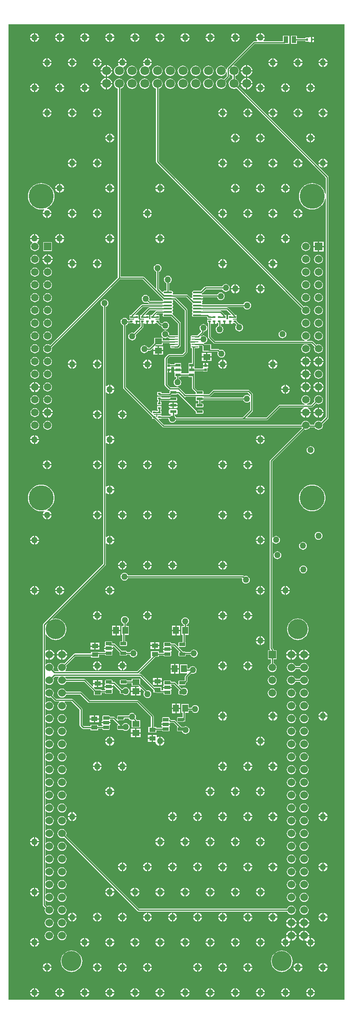
<source format=gbr>
G04 Layer_Physical_Order=1*
G04 Layer_Color=255*
%FSLAX26Y26*%
%MOIN*%
%TF.FileFunction,Copper,L1,Top,Signal*%
%TF.Part,Single*%
G01*
G75*
%TA.AperFunction,SMDPad,CuDef*%
%ADD10R,0.021654X0.017716*%
%ADD11R,0.051181X0.033465*%
G04:AMPARAMS|DCode=12|XSize=25.591mil|YSize=47.244mil|CornerRadius=1.919mil|HoleSize=0mil|Usage=FLASHONLY|Rotation=90.000|XOffset=0mil|YOffset=0mil|HoleType=Round|Shape=RoundedRectangle|*
%AMROUNDEDRECTD12*
21,1,0.025591,0.043406,0,0,90.0*
21,1,0.021752,0.047244,0,0,90.0*
1,1,0.003839,0.021703,0.010876*
1,1,0.003839,0.021703,-0.010876*
1,1,0.003839,-0.021703,-0.010876*
1,1,0.003839,-0.021703,0.010876*
%
%ADD12ROUNDEDRECTD12*%
%ADD13R,0.017716X0.021654*%
%ADD14R,0.057087X0.045276*%
%ADD15R,0.045276X0.057087*%
%ADD16R,0.037402X0.053150*%
G04:AMPARAMS|DCode=17|XSize=21.654mil|YSize=49.213mil|CornerRadius=1.949mil|HoleSize=0mil|Usage=FLASHONLY|Rotation=90.000|XOffset=0mil|YOffset=0mil|HoleType=Round|Shape=RoundedRectangle|*
%AMROUNDEDRECTD17*
21,1,0.021654,0.045315,0,0,90.0*
21,1,0.017756,0.049213,0,0,90.0*
1,1,0.003898,0.022657,0.008878*
1,1,0.003898,0.022657,-0.008878*
1,1,0.003898,-0.022657,-0.008878*
1,1,0.003898,-0.022657,0.008878*
%
%ADD17ROUNDEDRECTD17*%
%ADD18O,0.057087X0.009842*%
%ADD19O,0.072835X0.013780*%
%ADD20R,0.039370X0.023622*%
%ADD21R,0.020472X0.020472*%
%TA.AperFunction,Conductor*%
%ADD22C,0.010000*%
%TA.AperFunction,ComponentPad*%
%ADD23R,0.059055X0.059055*%
%ADD24C,0.059055*%
%ADD25R,0.059055X0.059055*%
%ADD26C,0.070866*%
%TA.AperFunction,WasherPad*%
%ADD27C,0.196850*%
%TA.AperFunction,ComponentPad*%
%ADD28C,0.157480*%
%ADD29C,0.060000*%
%TA.AperFunction,ViaPad*%
%ADD30C,0.050000*%
G36*
X1468897Y364878D02*
X1468897Y-7274287D01*
X-1169103Y-7274287D01*
X-1169102Y364878D01*
X1468897Y364878D01*
X1468897Y364878D02*
G37*
%LPC*%
G36*
X743842Y-5452082D02*
X714198Y-5452082D01*
X714198Y-5481725D01*
X718335Y-5481181D01*
X726849Y-5477654D01*
X734161Y-5472044D01*
X739771Y-5464733D01*
X743298Y-5456218D01*
X743842Y-5452082D01*
X743842Y-5452082D02*
G37*
G36*
X704198Y-5452082D02*
X674555Y-5452082D01*
X675099Y-5456218D01*
X678626Y-5464733D01*
X684236Y-5472044D01*
X691547Y-5477654D01*
X700062Y-5481181D01*
X704198Y-5481725D01*
X704198Y-5452082D01*
X704198Y-5452082D02*
G37*
G36*
X940692Y-5452082D02*
X911049Y-5452082D01*
X911049Y-5481725D01*
X915186Y-5481181D01*
X923700Y-5477654D01*
X931011Y-5472044D01*
X936621Y-5464733D01*
X940148Y-5456218D01*
X940692Y-5452082D01*
X940692Y-5452082D02*
G37*
G36*
X901049Y-5452082D02*
X871405Y-5452082D01*
X871950Y-5456218D01*
X875476Y-5464733D01*
X881087Y-5472044D01*
X888398Y-5477654D01*
X896912Y-5481181D01*
X901049Y-5481725D01*
X901049Y-5452082D01*
X901049Y-5452082D02*
G37*
G36*
X-240410Y-5452082D02*
X-270054Y-5452082D01*
X-270054Y-5481725D01*
X-265917Y-5481181D01*
X-257403Y-5477654D01*
X-250091Y-5472044D01*
X-244481Y-5464733D01*
X-240954Y-5456218D01*
X-240410Y-5452082D01*
X-240410Y-5452082D02*
G37*
G36*
X-280054Y-5452082D02*
X-309697Y-5452082D01*
X-309153Y-5456218D01*
X-305626Y-5464733D01*
X-300016Y-5472044D01*
X-292705Y-5477654D01*
X-284190Y-5481181D01*
X-280054Y-5481725D01*
X-280054Y-5452082D01*
X-280054Y-5452082D02*
G37*
G36*
X546992Y-5452082D02*
X517348Y-5452082D01*
X517348Y-5481725D01*
X521485Y-5481181D01*
X529999Y-5477654D01*
X537310Y-5472044D01*
X542920Y-5464733D01*
X546447Y-5456218D01*
X546992Y-5452082D01*
X546992Y-5452082D02*
G37*
G36*
X507348Y-5452082D02*
X477704Y-5452082D01*
X478249Y-5456218D01*
X481776Y-5464733D01*
X487386Y-5472044D01*
X494697Y-5477654D01*
X503211Y-5481181D01*
X507348Y-5481725D01*
X507348Y-5452082D01*
X507348Y-5452082D02*
G37*
G36*
X517348Y-5412438D02*
X517348Y-5442082D01*
X546992Y-5442082D01*
X546447Y-5437945D01*
X542920Y-5429431D01*
X537310Y-5422119D01*
X529999Y-5416509D01*
X521485Y-5412983D01*
X517348Y-5412438D01*
X517348Y-5412438D02*
G37*
G36*
X507348Y-5412438D02*
X503211Y-5412983D01*
X494697Y-5416509D01*
X487386Y-5422119D01*
X481776Y-5429431D01*
X478249Y-5437945D01*
X477704Y-5442082D01*
X507348Y-5442082D01*
X507348Y-5412438D01*
X507348Y-5412438D02*
G37*
G36*
X714198Y-5412438D02*
X714198Y-5442082D01*
X743842Y-5442082D01*
X743298Y-5437945D01*
X739771Y-5429431D01*
X734161Y-5422119D01*
X726849Y-5416509D01*
X718335Y-5412983D01*
X714198Y-5412438D01*
X714198Y-5412438D02*
G37*
G36*
X704198Y-5412438D02*
X700062Y-5412983D01*
X691547Y-5416509D01*
X684236Y-5422119D01*
X678626Y-5429431D01*
X675099Y-5437945D01*
X674555Y-5442082D01*
X704198Y-5442082D01*
X704198Y-5412438D01*
X704198Y-5412438D02*
G37*
G36*
X-466904Y-5412438D02*
X-466904Y-5442082D01*
X-437260Y-5442082D01*
X-437805Y-5437945D01*
X-441332Y-5429431D01*
X-446942Y-5422119D01*
X-454253Y-5416509D01*
X-462767Y-5412983D01*
X-466904Y-5412438D01*
X-466904Y-5412438D02*
G37*
G36*
X-476904Y-5412438D02*
X-481041Y-5412983D01*
X-489555Y-5416509D01*
X-496866Y-5422119D01*
X-502476Y-5429431D01*
X-506003Y-5437945D01*
X-506548Y-5442082D01*
X-476904Y-5442082D01*
X-476904Y-5412438D01*
X-476904Y-5412438D02*
G37*
G36*
X-270054Y-5412438D02*
X-270054Y-5442082D01*
X-240410Y-5442082D01*
X-240954Y-5437945D01*
X-244481Y-5429431D01*
X-250091Y-5422119D01*
X-257403Y-5416509D01*
X-265917Y-5412983D01*
X-270054Y-5412438D01*
X-270054Y-5412438D02*
G37*
G36*
X-280054Y-5412438D02*
X-284190Y-5412983D01*
X-292705Y-5416509D01*
X-300016Y-5422119D01*
X-305626Y-5429431D01*
X-309153Y-5437945D01*
X-309697Y-5442082D01*
X-280054Y-5442082D01*
X-280054Y-5412438D01*
X-280054Y-5412438D02*
G37*
G36*
X-437260Y-5452082D02*
X-466904Y-5452082D01*
X-466904Y-5481725D01*
X-462767Y-5481181D01*
X-454253Y-5477654D01*
X-446942Y-5472044D01*
X-441332Y-5464733D01*
X-437805Y-5456218D01*
X-437260Y-5452082D01*
X-437260Y-5452082D02*
G37*
G36*
X605773Y-5609288D02*
X601636Y-5609833D01*
X593122Y-5613360D01*
X585811Y-5618970D01*
X580201Y-5626281D01*
X576674Y-5634795D01*
X576130Y-5638932D01*
X605773Y-5638932D01*
X605773Y-5609288D01*
X605773Y-5609288D02*
G37*
G36*
X418923Y-5609288D02*
X418923Y-5638932D01*
X448567Y-5638932D01*
X448022Y-5634795D01*
X444495Y-5626281D01*
X438885Y-5618970D01*
X431574Y-5613360D01*
X423060Y-5609833D01*
X418923Y-5609288D01*
X418923Y-5609288D02*
G37*
G36*
X802624Y-5609288D02*
X798487Y-5609833D01*
X789973Y-5613360D01*
X782661Y-5618970D01*
X777051Y-5626281D01*
X773524Y-5634795D01*
X772980Y-5638932D01*
X802624Y-5638932D01*
X802624Y-5609288D01*
X802624Y-5609288D02*
G37*
G36*
X615773Y-5609288D02*
X615773Y-5638932D01*
X645417Y-5638932D01*
X644872Y-5634795D01*
X641346Y-5626281D01*
X635736Y-5618970D01*
X628424Y-5613360D01*
X619910Y-5609833D01*
X615773Y-5609288D01*
X615773Y-5609288D02*
G37*
G36*
X-378479Y-5609288D02*
X-382616Y-5609833D01*
X-391130Y-5613360D01*
X-398441Y-5618970D01*
X-404051Y-5626281D01*
X-407578Y-5634795D01*
X-408123Y-5638932D01*
X-378479Y-5638932D01*
X-378479Y-5609288D01*
X-378479Y-5609288D02*
G37*
G36*
X842267Y-5648932D02*
X812624Y-5648932D01*
X812624Y-5678576D01*
X816760Y-5678031D01*
X825275Y-5674504D01*
X832586Y-5668894D01*
X838196Y-5661583D01*
X841723Y-5653069D01*
X842267Y-5648932D01*
X842267Y-5648932D02*
G37*
G36*
X408923Y-5609288D02*
X404786Y-5609833D01*
X396272Y-5613360D01*
X388961Y-5618970D01*
X383350Y-5626281D01*
X379824Y-5634795D01*
X379279Y-5638932D01*
X408923Y-5638932D01*
X408923Y-5609288D01*
X408923Y-5609288D02*
G37*
G36*
X-368479Y-5609288D02*
X-368479Y-5638932D01*
X-338835Y-5638932D01*
X-339380Y-5634795D01*
X-342906Y-5626281D01*
X-348517Y-5618970D01*
X-355828Y-5613360D01*
X-364342Y-5609833D01*
X-368479Y-5609288D01*
X-368479Y-5609288D02*
G37*
G36*
X1051378Y-5438320D02*
X1042241Y-5439523D01*
X1033727Y-5443049D01*
X1026415Y-5448659D01*
X1020805Y-5455971D01*
X1017279Y-5464485D01*
X1016076Y-5473622D01*
X1017279Y-5482758D01*
X1020805Y-5491273D01*
X1026415Y-5498584D01*
X1033727Y-5504194D01*
X1042241Y-5507721D01*
X1051378Y-5508924D01*
X1060514Y-5507721D01*
X1069029Y-5504194D01*
X1076340Y-5498584D01*
X1081950Y-5491273D01*
X1085477Y-5482758D01*
X1086680Y-5473622D01*
X1085477Y-5464485D01*
X1081950Y-5455971D01*
X1076340Y-5448659D01*
X1069029Y-5443049D01*
X1060514Y-5439523D01*
X1051378Y-5438320D01*
X1051378Y-5438320D02*
G37*
G36*
X-748622Y-5438320D02*
X-757759Y-5439523D01*
X-766273Y-5443049D01*
X-773585Y-5448659D01*
X-779195Y-5455971D01*
X-782721Y-5464485D01*
X-783924Y-5473622D01*
X-782721Y-5482758D01*
X-779195Y-5491273D01*
X-773585Y-5498584D01*
X-766273Y-5504194D01*
X-757759Y-5507721D01*
X-748622Y-5508924D01*
X-739486Y-5507721D01*
X-730971Y-5504194D01*
X-723660Y-5498584D01*
X-718050Y-5491273D01*
X-714523Y-5482758D01*
X-713320Y-5473622D01*
X-714523Y-5464485D01*
X-718050Y-5455971D01*
X-723660Y-5448659D01*
X-730971Y-5443049D01*
X-739486Y-5439523D01*
X-748622Y-5438320D01*
X-748622Y-5438320D02*
G37*
G36*
X-476904Y-5452082D02*
X-506548Y-5452082D01*
X-506003Y-5456218D01*
X-502476Y-5464733D01*
X-496866Y-5472044D01*
X-489555Y-5477654D01*
X-481041Y-5481181D01*
X-476904Y-5481725D01*
X-476904Y-5452082D01*
X-476904Y-5452082D02*
G37*
G36*
X1151378Y-5438320D02*
X1142241Y-5439523D01*
X1133727Y-5443049D01*
X1126415Y-5448659D01*
X1120805Y-5455971D01*
X1117279Y-5464485D01*
X1116076Y-5473622D01*
X1117279Y-5482758D01*
X1120805Y-5491273D01*
X1126415Y-5498584D01*
X1133727Y-5504194D01*
X1142241Y-5507721D01*
X1151378Y-5508924D01*
X1160514Y-5507721D01*
X1169029Y-5504194D01*
X1176340Y-5498584D01*
X1181950Y-5491273D01*
X1185477Y-5482758D01*
X1186680Y-5473622D01*
X1185477Y-5464485D01*
X1181950Y-5455971D01*
X1176340Y-5448659D01*
X1169029Y-5443049D01*
X1160514Y-5439523D01*
X1151378Y-5438320D01*
X1151378Y-5438320D02*
G37*
G36*
X-748622Y-5538320D02*
X-757759Y-5539523D01*
X-766273Y-5543049D01*
X-773585Y-5548659D01*
X-779195Y-5555971D01*
X-782721Y-5564485D01*
X-783924Y-5573622D01*
X-782721Y-5582758D01*
X-779195Y-5591273D01*
X-773585Y-5598584D01*
X-766273Y-5604194D01*
X-757759Y-5607721D01*
X-748622Y-5608924D01*
X-739486Y-5607721D01*
X-730971Y-5604194D01*
X-723660Y-5598584D01*
X-718050Y-5591273D01*
X-714523Y-5582758D01*
X-713320Y-5573622D01*
X-714523Y-5564485D01*
X-718050Y-5555971D01*
X-723660Y-5548659D01*
X-730971Y-5543049D01*
X-739486Y-5539523D01*
X-748622Y-5538320D01*
X-748622Y-5538320D02*
G37*
G36*
X812624Y-5609288D02*
X812624Y-5638932D01*
X842267Y-5638932D01*
X841723Y-5634795D01*
X838196Y-5626281D01*
X832586Y-5618970D01*
X825275Y-5613360D01*
X816760Y-5609833D01*
X812624Y-5609288D01*
X812624Y-5609288D02*
G37*
G36*
X1151378Y-5538320D02*
X1142241Y-5539523D01*
X1133727Y-5543049D01*
X1126415Y-5548659D01*
X1120805Y-5555971D01*
X1117279Y-5564485D01*
X1116076Y-5573622D01*
X1117279Y-5582758D01*
X1120805Y-5591273D01*
X1126415Y-5598584D01*
X1133727Y-5604194D01*
X1142241Y-5607721D01*
X1151378Y-5608924D01*
X1160514Y-5607721D01*
X1169029Y-5604194D01*
X1176340Y-5598584D01*
X1181950Y-5591273D01*
X1185477Y-5582758D01*
X1186680Y-5573622D01*
X1185477Y-5564485D01*
X1181950Y-5555971D01*
X1176340Y-5548659D01*
X1169029Y-5543049D01*
X1160514Y-5539523D01*
X1151378Y-5538320D01*
X1151378Y-5538320D02*
G37*
G36*
X1051378Y-5538320D02*
X1042241Y-5539523D01*
X1033727Y-5543049D01*
X1026415Y-5548659D01*
X1020805Y-5555971D01*
X1017279Y-5564485D01*
X1016076Y-5573622D01*
X1017279Y-5582758D01*
X1020805Y-5591273D01*
X1026415Y-5598584D01*
X1033727Y-5604194D01*
X1042241Y-5607721D01*
X1051378Y-5608924D01*
X1060514Y-5607721D01*
X1069029Y-5604194D01*
X1076340Y-5598584D01*
X1081950Y-5591273D01*
X1085477Y-5582758D01*
X1086680Y-5573622D01*
X1085477Y-5564485D01*
X1081950Y-5555971D01*
X1076340Y-5548659D01*
X1069029Y-5543049D01*
X1060514Y-5539523D01*
X1051378Y-5538320D01*
X1051378Y-5538320D02*
G37*
G36*
X901049Y-5412438D02*
X896912Y-5412983D01*
X888398Y-5416509D01*
X881087Y-5422119D01*
X875476Y-5429431D01*
X871950Y-5437945D01*
X871405Y-5442082D01*
X901049Y-5442082D01*
X901049Y-5412438D01*
X901049Y-5412438D02*
G37*
G36*
X-748622Y-5138320D02*
X-757759Y-5139523D01*
X-766273Y-5143049D01*
X-773585Y-5148659D01*
X-779195Y-5155971D01*
X-782721Y-5164485D01*
X-783924Y-5173622D01*
X-782721Y-5182758D01*
X-779195Y-5191273D01*
X-773585Y-5198584D01*
X-766273Y-5204194D01*
X-757759Y-5207721D01*
X-748622Y-5208924D01*
X-739486Y-5207721D01*
X-730971Y-5204194D01*
X-723660Y-5198584D01*
X-718050Y-5191273D01*
X-714523Y-5182758D01*
X-713320Y-5173622D01*
X-714523Y-5164485D01*
X-718050Y-5155971D01*
X-723660Y-5148659D01*
X-730971Y-5143049D01*
X-739486Y-5139523D01*
X-748622Y-5138320D01*
X-748622Y-5138320D02*
G37*
G36*
X-130079Y-5190431D02*
X-163620Y-5190431D01*
X-163620Y-5218070D01*
X-130079Y-5218070D01*
X-130079Y-5190431D01*
X-130079Y-5190431D02*
G37*
G36*
X1151378Y-5138320D02*
X1142241Y-5139523D01*
X1133727Y-5143049D01*
X1126415Y-5148659D01*
X1120805Y-5155971D01*
X1117279Y-5164485D01*
X1116076Y-5173622D01*
X1117279Y-5182758D01*
X1120805Y-5191273D01*
X1126415Y-5198584D01*
X1133727Y-5204194D01*
X1142241Y-5207721D01*
X1151378Y-5208924D01*
X1160514Y-5207721D01*
X1169029Y-5204194D01*
X1176340Y-5198584D01*
X1181950Y-5191273D01*
X1185477Y-5182758D01*
X1186680Y-5173622D01*
X1185477Y-5164485D01*
X1181950Y-5155971D01*
X1176340Y-5148659D01*
X1169029Y-5143049D01*
X1160514Y-5139523D01*
X1151378Y-5138320D01*
X1151378Y-5138320D02*
G37*
G36*
X1051378Y-5138320D02*
X1042241Y-5139523D01*
X1033727Y-5143049D01*
X1026415Y-5148659D01*
X1020805Y-5155971D01*
X1017279Y-5164485D01*
X1016076Y-5173622D01*
X1017279Y-5182758D01*
X1020805Y-5191273D01*
X1026415Y-5198584D01*
X1033727Y-5204194D01*
X1042241Y-5207721D01*
X1051378Y-5208924D01*
X1060514Y-5207721D01*
X1069029Y-5204194D01*
X1076340Y-5198584D01*
X1081950Y-5191273D01*
X1085477Y-5182758D01*
X1086680Y-5173622D01*
X1085477Y-5164485D01*
X1081950Y-5155971D01*
X1076340Y-5148659D01*
X1069029Y-5143049D01*
X1060514Y-5139523D01*
X1051378Y-5138320D01*
X1051378Y-5138320D02*
G37*
G36*
X812624Y-5215587D02*
X812624Y-5245231D01*
X842267Y-5245231D01*
X841723Y-5241094D01*
X838196Y-5232580D01*
X832586Y-5225269D01*
X825275Y-5219659D01*
X816760Y-5216132D01*
X812624Y-5215587D01*
X812624Y-5215587D02*
G37*
G36*
X802624Y-5215587D02*
X798487Y-5216132D01*
X789973Y-5219659D01*
X782661Y-5225269D01*
X777051Y-5232580D01*
X773524Y-5241094D01*
X772980Y-5245231D01*
X802624Y-5245231D01*
X802624Y-5215587D01*
X802624Y-5215587D02*
G37*
G36*
X-173620Y-5190431D02*
X-207165Y-5190431D01*
X-207165Y-5218070D01*
X-173620Y-5218070D01*
X-173620Y-5190431D01*
X-173620Y-5190431D02*
G37*
G36*
X-45000Y-5201732D02*
X-75591Y-5201732D01*
X-75591Y-5223465D01*
X-45000Y-5223465D01*
X-45000Y-5201732D01*
X-45000Y-5201732D02*
G37*
G36*
X1051378Y-5038320D02*
X1042241Y-5039523D01*
X1033727Y-5043049D01*
X1026415Y-5048659D01*
X1020805Y-5055971D01*
X1017279Y-5064485D01*
X1016076Y-5073622D01*
X1017279Y-5082758D01*
X1020805Y-5091273D01*
X1026415Y-5098584D01*
X1033727Y-5104194D01*
X1042241Y-5107721D01*
X1051378Y-5108924D01*
X1060514Y-5107721D01*
X1069029Y-5104194D01*
X1076340Y-5098584D01*
X1081950Y-5091273D01*
X1085477Y-5082758D01*
X1086680Y-5073622D01*
X1085477Y-5064485D01*
X1081950Y-5055971D01*
X1076340Y-5048659D01*
X1069029Y-5043049D01*
X1060514Y-5039523D01*
X1051378Y-5038320D01*
X1051378Y-5038320D02*
G37*
G36*
X-748622Y-5038320D02*
X-757759Y-5039523D01*
X-766273Y-5043049D01*
X-773585Y-5048659D01*
X-779195Y-5055971D01*
X-782721Y-5064485D01*
X-783924Y-5073622D01*
X-782721Y-5082758D01*
X-779195Y-5091273D01*
X-773585Y-5098584D01*
X-766273Y-5104194D01*
X-757759Y-5107721D01*
X-748622Y-5108924D01*
X-739486Y-5107721D01*
X-730971Y-5104194D01*
X-723660Y-5098584D01*
X-718050Y-5091273D01*
X-714523Y-5082758D01*
X-713320Y-5073622D01*
X-714523Y-5064485D01*
X-718050Y-5055971D01*
X-723660Y-5048659D01*
X-730971Y-5043049D01*
X-739486Y-5039523D01*
X-748622Y-5038320D01*
X-748622Y-5038320D02*
G37*
G36*
X-499998Y-5081537D02*
X-530591Y-5081537D01*
X-530591Y-5103268D01*
X-499998Y-5103268D01*
X-499998Y-5081537D01*
X-499998Y-5081537D02*
G37*
G36*
X1151378Y-5038320D02*
X1142241Y-5039523D01*
X1133727Y-5043049D01*
X1126415Y-5048659D01*
X1120805Y-5055971D01*
X1117279Y-5064485D01*
X1116076Y-5073622D01*
X1117279Y-5082758D01*
X1120805Y-5091273D01*
X1126415Y-5098584D01*
X1133727Y-5104194D01*
X1142241Y-5107721D01*
X1151378Y-5108924D01*
X1160514Y-5107721D01*
X1169029Y-5104194D01*
X1176340Y-5098584D01*
X1181950Y-5091273D01*
X1185477Y-5082758D01*
X1186680Y-5073622D01*
X1185477Y-5064485D01*
X1181950Y-5055971D01*
X1176340Y-5048659D01*
X1169029Y-5043049D01*
X1160514Y-5039523D01*
X1151378Y-5038320D01*
X1151378Y-5038320D02*
G37*
G36*
X-173620Y-5152795D02*
X-207165Y-5152795D01*
X-207165Y-5180431D01*
X-173620Y-5180431D01*
X-173620Y-5152795D01*
X-173620Y-5152795D02*
G37*
G36*
X87610Y-5062384D02*
X44204Y-5062384D01*
X41505Y-5062921D01*
X39216Y-5064450D01*
X37687Y-5066739D01*
X37150Y-5069439D01*
X37150Y-5091191D01*
X37687Y-5093891D01*
X39058Y-5095944D01*
X35611Y-5098247D01*
X32977Y-5102190D01*
X32052Y-5106841D01*
X32052Y-5112717D01*
X65906Y-5112717D01*
X99763Y-5112717D01*
X99763Y-5109043D01*
X100490Y-5106422D01*
X104338Y-5104212D01*
X127391Y-5104212D01*
X156269Y-5133089D01*
X156391Y-5133500D01*
X155360Y-5139252D01*
X155357Y-5139253D01*
X153828Y-5141542D01*
X153291Y-5144242D01*
X153291Y-5165994D01*
X153828Y-5168694D01*
X155357Y-5170983D01*
X157646Y-5172512D01*
X160346Y-5173049D01*
X192811Y-5173049D01*
X195173Y-5178751D01*
X199982Y-5185018D01*
X206249Y-5189827D01*
X213546Y-5192850D01*
X221378Y-5193881D01*
X229210Y-5192850D01*
X236507Y-5189827D01*
X242774Y-5185018D01*
X247583Y-5178751D01*
X250606Y-5171454D01*
X251637Y-5163622D01*
X250606Y-5155790D01*
X247583Y-5148493D01*
X242774Y-5142226D01*
X236507Y-5137417D01*
X229210Y-5134394D01*
X221378Y-5133363D01*
X213546Y-5134394D01*
X206249Y-5137417D01*
X205972Y-5137629D01*
X203751Y-5137187D01*
X189206Y-5137187D01*
X138823Y-5086806D01*
X135516Y-5084596D01*
X131614Y-5083820D01*
X105327Y-5083820D01*
X100518Y-5079010D01*
X97210Y-5076800D01*
X94665Y-5076294D01*
X94665Y-5069439D01*
X94128Y-5066739D01*
X92598Y-5064450D01*
X90310Y-5062921D01*
X87610Y-5062384D01*
X87610Y-5062384D02*
G37*
G36*
X-748622Y-4838320D02*
X-757759Y-4839523D01*
X-766273Y-4843049D01*
X-773585Y-4848659D01*
X-779195Y-4855971D01*
X-782721Y-4864485D01*
X-783924Y-4873622D01*
X-782721Y-4882758D01*
X-779195Y-4891273D01*
X-773585Y-4898584D01*
X-766273Y-4904194D01*
X-757759Y-4907721D01*
X-748622Y-4908924D01*
X-739486Y-4907721D01*
X-730971Y-4904194D01*
X-723660Y-4898584D01*
X-718050Y-4891273D01*
X-714962Y-4883818D01*
X-605602Y-4883818D01*
X-542210Y-4947210D01*
X-538902Y-4949420D01*
X-535000Y-4950196D01*
X-159223Y-4950196D01*
X-50196Y-5059223D01*
X-50196Y-5139803D01*
X-70591Y-5139803D01*
X-70591Y-5183268D01*
X-9409Y-5183268D01*
X-9409Y-5165314D01*
X37150Y-5165314D01*
X37150Y-5165994D01*
X37687Y-5168694D01*
X39216Y-5170983D01*
X41505Y-5172512D01*
X44204Y-5173049D01*
X87610Y-5173049D01*
X90310Y-5172512D01*
X92598Y-5170983D01*
X94128Y-5168694D01*
X94665Y-5165994D01*
X94665Y-5144242D01*
X94128Y-5141542D01*
X92756Y-5139489D01*
X96203Y-5137186D01*
X98838Y-5133243D01*
X99763Y-5128592D01*
X99763Y-5122717D01*
X65906Y-5122717D01*
X32052Y-5122717D01*
X32052Y-5128592D01*
X32977Y-5133243D01*
X35611Y-5137186D01*
X39058Y-5139489D01*
X37687Y-5141542D01*
X37150Y-5144242D01*
X37150Y-5144922D01*
X-9409Y-5144922D01*
X-9409Y-5139803D01*
X-29804Y-5139803D01*
X-29804Y-5055000D01*
X-30580Y-5051098D01*
X-32790Y-5047790D01*
X-147790Y-4932790D01*
X-151098Y-4930580D01*
X-155000Y-4929804D01*
X-530777Y-4929804D01*
X-594169Y-4866412D01*
X-597477Y-4864202D01*
X-601378Y-4863426D01*
X-714962Y-4863426D01*
X-718050Y-4855971D01*
X-723660Y-4848659D01*
X-730971Y-4843049D01*
X-739486Y-4839523D01*
X-748622Y-4838320D01*
X-748622Y-4838320D02*
G37*
G36*
X-130079Y-5152795D02*
X-163620Y-5152795D01*
X-163620Y-5180431D01*
X-130079Y-5180431D01*
X-130079Y-5152795D01*
X-130079Y-5152795D02*
G37*
G36*
X25222Y-5215587D02*
X25222Y-5245231D01*
X54866Y-5245231D01*
X54321Y-5241094D01*
X50794Y-5232580D01*
X45184Y-5225269D01*
X37873Y-5219659D01*
X29359Y-5216132D01*
X25222Y-5215587D01*
X25222Y-5215587D02*
G37*
G36*
X1051378Y-5238320D02*
X1042241Y-5239523D01*
X1033727Y-5243049D01*
X1026415Y-5248659D01*
X1020805Y-5255971D01*
X1017279Y-5264485D01*
X1016076Y-5273622D01*
X1017279Y-5282758D01*
X1020805Y-5291273D01*
X1026415Y-5298584D01*
X1033727Y-5304194D01*
X1042241Y-5307721D01*
X1051378Y-5308924D01*
X1060514Y-5307721D01*
X1069029Y-5304194D01*
X1076340Y-5298584D01*
X1081950Y-5291273D01*
X1085477Y-5282758D01*
X1086680Y-5273622D01*
X1085477Y-5264485D01*
X1081950Y-5255971D01*
X1076340Y-5248659D01*
X1069029Y-5243049D01*
X1060514Y-5239523D01*
X1051378Y-5238320D01*
X1051378Y-5238320D02*
G37*
G36*
X-748622Y-5238320D02*
X-757759Y-5239523D01*
X-766273Y-5243049D01*
X-773585Y-5248659D01*
X-779195Y-5255971D01*
X-782721Y-5264485D01*
X-783924Y-5273622D01*
X-782721Y-5282758D01*
X-779195Y-5291273D01*
X-773585Y-5298584D01*
X-766273Y-5304194D01*
X-757759Y-5307721D01*
X-748622Y-5308924D01*
X-739486Y-5307721D01*
X-730971Y-5304194D01*
X-723660Y-5298584D01*
X-718050Y-5291273D01*
X-714523Y-5282758D01*
X-713320Y-5273622D01*
X-714523Y-5264485D01*
X-718050Y-5255971D01*
X-723660Y-5248659D01*
X-730971Y-5243049D01*
X-739486Y-5239523D01*
X-748622Y-5238320D01*
X-748622Y-5238320D02*
G37*
G36*
X-378479Y-5255231D02*
X-408123Y-5255231D01*
X-407578Y-5259368D01*
X-404051Y-5267882D01*
X-398441Y-5275194D01*
X-391130Y-5280804D01*
X-382616Y-5284330D01*
X-378479Y-5284875D01*
X-378479Y-5255231D01*
X-378479Y-5255231D02*
G37*
G36*
X1151378Y-5238320D02*
X1142241Y-5239523D01*
X1133727Y-5243049D01*
X1126415Y-5248659D01*
X1120805Y-5255971D01*
X1117279Y-5264485D01*
X1116076Y-5273622D01*
X1117279Y-5282758D01*
X1120805Y-5291273D01*
X1126415Y-5298584D01*
X1133727Y-5304194D01*
X1142241Y-5307721D01*
X1151378Y-5308924D01*
X1160514Y-5307721D01*
X1169029Y-5304194D01*
X1176340Y-5298584D01*
X1181950Y-5291273D01*
X1185477Y-5282758D01*
X1186680Y-5273622D01*
X1185477Y-5264485D01*
X1181950Y-5255971D01*
X1176340Y-5248659D01*
X1169029Y-5243049D01*
X1160514Y-5239523D01*
X1151378Y-5238320D01*
X1151378Y-5238320D02*
G37*
G36*
X-748622Y-5338320D02*
X-757759Y-5339523D01*
X-766273Y-5343049D01*
X-773585Y-5348659D01*
X-779195Y-5355971D01*
X-782721Y-5364485D01*
X-783924Y-5373622D01*
X-782721Y-5382758D01*
X-779195Y-5391273D01*
X-773585Y-5398584D01*
X-766273Y-5404194D01*
X-757759Y-5407721D01*
X-748622Y-5408924D01*
X-739486Y-5407721D01*
X-730971Y-5404194D01*
X-723660Y-5398584D01*
X-718050Y-5391273D01*
X-714523Y-5382758D01*
X-713320Y-5373622D01*
X-714523Y-5364485D01*
X-718050Y-5355971D01*
X-723660Y-5348659D01*
X-730971Y-5343049D01*
X-739486Y-5339523D01*
X-748622Y-5338320D01*
X-748622Y-5338320D02*
G37*
G36*
X911049Y-5412438D02*
X911049Y-5442082D01*
X940692Y-5442082D01*
X940148Y-5437945D01*
X936621Y-5429431D01*
X931011Y-5422119D01*
X923700Y-5416509D01*
X915186Y-5412983D01*
X911049Y-5412438D01*
X911049Y-5412438D02*
G37*
G36*
X1151378Y-5338320D02*
X1142241Y-5339523D01*
X1133727Y-5343049D01*
X1126415Y-5348659D01*
X1120805Y-5355971D01*
X1117279Y-5364485D01*
X1116076Y-5373622D01*
X1117279Y-5382758D01*
X1120805Y-5391273D01*
X1126415Y-5398584D01*
X1133727Y-5404194D01*
X1142241Y-5407721D01*
X1151378Y-5408924D01*
X1160514Y-5407721D01*
X1169029Y-5404194D01*
X1176340Y-5398584D01*
X1181950Y-5391273D01*
X1185477Y-5382758D01*
X1186680Y-5373622D01*
X1185477Y-5364485D01*
X1181950Y-5355971D01*
X1176340Y-5348659D01*
X1169029Y-5343049D01*
X1160514Y-5339523D01*
X1151378Y-5338320D01*
X1151378Y-5338320D02*
G37*
G36*
X1051378Y-5338320D02*
X1042241Y-5339523D01*
X1033727Y-5343049D01*
X1026415Y-5348659D01*
X1020805Y-5355971D01*
X1017279Y-5364485D01*
X1016076Y-5373622D01*
X1017279Y-5382758D01*
X1020805Y-5391273D01*
X1026415Y-5398584D01*
X1033727Y-5404194D01*
X1042241Y-5407721D01*
X1051378Y-5408924D01*
X1060514Y-5407721D01*
X1069029Y-5404194D01*
X1076340Y-5398584D01*
X1081950Y-5391273D01*
X1085477Y-5382758D01*
X1086680Y-5373622D01*
X1085477Y-5364485D01*
X1081950Y-5355971D01*
X1076340Y-5348659D01*
X1069029Y-5343049D01*
X1060514Y-5339523D01*
X1051378Y-5338320D01*
X1051378Y-5338320D02*
G37*
G36*
X-45000Y-5233465D02*
X-75591Y-5233465D01*
X-75591Y-5255197D01*
X-45000Y-5255197D01*
X-45000Y-5233465D01*
X-45000Y-5233465D02*
G37*
G36*
X842267Y-5255231D02*
X812624Y-5255231D01*
X812624Y-5284875D01*
X816760Y-5284330D01*
X825275Y-5280804D01*
X832586Y-5275194D01*
X838196Y-5267882D01*
X841723Y-5259368D01*
X842267Y-5255231D01*
X842267Y-5255231D02*
G37*
G36*
X-368479Y-5215587D02*
X-368479Y-5245231D01*
X-338835Y-5245231D01*
X-339380Y-5241094D01*
X-342906Y-5232580D01*
X-348517Y-5225269D01*
X-355828Y-5219659D01*
X-364342Y-5216132D01*
X-368479Y-5215587D01*
X-368479Y-5215587D02*
G37*
G36*
X-378479Y-5215587D02*
X-382616Y-5216132D01*
X-391130Y-5219659D01*
X-398441Y-5225269D01*
X-404051Y-5232580D01*
X-407578Y-5241094D01*
X-408123Y-5245231D01*
X-378479Y-5245231D01*
X-378479Y-5215587D01*
X-378479Y-5215587D02*
G37*
G36*
X-4410Y-5201732D02*
X-35000Y-5201732D01*
X-35000Y-5228465D01*
X-35000Y-5255197D01*
X-14426Y-5255197D01*
X-13877Y-5259368D01*
X-10350Y-5267882D01*
X-4740Y-5275194D01*
X2571Y-5280804D01*
X11085Y-5284330D01*
X15222Y-5284875D01*
X15222Y-5250231D01*
X15222Y-5215587D01*
X11085Y-5216132D01*
X2571Y-5219659D01*
X75Y-5221574D01*
X-4410Y-5219363D01*
X-4410Y-5201732D01*
X-4410Y-5201732D02*
G37*
G36*
X-338835Y-5255231D02*
X-368479Y-5255231D01*
X-368479Y-5284875D01*
X-364342Y-5284330D01*
X-355828Y-5280804D01*
X-348517Y-5275194D01*
X-342906Y-5267882D01*
X-339380Y-5259368D01*
X-338835Y-5255231D01*
X-338835Y-5255231D02*
G37*
G36*
X802624Y-5255231D02*
X772980Y-5255231D01*
X773524Y-5259368D01*
X777051Y-5267882D01*
X782661Y-5275194D01*
X789973Y-5280804D01*
X798487Y-5284330D01*
X802624Y-5284875D01*
X802624Y-5255231D01*
X802624Y-5255231D02*
G37*
G36*
X54866Y-5255231D02*
X25222Y-5255231D01*
X25222Y-5284875D01*
X29359Y-5284330D01*
X37873Y-5280804D01*
X45184Y-5275194D01*
X50794Y-5267882D01*
X54321Y-5259368D01*
X54866Y-5255231D01*
X54866Y-5255231D02*
G37*
G36*
X802624Y-5648932D02*
X772980Y-5648932D01*
X773524Y-5653069D01*
X777051Y-5661583D01*
X782661Y-5668894D01*
X789973Y-5674504D01*
X798487Y-5678031D01*
X802624Y-5678576D01*
X802624Y-5648932D01*
X802624Y-5648932D02*
G37*
G36*
X1051378Y-5938320D02*
X1042241Y-5939523D01*
X1033727Y-5943049D01*
X1026415Y-5948659D01*
X1020805Y-5955971D01*
X1017279Y-5964485D01*
X1016076Y-5973622D01*
X1017279Y-5982758D01*
X1020805Y-5991273D01*
X1026415Y-5998584D01*
X1033727Y-6004194D01*
X1042241Y-6007721D01*
X1051378Y-6008924D01*
X1060514Y-6007721D01*
X1069029Y-6004194D01*
X1076340Y-5998584D01*
X1081950Y-5991273D01*
X1085477Y-5982758D01*
X1086680Y-5973622D01*
X1085477Y-5964485D01*
X1081950Y-5955971D01*
X1076340Y-5948659D01*
X1069029Y-5943049D01*
X1060514Y-5939523D01*
X1051378Y-5938320D01*
X1051378Y-5938320D02*
G37*
G36*
X812624Y-6002989D02*
X812624Y-6032633D01*
X842267Y-6032633D01*
X841723Y-6028496D01*
X838196Y-6019982D01*
X832586Y-6012671D01*
X825275Y-6007060D01*
X816760Y-6003534D01*
X812624Y-6002989D01*
X812624Y-6002989D02*
G37*
G36*
X-748622Y-5838320D02*
X-757759Y-5839523D01*
X-766273Y-5843049D01*
X-773585Y-5848659D01*
X-779195Y-5855971D01*
X-782721Y-5864485D01*
X-783924Y-5873622D01*
X-782721Y-5882758D01*
X-779195Y-5891273D01*
X-773585Y-5898584D01*
X-766273Y-5904194D01*
X-757759Y-5907721D01*
X-748622Y-5908924D01*
X-739486Y-5907721D01*
X-730971Y-5904194D01*
X-723660Y-5898584D01*
X-718050Y-5891273D01*
X-714523Y-5882758D01*
X-713320Y-5873622D01*
X-714523Y-5864485D01*
X-718050Y-5855971D01*
X-723660Y-5848659D01*
X-730971Y-5843049D01*
X-739486Y-5839523D01*
X-748622Y-5838320D01*
X-748622Y-5838320D02*
G37*
G36*
X1151378Y-5938320D02*
X1142241Y-5939523D01*
X1133727Y-5943049D01*
X1126415Y-5948659D01*
X1120805Y-5955971D01*
X1117279Y-5964485D01*
X1116076Y-5973622D01*
X1117279Y-5982758D01*
X1120805Y-5991273D01*
X1126415Y-5998584D01*
X1133727Y-6004194D01*
X1142241Y-6007721D01*
X1151378Y-6008924D01*
X1160514Y-6007721D01*
X1169029Y-6004194D01*
X1176340Y-5998584D01*
X1181950Y-5991273D01*
X1185477Y-5982758D01*
X1186680Y-5973622D01*
X1185477Y-5964485D01*
X1181950Y-5955971D01*
X1176340Y-5948659D01*
X1169029Y-5943049D01*
X1160514Y-5939523D01*
X1151378Y-5938320D01*
X1151378Y-5938320D02*
G37*
G36*
X605773Y-6002989D02*
X601636Y-6003534D01*
X593122Y-6007060D01*
X585811Y-6012671D01*
X580201Y-6019982D01*
X576674Y-6028496D01*
X576130Y-6032633D01*
X605773Y-6032633D01*
X605773Y-6002989D01*
X605773Y-6002989D02*
G37*
G36*
X418923Y-6002989D02*
X418923Y-6032633D01*
X448567Y-6032633D01*
X448022Y-6028496D01*
X444495Y-6019982D01*
X438885Y-6012671D01*
X431574Y-6007060D01*
X423060Y-6003534D01*
X418923Y-6002989D01*
X418923Y-6002989D02*
G37*
G36*
X802624Y-6002989D02*
X798487Y-6003534D01*
X789973Y-6007060D01*
X782661Y-6012671D01*
X777051Y-6019982D01*
X773524Y-6028496D01*
X772980Y-6032633D01*
X802624Y-6032633D01*
X802624Y-6002989D01*
X802624Y-6002989D02*
G37*
G36*
X615773Y-6002989D02*
X615773Y-6032633D01*
X645417Y-6032633D01*
X644872Y-6028496D01*
X641346Y-6019982D01*
X635736Y-6012671D01*
X628424Y-6007060D01*
X619910Y-6003534D01*
X615773Y-6002989D01*
X615773Y-6002989D02*
G37*
G36*
X153291Y-5845782D02*
X123647Y-5845782D01*
X123647Y-5875426D01*
X127784Y-5874882D01*
X136298Y-5871355D01*
X143609Y-5865745D01*
X149220Y-5858433D01*
X152746Y-5849919D01*
X153291Y-5845782D01*
X153291Y-5845782D02*
G37*
G36*
X113647Y-5845782D02*
X84004Y-5845782D01*
X84548Y-5849919D01*
X88075Y-5858433D01*
X93685Y-5865745D01*
X100996Y-5871355D01*
X109510Y-5874882D01*
X113647Y-5875426D01*
X113647Y-5845782D01*
X113647Y-5845782D02*
G37*
G36*
X350141Y-5845782D02*
X320498Y-5845782D01*
X320498Y-5875426D01*
X324634Y-5874882D01*
X333149Y-5871355D01*
X340460Y-5865745D01*
X346070Y-5858433D01*
X349597Y-5849919D01*
X350141Y-5845782D01*
X350141Y-5845782D02*
G37*
G36*
X310498Y-5845782D02*
X280854Y-5845782D01*
X281399Y-5849919D01*
X284925Y-5858433D01*
X290535Y-5865745D01*
X297847Y-5871355D01*
X306361Y-5874882D01*
X310498Y-5875426D01*
X310498Y-5845782D01*
X310498Y-5845782D02*
G37*
G36*
X1151378Y-5838320D02*
X1142241Y-5839523D01*
X1133727Y-5843049D01*
X1126415Y-5848659D01*
X1120805Y-5855971D01*
X1117279Y-5864485D01*
X1116076Y-5873622D01*
X1117279Y-5882758D01*
X1120805Y-5891273D01*
X1126415Y-5898584D01*
X1133727Y-5904194D01*
X1142241Y-5907721D01*
X1151378Y-5908924D01*
X1160514Y-5907721D01*
X1169029Y-5904194D01*
X1176340Y-5898584D01*
X1181950Y-5891273D01*
X1185477Y-5882758D01*
X1186680Y-5873622D01*
X1185477Y-5864485D01*
X1181950Y-5855971D01*
X1176340Y-5848659D01*
X1169029Y-5843049D01*
X1160514Y-5839523D01*
X1151378Y-5838320D01*
X1151378Y-5838320D02*
G37*
G36*
X1051378Y-5838320D02*
X1042241Y-5839523D01*
X1033727Y-5843049D01*
X1026415Y-5848659D01*
X1020805Y-5855971D01*
X1017279Y-5864485D01*
X1016076Y-5873622D01*
X1017279Y-5882758D01*
X1020805Y-5891273D01*
X1026415Y-5898584D01*
X1033727Y-5904194D01*
X1042241Y-5907721D01*
X1051378Y-5908924D01*
X1060514Y-5907721D01*
X1069029Y-5904194D01*
X1076340Y-5898584D01*
X1081950Y-5891273D01*
X1085477Y-5882758D01*
X1086680Y-5873622D01*
X1085477Y-5864485D01*
X1081950Y-5855971D01*
X1076340Y-5848659D01*
X1069029Y-5843049D01*
X1060514Y-5839523D01*
X1051378Y-5838320D01*
X1051378Y-5838320D02*
G37*
G36*
X-634111Y-5845782D02*
X-663754Y-5845782D01*
X-663754Y-5875426D01*
X-659618Y-5874882D01*
X-651103Y-5871355D01*
X-643792Y-5865745D01*
X-638182Y-5858433D01*
X-634655Y-5849919D01*
X-634111Y-5845782D01*
X-634111Y-5845782D02*
G37*
G36*
X-673754Y-5845782D02*
X-703398Y-5845782D01*
X-702854Y-5849919D01*
X-699327Y-5858433D01*
X-693717Y-5865745D01*
X-686405Y-5871355D01*
X-677891Y-5874882D01*
X-673754Y-5875426D01*
X-673754Y-5845782D01*
X-673754Y-5845782D02*
G37*
G36*
X408923Y-6002989D02*
X404786Y-6003534D01*
X396272Y-6007060D01*
X388961Y-6012671D01*
X383350Y-6019982D01*
X379824Y-6028496D01*
X379279Y-6032633D01*
X408923Y-6032633D01*
X408923Y-6002989D01*
X408923Y-6002989D02*
G37*
G36*
X448567Y-6042633D02*
X418923Y-6042633D01*
X418923Y-6072276D01*
X423060Y-6071732D01*
X431574Y-6068205D01*
X438885Y-6062595D01*
X444495Y-6055284D01*
X448022Y-6046770D01*
X448567Y-6042633D01*
X448567Y-6042633D02*
G37*
G36*
X408923Y-6042633D02*
X379279Y-6042633D01*
X379824Y-6046770D01*
X383350Y-6055284D01*
X388961Y-6062595D01*
X396272Y-6068205D01*
X404786Y-6071732D01*
X408923Y-6072276D01*
X408923Y-6042633D01*
X408923Y-6042633D02*
G37*
G36*
X645417Y-6042633D02*
X615773Y-6042633D01*
X615773Y-6072276D01*
X619910Y-6071732D01*
X628424Y-6068205D01*
X635736Y-6062595D01*
X641346Y-6055284D01*
X644872Y-6046770D01*
X645417Y-6042633D01*
X645417Y-6042633D02*
G37*
G36*
X605773Y-6042633D02*
X576130Y-6042633D01*
X576674Y-6046770D01*
X580201Y-6055284D01*
X585811Y-6062595D01*
X593122Y-6068205D01*
X601636Y-6071732D01*
X605773Y-6072276D01*
X605773Y-6042633D01*
X605773Y-6042633D02*
G37*
G36*
X54866Y-6042633D02*
X25222Y-6042633D01*
X25222Y-6072276D01*
X29359Y-6071732D01*
X37873Y-6068205D01*
X45184Y-6062595D01*
X50794Y-6055284D01*
X54321Y-6046770D01*
X54866Y-6042633D01*
X54866Y-6042633D02*
G37*
G36*
X15222Y-6042633D02*
X-14422Y-6042633D01*
X-13877Y-6046770D01*
X-10350Y-6055284D01*
X-4740Y-6062595D01*
X2571Y-6068205D01*
X11085Y-6071732D01*
X15222Y-6072276D01*
X15222Y-6042633D01*
X15222Y-6042633D02*
G37*
G36*
X251716Y-6042633D02*
X222072Y-6042633D01*
X222072Y-6072276D01*
X226209Y-6071732D01*
X234723Y-6068205D01*
X242035Y-6062595D01*
X247645Y-6055284D01*
X251172Y-6046770D01*
X251716Y-6042633D01*
X251716Y-6042633D02*
G37*
G36*
X212072Y-6042633D02*
X182429Y-6042633D01*
X182973Y-6046770D01*
X186500Y-6055284D01*
X192110Y-6062595D01*
X199421Y-6068205D01*
X207936Y-6071732D01*
X212072Y-6072276D01*
X212072Y-6042633D01*
X212072Y-6042633D02*
G37*
G36*
X25222Y-6002989D02*
X25222Y-6032633D01*
X54866Y-6032633D01*
X54321Y-6028496D01*
X50794Y-6019982D01*
X45184Y-6012671D01*
X37873Y-6007060D01*
X29359Y-6003534D01*
X25222Y-6002989D01*
X25222Y-6002989D02*
G37*
G36*
X15222Y-6002989D02*
X11085Y-6003534D01*
X2571Y-6007060D01*
X-4740Y-6012671D01*
X-10350Y-6019982D01*
X-13877Y-6028496D01*
X-14422Y-6032633D01*
X15222Y-6032633D01*
X15222Y-6002989D01*
X15222Y-6002989D02*
G37*
G36*
X222072Y-6002989D02*
X222072Y-6032633D01*
X251716Y-6032633D01*
X251172Y-6028496D01*
X247645Y-6019982D01*
X242035Y-6012671D01*
X234723Y-6007060D01*
X226209Y-6003534D01*
X222072Y-6002989D01*
X222072Y-6002989D02*
G37*
G36*
X212072Y-6002989D02*
X207936Y-6003534D01*
X199421Y-6007060D01*
X192110Y-6012671D01*
X186500Y-6019982D01*
X182973Y-6028496D01*
X182429Y-6032633D01*
X212072Y-6032633D01*
X212072Y-6002989D01*
X212072Y-6002989D02*
G37*
G36*
X842267Y-6042633D02*
X812624Y-6042633D01*
X812624Y-6072276D01*
X816760Y-6071732D01*
X825275Y-6068205D01*
X832586Y-6062595D01*
X838196Y-6055284D01*
X841723Y-6046770D01*
X842267Y-6042633D01*
X842267Y-6042633D02*
G37*
G36*
X802624Y-6042633D02*
X772980Y-6042633D01*
X773524Y-6046770D01*
X777051Y-6055284D01*
X782661Y-6062595D01*
X789973Y-6068205D01*
X798487Y-6071732D01*
X802624Y-6072276D01*
X802624Y-6042633D01*
X802624Y-6042633D02*
G37*
G36*
X-959030Y-6002989D02*
X-959030Y-6032633D01*
X-929386Y-6032633D01*
X-929931Y-6028496D01*
X-933458Y-6019982D01*
X-939068Y-6012671D01*
X-946379Y-6007060D01*
X-954893Y-6003534D01*
X-959030Y-6002989D01*
X-959030Y-6002989D02*
G37*
G36*
X-969030Y-6002989D02*
X-973167Y-6003534D01*
X-981681Y-6007060D01*
X-988992Y-6012671D01*
X-994602Y-6019982D01*
X-998129Y-6028496D01*
X-998674Y-6032633D01*
X-969030Y-6032633D01*
X-969030Y-6002989D01*
X-969030Y-6002989D02*
G37*
G36*
X507348Y-5845782D02*
X477704Y-5845782D01*
X478249Y-5849919D01*
X481776Y-5858433D01*
X487386Y-5865745D01*
X494697Y-5871355D01*
X503211Y-5874882D01*
X507348Y-5875426D01*
X507348Y-5845782D01*
X507348Y-5845782D02*
G37*
G36*
X1051378Y-5738320D02*
X1042241Y-5739523D01*
X1033727Y-5743049D01*
X1026415Y-5748659D01*
X1020805Y-5755971D01*
X1017279Y-5764485D01*
X1016076Y-5773622D01*
X1017279Y-5782758D01*
X1020805Y-5791273D01*
X1026415Y-5798584D01*
X1033727Y-5804194D01*
X1042241Y-5807721D01*
X1051378Y-5808924D01*
X1060514Y-5807721D01*
X1069029Y-5804194D01*
X1076340Y-5798584D01*
X1081950Y-5791273D01*
X1085477Y-5782758D01*
X1086680Y-5773622D01*
X1085477Y-5764485D01*
X1081950Y-5755971D01*
X1076340Y-5748659D01*
X1069029Y-5743049D01*
X1060514Y-5739523D01*
X1051378Y-5738320D01*
X1051378Y-5738320D02*
G37*
G36*
X-748622Y-5738320D02*
X-757759Y-5739523D01*
X-766273Y-5743049D01*
X-773585Y-5748659D01*
X-779195Y-5755971D01*
X-782721Y-5764485D01*
X-783924Y-5773622D01*
X-782721Y-5782758D01*
X-779195Y-5791273D01*
X-773585Y-5798584D01*
X-766273Y-5804194D01*
X-757759Y-5807721D01*
X-748622Y-5808924D01*
X-739486Y-5807721D01*
X-730971Y-5804194D01*
X-723660Y-5798584D01*
X-718050Y-5791273D01*
X-714523Y-5782758D01*
X-713320Y-5773622D01*
X-714523Y-5764485D01*
X-718050Y-5755971D01*
X-723660Y-5748659D01*
X-730971Y-5743049D01*
X-739486Y-5739523D01*
X-748622Y-5738320D01*
X-748622Y-5738320D02*
G37*
G36*
X-748622Y-5638320D02*
X-757759Y-5639523D01*
X-766273Y-5643049D01*
X-773585Y-5648659D01*
X-779195Y-5655971D01*
X-782721Y-5664485D01*
X-783924Y-5673622D01*
X-782721Y-5682758D01*
X-779195Y-5691273D01*
X-773585Y-5698584D01*
X-766273Y-5704194D01*
X-757759Y-5707721D01*
X-748622Y-5708924D01*
X-739486Y-5707721D01*
X-730971Y-5704194D01*
X-723660Y-5698584D01*
X-718050Y-5691273D01*
X-714523Y-5682758D01*
X-713320Y-5673622D01*
X-714523Y-5664485D01*
X-718050Y-5655971D01*
X-723660Y-5648659D01*
X-730971Y-5643049D01*
X-739486Y-5639523D01*
X-748622Y-5638320D01*
X-748622Y-5638320D02*
G37*
G36*
X1151378Y-5738320D02*
X1142241Y-5739523D01*
X1133727Y-5743049D01*
X1126415Y-5748659D01*
X1120805Y-5755971D01*
X1117279Y-5764485D01*
X1116076Y-5773622D01*
X1117279Y-5782758D01*
X1120805Y-5791273D01*
X1126415Y-5798584D01*
X1133727Y-5804194D01*
X1142241Y-5807721D01*
X1151378Y-5808924D01*
X1160514Y-5807721D01*
X1169029Y-5804194D01*
X1176340Y-5798584D01*
X1181950Y-5791273D01*
X1185477Y-5782758D01*
X1186680Y-5773622D01*
X1185477Y-5764485D01*
X1181950Y-5755971D01*
X1176340Y-5748659D01*
X1169029Y-5743049D01*
X1160514Y-5739523D01*
X1151378Y-5738320D01*
X1151378Y-5738320D02*
G37*
G36*
X911049Y-5806139D02*
X911049Y-5835782D01*
X940692Y-5835782D01*
X940148Y-5831646D01*
X936621Y-5823131D01*
X931011Y-5815820D01*
X923700Y-5810210D01*
X915186Y-5806683D01*
X911049Y-5806139D01*
X911049Y-5806139D02*
G37*
G36*
X901049Y-5806139D02*
X896912Y-5806683D01*
X888398Y-5810210D01*
X881087Y-5815820D01*
X875476Y-5823131D01*
X871950Y-5831646D01*
X871405Y-5835782D01*
X901049Y-5835782D01*
X901049Y-5806139D01*
X901049Y-5806139D02*
G37*
G36*
X1304750Y-5806139D02*
X1304750Y-5835782D01*
X1334393Y-5835782D01*
X1333849Y-5831646D01*
X1330322Y-5823131D01*
X1324712Y-5815820D01*
X1317401Y-5810210D01*
X1308886Y-5806683D01*
X1304750Y-5806139D01*
X1304750Y-5806139D02*
G37*
G36*
X1294750Y-5806139D02*
X1290613Y-5806683D01*
X1282099Y-5810210D01*
X1274787Y-5815820D01*
X1269177Y-5823131D01*
X1265650Y-5831646D01*
X1265106Y-5835782D01*
X1294750Y-5835782D01*
X1294750Y-5806139D01*
X1294750Y-5806139D02*
G37*
G36*
X448567Y-5648932D02*
X418923Y-5648932D01*
X418923Y-5678576D01*
X423060Y-5678031D01*
X431574Y-5674504D01*
X438885Y-5668894D01*
X444495Y-5661583D01*
X448022Y-5653069D01*
X448567Y-5648932D01*
X448567Y-5648932D02*
G37*
G36*
X408923Y-5648932D02*
X379279Y-5648932D01*
X379824Y-5653069D01*
X383350Y-5661583D01*
X388961Y-5668894D01*
X396272Y-5674504D01*
X404786Y-5678031D01*
X408923Y-5678576D01*
X408923Y-5648932D01*
X408923Y-5648932D02*
G37*
G36*
X645417Y-5648932D02*
X615773Y-5648932D01*
X615773Y-5678576D01*
X619910Y-5678031D01*
X628424Y-5674504D01*
X635736Y-5668894D01*
X641346Y-5661583D01*
X644872Y-5653069D01*
X645417Y-5648932D01*
X645417Y-5648932D02*
G37*
G36*
X605773Y-5648932D02*
X576130Y-5648932D01*
X576674Y-5653069D01*
X580201Y-5661583D01*
X585811Y-5668894D01*
X593122Y-5674504D01*
X601636Y-5678031D01*
X605773Y-5678576D01*
X605773Y-5648932D01*
X605773Y-5648932D02*
G37*
G36*
X1151378Y-5638320D02*
X1142241Y-5639523D01*
X1133727Y-5643049D01*
X1126415Y-5648659D01*
X1120805Y-5655971D01*
X1117279Y-5664485D01*
X1116076Y-5673622D01*
X1117279Y-5682758D01*
X1120805Y-5691273D01*
X1126415Y-5698584D01*
X1133727Y-5704194D01*
X1142241Y-5707721D01*
X1151378Y-5708924D01*
X1160514Y-5707721D01*
X1169029Y-5704194D01*
X1176340Y-5698584D01*
X1181950Y-5691273D01*
X1185477Y-5682758D01*
X1186680Y-5673622D01*
X1185477Y-5664485D01*
X1181950Y-5655971D01*
X1176340Y-5648659D01*
X1169029Y-5643049D01*
X1160514Y-5639523D01*
X1151378Y-5638320D01*
X1151378Y-5638320D02*
G37*
G36*
X1051378Y-5638320D02*
X1042241Y-5639523D01*
X1033727Y-5643049D01*
X1026415Y-5648659D01*
X1020805Y-5655971D01*
X1017279Y-5664485D01*
X1016076Y-5673622D01*
X1017279Y-5682758D01*
X1020805Y-5691273D01*
X1026415Y-5698584D01*
X1033727Y-5704194D01*
X1042241Y-5707721D01*
X1051378Y-5708924D01*
X1060514Y-5707721D01*
X1069029Y-5704194D01*
X1076340Y-5698584D01*
X1081950Y-5691273D01*
X1085477Y-5682758D01*
X1086680Y-5673622D01*
X1085477Y-5664485D01*
X1081950Y-5655971D01*
X1076340Y-5648659D01*
X1069029Y-5643049D01*
X1060514Y-5639523D01*
X1051378Y-5638320D01*
X1051378Y-5638320D02*
G37*
G36*
X-338835Y-5648932D02*
X-368479Y-5648932D01*
X-368479Y-5678576D01*
X-364342Y-5678031D01*
X-355828Y-5674504D01*
X-348517Y-5668894D01*
X-342906Y-5661583D01*
X-339380Y-5653069D01*
X-338835Y-5648932D01*
X-338835Y-5648932D02*
G37*
G36*
X-378479Y-5648932D02*
X-408123Y-5648932D01*
X-407578Y-5653069D01*
X-404051Y-5661583D01*
X-398441Y-5668894D01*
X-391130Y-5674504D01*
X-382616Y-5678031D01*
X-378479Y-5678576D01*
X-378479Y-5648932D01*
X-378479Y-5648932D02*
G37*
G36*
X714198Y-5806139D02*
X714198Y-5835782D01*
X743842Y-5835782D01*
X743298Y-5831646D01*
X739771Y-5823131D01*
X734161Y-5815820D01*
X726849Y-5810210D01*
X718335Y-5806683D01*
X714198Y-5806139D01*
X714198Y-5806139D02*
G37*
G36*
X1294750Y-5845782D02*
X1265106Y-5845782D01*
X1265650Y-5849919D01*
X1269177Y-5858433D01*
X1274787Y-5865745D01*
X1282099Y-5871355D01*
X1290613Y-5874882D01*
X1294750Y-5875426D01*
X1294750Y-5845782D01*
X1294750Y-5845782D02*
G37*
G36*
X940692Y-5845782D02*
X911049Y-5845782D01*
X911049Y-5875426D01*
X915186Y-5874882D01*
X923700Y-5871355D01*
X931011Y-5865745D01*
X936621Y-5858433D01*
X940148Y-5849919D01*
X940692Y-5845782D01*
X940692Y-5845782D02*
G37*
G36*
X-673754Y-5806139D02*
X-677891Y-5806683D01*
X-686405Y-5810210D01*
X-693717Y-5815820D01*
X-699327Y-5823131D01*
X-702854Y-5831646D01*
X-703398Y-5835782D01*
X-673754Y-5835782D01*
X-673754Y-5806139D01*
X-673754Y-5806139D02*
G37*
G36*
X1334393Y-5845782D02*
X1304750Y-5845782D01*
X1304750Y-5875426D01*
X1308886Y-5874882D01*
X1317401Y-5871355D01*
X1324712Y-5865745D01*
X1330322Y-5858433D01*
X1333849Y-5849919D01*
X1334393Y-5845782D01*
X1334393Y-5845782D02*
G37*
G36*
X704198Y-5845782D02*
X674555Y-5845782D01*
X675099Y-5849919D01*
X678626Y-5858433D01*
X684236Y-5865745D01*
X691547Y-5871355D01*
X700062Y-5874882D01*
X704198Y-5875426D01*
X704198Y-5845782D01*
X704198Y-5845782D02*
G37*
G36*
X546992Y-5845782D02*
X517348Y-5845782D01*
X517348Y-5875426D01*
X521485Y-5874882D01*
X529999Y-5871355D01*
X537310Y-5865745D01*
X542920Y-5858433D01*
X546447Y-5849919D01*
X546992Y-5845782D01*
X546992Y-5845782D02*
G37*
G36*
X901049Y-5845782D02*
X871405Y-5845782D01*
X871950Y-5849919D01*
X875476Y-5858433D01*
X881087Y-5865745D01*
X888398Y-5871355D01*
X896912Y-5874882D01*
X901049Y-5875426D01*
X901049Y-5845782D01*
X901049Y-5845782D02*
G37*
G36*
X743842Y-5845782D02*
X714198Y-5845782D01*
X714198Y-5875426D01*
X718335Y-5874882D01*
X726849Y-5871355D01*
X734161Y-5865745D01*
X739771Y-5858433D01*
X743298Y-5849919D01*
X743842Y-5845782D01*
X743842Y-5845782D02*
G37*
G36*
X507348Y-5806139D02*
X503211Y-5806683D01*
X494697Y-5810210D01*
X487386Y-5815820D01*
X481776Y-5823131D01*
X478249Y-5831646D01*
X477704Y-5835782D01*
X507348Y-5835782D01*
X507348Y-5806139D01*
X507348Y-5806139D02*
G37*
G36*
X320498Y-5806139D02*
X320498Y-5835782D01*
X350141Y-5835782D01*
X349597Y-5831646D01*
X346070Y-5823131D01*
X340460Y-5815820D01*
X333149Y-5810210D01*
X324634Y-5806683D01*
X320498Y-5806139D01*
X320498Y-5806139D02*
G37*
G36*
X704198Y-5806139D02*
X700062Y-5806683D01*
X691547Y-5810210D01*
X684236Y-5815820D01*
X678626Y-5823131D01*
X675099Y-5831646D01*
X674555Y-5835782D01*
X704198Y-5835782D01*
X704198Y-5806139D01*
X704198Y-5806139D02*
G37*
G36*
X517348Y-5806139D02*
X517348Y-5835782D01*
X546992Y-5835782D01*
X546447Y-5831646D01*
X542920Y-5823131D01*
X537310Y-5815820D01*
X529999Y-5810210D01*
X521485Y-5806683D01*
X517348Y-5806139D01*
X517348Y-5806139D02*
G37*
G36*
X113647Y-5806139D02*
X109510Y-5806683D01*
X100996Y-5810210D01*
X93685Y-5815820D01*
X88075Y-5823131D01*
X84548Y-5831646D01*
X84004Y-5835782D01*
X113647Y-5835782D01*
X113647Y-5806139D01*
X113647Y-5806139D02*
G37*
G36*
X-663754Y-5806139D02*
X-663754Y-5835782D01*
X-634111Y-5835782D01*
X-634655Y-5831646D01*
X-638182Y-5823131D01*
X-643792Y-5815820D01*
X-651103Y-5810210D01*
X-659618Y-5806683D01*
X-663754Y-5806139D01*
X-663754Y-5806139D02*
G37*
G36*
X310498Y-5806139D02*
X306361Y-5806683D01*
X297847Y-5810210D01*
X290535Y-5815820D01*
X284925Y-5823131D01*
X281399Y-5831646D01*
X280854Y-5835782D01*
X310498Y-5835782D01*
X310498Y-5806139D01*
X310498Y-5806139D02*
G37*
G36*
X123647Y-5806139D02*
X123647Y-5835782D01*
X153291Y-5835782D01*
X152746Y-5831646D01*
X149220Y-5823131D01*
X143609Y-5815820D01*
X136298Y-5810210D01*
X127784Y-5806683D01*
X123647Y-5806139D01*
X123647Y-5806139D02*
G37*
G36*
X-459409Y-5081537D02*
X-489998Y-5081537D01*
X-489998Y-5103268D01*
X-459409Y-5103268D01*
X-459409Y-5081537D01*
X-459409Y-5081537D02*
G37*
G36*
X-329055Y-4388622D02*
X-356692Y-4388622D01*
X-356692Y-4422165D01*
X-329055Y-4422165D01*
X-329055Y-4388622D01*
X-329055Y-4388622D02*
G37*
G36*
X1101378Y-4289476D02*
X1084962Y-4291093D01*
X1069177Y-4295882D01*
X1054629Y-4303657D01*
X1041878Y-4314122D01*
X1031413Y-4326873D01*
X1023638Y-4341421D01*
X1018849Y-4357206D01*
X1017232Y-4373622D01*
X1018849Y-4390038D01*
X1023638Y-4405823D01*
X1031413Y-4420370D01*
X1041878Y-4433121D01*
X1054629Y-4443586D01*
X1069177Y-4451362D01*
X1084962Y-4456150D01*
X1101378Y-4457767D01*
X1117794Y-4456150D01*
X1133579Y-4451362D01*
X1148126Y-4443586D01*
X1160877Y-4433121D01*
X1171342Y-4420370D01*
X1179118Y-4405823D01*
X1183906Y-4390038D01*
X1185523Y-4373622D01*
X1183906Y-4357206D01*
X1179118Y-4341421D01*
X1171342Y-4326873D01*
X1160877Y-4314122D01*
X1148126Y-4303657D01*
X1133579Y-4295882D01*
X1117794Y-4291093D01*
X1101378Y-4289476D01*
X1101378Y-4289476D02*
G37*
G36*
X140945Y-4388622D02*
X113308Y-4388622D01*
X113308Y-4422165D01*
X140945Y-4422165D01*
X140945Y-4388622D01*
X140945Y-4388622D02*
G37*
G36*
X-291416Y-4388622D02*
X-319055Y-4388622D01*
X-319055Y-4422165D01*
X-291416Y-4422165D01*
X-291416Y-4388622D01*
X-291416Y-4388622D02*
G37*
G36*
X15591Y-4474803D02*
X-15001Y-4474803D01*
X-15001Y-4496537D01*
X15591Y-4496537D01*
X15591Y-4474803D01*
X15591Y-4474803D02*
G37*
G36*
X-25001Y-4474803D02*
X-55590Y-4474803D01*
X-55590Y-4496537D01*
X-25001Y-4496537D01*
X-25001Y-4474803D01*
X-25001Y-4474803D02*
G37*
G36*
X812624Y-4428186D02*
X812624Y-4457830D01*
X842267Y-4457830D01*
X841723Y-4453693D01*
X838196Y-4445179D01*
X832586Y-4437867D01*
X825275Y-4432257D01*
X816760Y-4428730D01*
X812624Y-4428186D01*
X812624Y-4428186D02*
G37*
G36*
X802624Y-4428186D02*
X798487Y-4428730D01*
X789973Y-4432257D01*
X782661Y-4437867D01*
X777051Y-4445179D01*
X773524Y-4453693D01*
X772980Y-4457830D01*
X802624Y-4457830D01*
X802624Y-4428186D01*
X802624Y-4428186D02*
G37*
G36*
X-476904Y-4270979D02*
X-506548Y-4270979D01*
X-506003Y-4275116D01*
X-502476Y-4283630D01*
X-496866Y-4290941D01*
X-489555Y-4296552D01*
X-481041Y-4300078D01*
X-476904Y-4300623D01*
X-476904Y-4270979D01*
X-476904Y-4270979D02*
G37*
G36*
X178584Y-4345079D02*
X150945Y-4345079D01*
X150945Y-4378622D01*
X178584Y-4378622D01*
X178584Y-4345079D01*
X178584Y-4345079D02*
G37*
G36*
X-83203Y-4270979D02*
X-112847Y-4270979D01*
X-112302Y-4275116D01*
X-108776Y-4283630D01*
X-103165Y-4290941D01*
X-95854Y-4296552D01*
X-87340Y-4300078D01*
X-83203Y-4300623D01*
X-83203Y-4270979D01*
X-83203Y-4270979D02*
G37*
G36*
X-437260Y-4270979D02*
X-466904Y-4270979D01*
X-466904Y-4300623D01*
X-462767Y-4300078D01*
X-454253Y-4296552D01*
X-446942Y-4290941D01*
X-441332Y-4283630D01*
X-437805Y-4275116D01*
X-437260Y-4270979D01*
X-437260Y-4270979D02*
G37*
G36*
X-329055Y-4345079D02*
X-356692Y-4345079D01*
X-356692Y-4378622D01*
X-329055Y-4378622D01*
X-329055Y-4345079D01*
X-329055Y-4345079D02*
G37*
G36*
X178584Y-4388622D02*
X150945Y-4388622D01*
X150945Y-4422165D01*
X178584Y-4422165D01*
X178584Y-4388622D01*
X178584Y-4388622D02*
G37*
G36*
X-291416Y-4345079D02*
X-319055Y-4345079D01*
X-319055Y-4378622D01*
X-291416Y-4378622D01*
X-291416Y-4345079D01*
X-291416Y-4345079D02*
G37*
G36*
X140945Y-4345079D02*
X113308Y-4345079D01*
X113308Y-4378622D01*
X140945Y-4378622D01*
X140945Y-4345079D01*
X140945Y-4345079D02*
G37*
G36*
X842267Y-4467830D02*
X812624Y-4467830D01*
X812624Y-4497473D01*
X816760Y-4496929D01*
X825275Y-4493402D01*
X832586Y-4487792D01*
X838196Y-4480481D01*
X841723Y-4471966D01*
X842267Y-4467830D01*
X842267Y-4467830D02*
G37*
G36*
X1056378Y-4533935D02*
X1056378Y-4568620D01*
X1091064Y-4568620D01*
X1090348Y-4563180D01*
X1086318Y-4553449D01*
X1079906Y-4545093D01*
X1071550Y-4538682D01*
X1061820Y-4534651D01*
X1056378Y-4533935D01*
X1056378Y-4533935D02*
G37*
G36*
X-743622Y-4533935D02*
X-743622Y-4568620D01*
X-708936Y-4568620D01*
X-709652Y-4563180D01*
X-713682Y-4553449D01*
X-720094Y-4545093D01*
X-728450Y-4538682D01*
X-738180Y-4534651D01*
X-743622Y-4533935D01*
X-743622Y-4533935D02*
G37*
G36*
X-495001Y-4511537D02*
X-525591Y-4511537D01*
X-525591Y-4533268D01*
X-495001Y-4533268D01*
X-495001Y-4511537D01*
X-495001Y-4511537D02*
G37*
G36*
X1156378Y-4533935D02*
X1156378Y-4568620D01*
X1191064Y-4568620D01*
X1190348Y-4563180D01*
X1186318Y-4553449D01*
X1179906Y-4545093D01*
X1171550Y-4538682D01*
X1161820Y-4534651D01*
X1156378Y-4533935D01*
X1156378Y-4533935D02*
G37*
G36*
X1046378Y-4533935D02*
X1040936Y-4534651D01*
X1031205Y-4538682D01*
X1022849Y-4545093D01*
X1016438Y-4553449D01*
X1012407Y-4563180D01*
X1011691Y-4568620D01*
X1046378Y-4568620D01*
X1046378Y-4533935D01*
X1046378Y-4533935D02*
G37*
G36*
X-753622Y-4533935D02*
X-759064Y-4534651D01*
X-768795Y-4538682D01*
X-777151Y-4545093D01*
X-783562Y-4553449D01*
X-787593Y-4563180D01*
X-788309Y-4568620D01*
X-753622Y-4568620D01*
X-753622Y-4533935D01*
X-753622Y-4533935D02*
G37*
G36*
X-843622Y-4533935D02*
X-843622Y-4568620D01*
X-808936Y-4568620D01*
X-809652Y-4563180D01*
X-813682Y-4553449D01*
X-820094Y-4545093D01*
X-828450Y-4538682D01*
X-838180Y-4534651D01*
X-843622Y-4533935D01*
X-843622Y-4533935D02*
G37*
G36*
X1146378Y-4533935D02*
X1140936Y-4534651D01*
X1131205Y-4538682D01*
X1122849Y-4545093D01*
X1116438Y-4553449D01*
X1112407Y-4563180D01*
X1111691Y-4568620D01*
X1146378Y-4568620D01*
X1146378Y-4533935D01*
X1146378Y-4533935D02*
G37*
G36*
X-495001Y-4479803D02*
X-525591Y-4479803D01*
X-525591Y-4501537D01*
X-495001Y-4501537D01*
X-495001Y-4479803D01*
X-495001Y-4479803D02*
G37*
G36*
X-255676Y-4270863D02*
X-263508Y-4271894D01*
X-270805Y-4274917D01*
X-277072Y-4279726D01*
X-281881Y-4285993D01*
X-284904Y-4293290D01*
X-285935Y-4301122D01*
X-284904Y-4308954D01*
X-281881Y-4316251D01*
X-277072Y-4322518D01*
X-270805Y-4327327D01*
X-265872Y-4329371D01*
X-265872Y-4350079D01*
X-280826Y-4350079D01*
X-280826Y-4417165D01*
X-275746Y-4417165D01*
X-275746Y-4468289D01*
X-288632Y-4468289D01*
X-291332Y-4468827D01*
X-293620Y-4470356D01*
X-295150Y-4472645D01*
X-295687Y-4475344D01*
X-295687Y-4497096D01*
X-295150Y-4499796D01*
X-293620Y-4502085D01*
X-291332Y-4503614D01*
X-288632Y-4504151D01*
X-245226Y-4504151D01*
X-242527Y-4503614D01*
X-240238Y-4502085D01*
X-238709Y-4499796D01*
X-238172Y-4497096D01*
X-238172Y-4475344D01*
X-238709Y-4472645D01*
X-240238Y-4470356D01*
X-242527Y-4468827D01*
X-245226Y-4468289D01*
X-255354Y-4468289D01*
X-255354Y-4417165D01*
X-225550Y-4417165D01*
X-225550Y-4350079D01*
X-245480Y-4350079D01*
X-245480Y-4329371D01*
X-240547Y-4327327D01*
X-234280Y-4322518D01*
X-229471Y-4316251D01*
X-226448Y-4308954D01*
X-225417Y-4301122D01*
X-226448Y-4293290D01*
X-229471Y-4285993D01*
X-234280Y-4279726D01*
X-240547Y-4274917D01*
X-247844Y-4271894D01*
X-255676Y-4270863D01*
X-255676Y-4270863D02*
G37*
G36*
X802624Y-4467830D02*
X772980Y-4467830D01*
X773524Y-4471966D01*
X777051Y-4480481D01*
X782661Y-4487792D01*
X789973Y-4493402D01*
X798487Y-4496929D01*
X802624Y-4497473D01*
X802624Y-4467830D01*
X802624Y-4467830D02*
G37*
G36*
X-454409Y-4479803D02*
X-485001Y-4479803D01*
X-485001Y-4501537D01*
X-454409Y-4501537D01*
X-454409Y-4479803D01*
X-454409Y-4479803D02*
G37*
G36*
X-25001Y-4506537D02*
X-55590Y-4506537D01*
X-55590Y-4528268D01*
X-25001Y-4528268D01*
X-25001Y-4506537D01*
X-25001Y-4506537D02*
G37*
G36*
X-454409Y-4511537D02*
X-485001Y-4511537D01*
X-485001Y-4533268D01*
X-454409Y-4533268D01*
X-454409Y-4511537D01*
X-454409Y-4511537D02*
G37*
G36*
X218324Y-4280863D02*
X210492Y-4281894D01*
X203195Y-4284917D01*
X196928Y-4289726D01*
X192119Y-4295993D01*
X189096Y-4303290D01*
X188065Y-4311122D01*
X189096Y-4318954D01*
X192119Y-4326251D01*
X196928Y-4332518D01*
X203195Y-4337327D01*
X208128Y-4339371D01*
X208128Y-4350079D01*
X189174Y-4350079D01*
X189174Y-4417165D01*
X199254Y-4417165D01*
X199254Y-4474667D01*
X172315Y-4474667D01*
X169615Y-4475204D01*
X167326Y-4476733D01*
X165797Y-4479022D01*
X165260Y-4481722D01*
X165260Y-4503474D01*
X165644Y-4505408D01*
X165797Y-4506174D01*
X165860Y-4506771D01*
X161136Y-4509118D01*
X138823Y-4486806D01*
X135516Y-4484596D01*
X131614Y-4483820D01*
X106633Y-4483820D01*
X106633Y-4481722D01*
X106096Y-4479022D01*
X104567Y-4476733D01*
X102278Y-4475204D01*
X99578Y-4474667D01*
X56173Y-4474667D01*
X53473Y-4475204D01*
X51184Y-4476733D01*
X49655Y-4479022D01*
X49118Y-4481722D01*
X49118Y-4503474D01*
X49655Y-4506174D01*
X51027Y-4508227D01*
X47579Y-4510531D01*
X44945Y-4514473D01*
X44020Y-4519124D01*
X44020Y-4524999D01*
X77875Y-4524999D01*
X111731Y-4524999D01*
X111731Y-4519124D01*
X110806Y-4514473D01*
X108171Y-4510531D01*
X105727Y-4508898D01*
X107715Y-4504212D01*
X127391Y-4504212D01*
X168427Y-4545246D01*
X168588Y-4545893D01*
X167518Y-4551409D01*
X167326Y-4551537D01*
X165797Y-4553826D01*
X165260Y-4556526D01*
X165260Y-4578278D01*
X165797Y-4580978D01*
X167326Y-4583267D01*
X169615Y-4584796D01*
X172315Y-4585333D01*
X215720Y-4585333D01*
X218420Y-4584796D01*
X220709Y-4583267D01*
X222238Y-4580978D01*
X222775Y-4578278D01*
X222775Y-4572518D01*
X257591Y-4572518D01*
X260173Y-4578751D01*
X264982Y-4585018D01*
X271249Y-4589827D01*
X278546Y-4592850D01*
X286378Y-4593881D01*
X294210Y-4592850D01*
X301507Y-4589827D01*
X307774Y-4585018D01*
X312583Y-4578751D01*
X315606Y-4571454D01*
X316637Y-4563622D01*
X315606Y-4555790D01*
X312583Y-4548493D01*
X307774Y-4542226D01*
X301507Y-4537417D01*
X294210Y-4534394D01*
X286378Y-4533363D01*
X278546Y-4534394D01*
X271249Y-4537417D01*
X264982Y-4542226D01*
X260173Y-4548493D01*
X258668Y-4552126D01*
X221102Y-4552126D01*
X220709Y-4551537D01*
X218420Y-4550008D01*
X215720Y-4549471D01*
X201490Y-4549471D01*
X166671Y-4514653D01*
X169018Y-4509929D01*
X169615Y-4509992D01*
X170381Y-4510144D01*
X172315Y-4510529D01*
X215720Y-4510529D01*
X218420Y-4509992D01*
X220709Y-4508463D01*
X222238Y-4506174D01*
X222775Y-4503474D01*
X222775Y-4481722D01*
X222238Y-4479022D01*
X220709Y-4476733D01*
X219646Y-4476023D01*
X219646Y-4417165D01*
X244450Y-4417165D01*
X244450Y-4350079D01*
X228520Y-4350079D01*
X228520Y-4339371D01*
X233453Y-4337327D01*
X239720Y-4332518D01*
X244529Y-4326251D01*
X247552Y-4318954D01*
X248583Y-4311122D01*
X247552Y-4303290D01*
X244529Y-4295993D01*
X239720Y-4289726D01*
X233453Y-4284917D01*
X226156Y-4281894D01*
X218324Y-4280863D01*
X218324Y-4280863D02*
G37*
G36*
X15591Y-4506537D02*
X-15001Y-4506537D01*
X-15001Y-4528268D01*
X15591Y-4528268D01*
X15591Y-4506537D01*
X15591Y-4506537D02*
G37*
G36*
X-43559Y-4270979D02*
X-73203Y-4270979D01*
X-73203Y-4300623D01*
X-69066Y-4300078D01*
X-60552Y-4296552D01*
X-53241Y-4290941D01*
X-47631Y-4283630D01*
X-44104Y-4275116D01*
X-43559Y-4270979D01*
X-43559Y-4270979D02*
G37*
G36*
X-969030Y-4034485D02*
X-973167Y-4035030D01*
X-981681Y-4038556D01*
X-988992Y-4044166D01*
X-994602Y-4051478D01*
X-998129Y-4059992D01*
X-998674Y-4064129D01*
X-969030Y-4064129D01*
X-969030Y-4034485D01*
X-969030Y-4034485D02*
G37*
G36*
X1039118Y-4074129D02*
X1009474Y-4074129D01*
X1009474Y-4103773D01*
X1013611Y-4103228D01*
X1022125Y-4099701D01*
X1029436Y-4094091D01*
X1035046Y-4086780D01*
X1038573Y-4078266D01*
X1039118Y-4074129D01*
X1039118Y-4074129D02*
G37*
G36*
X-772180Y-4034485D02*
X-776316Y-4035030D01*
X-784831Y-4038556D01*
X-792142Y-4044166D01*
X-797752Y-4051478D01*
X-801279Y-4059992D01*
X-801823Y-4064129D01*
X-772180Y-4064129D01*
X-772180Y-4034485D01*
X-772180Y-4034485D02*
G37*
G36*
X-959030Y-4034485D02*
X-959030Y-4064129D01*
X-929386Y-4064129D01*
X-929931Y-4059992D01*
X-933458Y-4051478D01*
X-939068Y-4044166D01*
X-946379Y-4038556D01*
X-954893Y-4035030D01*
X-959030Y-4034485D01*
X-959030Y-4034485D02*
G37*
G36*
X802624Y-4074129D02*
X772980Y-4074129D01*
X773524Y-4078266D01*
X777051Y-4086780D01*
X782661Y-4094091D01*
X789973Y-4099701D01*
X798487Y-4103228D01*
X802624Y-4103773D01*
X802624Y-4074129D01*
X802624Y-4074129D02*
G37*
G36*
X-338835Y-4074129D02*
X-368479Y-4074129D01*
X-368479Y-4103773D01*
X-364342Y-4103228D01*
X-355828Y-4099701D01*
X-348517Y-4094091D01*
X-342906Y-4086780D01*
X-339380Y-4078266D01*
X-338835Y-4074129D01*
X-338835Y-4074129D02*
G37*
G36*
X999474Y-4074129D02*
X969830Y-4074129D01*
X970375Y-4078266D01*
X973902Y-4086780D01*
X979512Y-4094091D01*
X986823Y-4099701D01*
X995337Y-4103228D01*
X999474Y-4103773D01*
X999474Y-4074129D01*
X999474Y-4074129D02*
G37*
G36*
X842267Y-4074129D02*
X812624Y-4074129D01*
X812624Y-4103773D01*
X816760Y-4103228D01*
X825275Y-4099701D01*
X832586Y-4094091D01*
X838196Y-4086780D01*
X841723Y-4078266D01*
X842267Y-4074129D01*
X842267Y-4074129D02*
G37*
G36*
X999474Y-4034485D02*
X995337Y-4035030D01*
X986823Y-4038556D01*
X979512Y-4044166D01*
X973902Y-4051478D01*
X970375Y-4059992D01*
X969830Y-4064129D01*
X999474Y-4064129D01*
X999474Y-4034485D01*
X999474Y-4034485D02*
G37*
G36*
X812624Y-4034485D02*
X812624Y-4064129D01*
X842267Y-4064129D01*
X841723Y-4059992D01*
X838196Y-4051478D01*
X832586Y-4044166D01*
X825275Y-4038556D01*
X816760Y-4035030D01*
X812624Y-4034485D01*
X812624Y-4034485D02*
G37*
G36*
X-258352Y-3930863D02*
X-266184Y-3931894D01*
X-273481Y-3934917D01*
X-279748Y-3939726D01*
X-284557Y-3945993D01*
X-287580Y-3953290D01*
X-288611Y-3961122D01*
X-287580Y-3968954D01*
X-284557Y-3976251D01*
X-279748Y-3982518D01*
X-273481Y-3987327D01*
X-266184Y-3990350D01*
X-258352Y-3991381D01*
X-250520Y-3990350D01*
X-243223Y-3987327D01*
X-236956Y-3982518D01*
X-232147Y-3976251D01*
X-230103Y-3971318D01*
X662572Y-3971318D01*
X665913Y-3976318D01*
X665096Y-3978290D01*
X664065Y-3986122D01*
X665096Y-3993954D01*
X668119Y-4001251D01*
X672928Y-4007518D01*
X679195Y-4012327D01*
X686492Y-4015350D01*
X694324Y-4016381D01*
X702156Y-4015350D01*
X709453Y-4012327D01*
X715720Y-4007518D01*
X720529Y-4001251D01*
X723552Y-3993954D01*
X724583Y-3986122D01*
X723552Y-3978290D01*
X720529Y-3970993D01*
X715720Y-3964726D01*
X709453Y-3959917D01*
X702156Y-3956894D01*
X694324Y-3955863D01*
X686492Y-3956894D01*
X682830Y-3958411D01*
X678332Y-3953912D01*
X675024Y-3951702D01*
X671122Y-3950926D01*
X-230103Y-3950926D01*
X-232147Y-3945993D01*
X-236956Y-3939726D01*
X-243223Y-3934917D01*
X-250520Y-3931894D01*
X-258352Y-3930863D01*
X-258352Y-3930863D02*
G37*
G36*
X1009474Y-4034485D02*
X1009474Y-4064129D01*
X1039118Y-4064129D01*
X1038573Y-4059992D01*
X1035046Y-4051478D01*
X1029436Y-4044166D01*
X1022125Y-4038556D01*
X1013611Y-4035030D01*
X1009474Y-4034485D01*
X1009474Y-4034485D02*
G37*
G36*
X-378479Y-4034485D02*
X-382616Y-4035030D01*
X-391130Y-4038556D01*
X-398441Y-4044166D01*
X-404051Y-4051478D01*
X-407578Y-4059992D01*
X-408123Y-4064129D01*
X-378479Y-4064129D01*
X-378479Y-4034485D01*
X-378479Y-4034485D02*
G37*
G36*
X-762180Y-4034485D02*
X-762180Y-4064129D01*
X-732536Y-4064129D01*
X-733081Y-4059992D01*
X-736607Y-4051478D01*
X-742217Y-4044166D01*
X-749529Y-4038556D01*
X-758043Y-4035030D01*
X-762180Y-4034485D01*
X-762180Y-4034485D02*
G37*
G36*
X802624Y-4034485D02*
X798487Y-4035030D01*
X789973Y-4038556D01*
X782661Y-4044166D01*
X777051Y-4051478D01*
X773524Y-4059992D01*
X772980Y-4064129D01*
X802624Y-4064129D01*
X802624Y-4034485D01*
X802624Y-4034485D02*
G37*
G36*
X-368479Y-4034485D02*
X-368479Y-4064129D01*
X-338835Y-4064129D01*
X-339380Y-4059992D01*
X-342906Y-4051478D01*
X-348517Y-4044166D01*
X-355828Y-4038556D01*
X-364342Y-4035030D01*
X-368479Y-4034485D01*
X-368479Y-4034485D02*
G37*
G36*
X-378479Y-4074129D02*
X-408123Y-4074129D01*
X-407578Y-4078266D01*
X-404051Y-4086780D01*
X-398441Y-4094091D01*
X-391130Y-4099701D01*
X-382616Y-4103228D01*
X-378479Y-4103773D01*
X-378479Y-4074129D01*
X-378479Y-4074129D02*
G37*
G36*
X-466904Y-4231336D02*
X-466904Y-4260979D01*
X-437260Y-4260979D01*
X-437805Y-4256842D01*
X-441332Y-4248328D01*
X-446942Y-4241017D01*
X-454253Y-4235407D01*
X-462767Y-4231880D01*
X-466904Y-4231336D01*
X-466904Y-4231336D02*
G37*
G36*
X-476904Y-4231336D02*
X-481041Y-4231880D01*
X-489555Y-4235407D01*
X-496866Y-4241017D01*
X-502476Y-4248328D01*
X-506003Y-4256842D01*
X-506548Y-4260979D01*
X-476904Y-4260979D01*
X-476904Y-4231336D01*
X-476904Y-4231336D02*
G37*
G36*
X-73203Y-4231336D02*
X-73203Y-4260979D01*
X-43559Y-4260979D01*
X-44104Y-4256842D01*
X-47631Y-4248328D01*
X-53241Y-4241017D01*
X-60552Y-4235407D01*
X-69066Y-4231880D01*
X-73203Y-4231336D01*
X-73203Y-4231336D02*
G37*
G36*
X-83203Y-4231336D02*
X-87340Y-4231880D01*
X-95854Y-4235407D01*
X-103165Y-4241017D01*
X-108776Y-4248328D01*
X-112302Y-4256842D01*
X-112847Y-4260979D01*
X-83203Y-4260979D01*
X-83203Y-4231336D01*
X-83203Y-4231336D02*
G37*
G36*
X546992Y-4270979D02*
X517348Y-4270979D01*
X517348Y-4300623D01*
X521485Y-4300078D01*
X529999Y-4296552D01*
X537310Y-4290941D01*
X542920Y-4283630D01*
X546447Y-4275116D01*
X546992Y-4270979D01*
X546992Y-4270979D02*
G37*
G36*
X507348Y-4270979D02*
X477704Y-4270979D01*
X478249Y-4275116D01*
X481776Y-4283630D01*
X487386Y-4290941D01*
X494697Y-4296552D01*
X503211Y-4300078D01*
X507348Y-4300623D01*
X507348Y-4270979D01*
X507348Y-4270979D02*
G37*
G36*
X743842Y-4270979D02*
X714198Y-4270979D01*
X714198Y-4300623D01*
X718335Y-4300078D01*
X726849Y-4296552D01*
X734161Y-4290941D01*
X739771Y-4283630D01*
X743298Y-4275116D01*
X743842Y-4270979D01*
X743842Y-4270979D02*
G37*
G36*
X704198Y-4270979D02*
X674555Y-4270979D01*
X675099Y-4275116D01*
X678626Y-4283630D01*
X684236Y-4290941D01*
X691547Y-4296552D01*
X700062Y-4300078D01*
X704198Y-4300623D01*
X704198Y-4270979D01*
X704198Y-4270979D02*
G37*
G36*
X-929386Y-4074129D02*
X-959030Y-4074129D01*
X-959030Y-4103773D01*
X-954893Y-4103228D01*
X-946379Y-4099701D01*
X-939068Y-4094091D01*
X-933458Y-4086780D01*
X-929931Y-4078266D01*
X-929386Y-4074129D01*
X-929386Y-4074129D02*
G37*
G36*
X-969030Y-4074129D02*
X-998674Y-4074129D01*
X-998129Y-4078266D01*
X-994602Y-4086780D01*
X-988992Y-4094091D01*
X-981681Y-4099701D01*
X-973167Y-4103228D01*
X-969030Y-4103773D01*
X-969030Y-4074129D01*
X-969030Y-4074129D02*
G37*
G36*
X-732536Y-4074129D02*
X-762180Y-4074129D01*
X-762180Y-4103773D01*
X-758043Y-4103228D01*
X-749529Y-4099701D01*
X-742217Y-4094091D01*
X-736607Y-4086780D01*
X-733081Y-4078266D01*
X-732536Y-4074129D01*
X-732536Y-4074129D02*
G37*
G36*
X-772180Y-4074129D02*
X-801823Y-4074129D01*
X-801279Y-4078266D01*
X-797752Y-4086780D01*
X-792142Y-4094091D01*
X-784831Y-4099701D01*
X-776316Y-4103228D01*
X-772180Y-4103773D01*
X-772180Y-4074129D01*
X-772180Y-4074129D02*
G37*
G36*
X517348Y-4231336D02*
X517348Y-4260979D01*
X546992Y-4260979D01*
X546447Y-4256842D01*
X542920Y-4248328D01*
X537310Y-4241017D01*
X529999Y-4235407D01*
X521485Y-4231880D01*
X517348Y-4231336D01*
X517348Y-4231336D02*
G37*
G36*
X507348Y-4231336D02*
X503211Y-4231880D01*
X494697Y-4235407D01*
X487386Y-4241017D01*
X481776Y-4248328D01*
X478249Y-4256842D01*
X477704Y-4260979D01*
X507348Y-4260979D01*
X507348Y-4231336D01*
X507348Y-4231336D02*
G37*
G36*
X714198Y-4231336D02*
X714198Y-4260979D01*
X743842Y-4260979D01*
X743298Y-4256842D01*
X739771Y-4248328D01*
X734161Y-4241017D01*
X726849Y-4235407D01*
X718335Y-4231880D01*
X714198Y-4231336D01*
X714198Y-4231336D02*
G37*
G36*
X704198Y-4231336D02*
X700062Y-4231880D01*
X691547Y-4235407D01*
X684236Y-4241017D01*
X678626Y-4248328D01*
X675099Y-4256842D01*
X674555Y-4260979D01*
X704198Y-4260979D01*
X704198Y-4231336D01*
X704198Y-4231336D02*
G37*
G36*
X-361368Y-4468289D02*
X-404774Y-4468289D01*
X-407473Y-4468827D01*
X-409762Y-4470356D01*
X-411291Y-4472645D01*
X-411829Y-4475344D01*
X-411829Y-4497096D01*
X-411291Y-4499796D01*
X-409920Y-4501849D01*
X-413367Y-4504153D01*
X-416001Y-4508095D01*
X-416926Y-4512746D01*
X-416926Y-4518621D01*
X-383073Y-4518621D01*
X-349215Y-4518621D01*
X-349215Y-4512746D01*
X-349918Y-4509212D01*
X-349703Y-4508746D01*
X-344941Y-4506880D01*
X-295687Y-4556133D01*
X-295687Y-4571900D01*
X-295150Y-4574599D01*
X-293620Y-4576888D01*
X-291332Y-4578417D01*
X-288632Y-4578954D01*
X-245226Y-4578954D01*
X-242527Y-4578417D01*
X-240238Y-4576888D01*
X-238709Y-4574599D01*
X-238295Y-4572518D01*
X-217409Y-4572518D01*
X-214827Y-4578751D01*
X-210018Y-4585018D01*
X-203751Y-4589827D01*
X-196454Y-4592850D01*
X-188622Y-4593881D01*
X-180790Y-4592850D01*
X-173493Y-4589827D01*
X-167226Y-4585018D01*
X-162417Y-4578751D01*
X-159394Y-4571454D01*
X-158363Y-4563622D01*
X-159394Y-4555790D01*
X-162417Y-4548493D01*
X-167226Y-4542226D01*
X-173493Y-4537417D01*
X-180790Y-4534394D01*
X-188622Y-4533363D01*
X-196454Y-4534394D01*
X-203751Y-4537417D01*
X-210018Y-4542226D01*
X-214827Y-4548493D01*
X-216332Y-4552126D01*
X-238172Y-4552126D01*
X-238172Y-4550148D01*
X-238709Y-4547448D01*
X-240238Y-4545159D01*
X-242527Y-4543630D01*
X-245226Y-4543093D01*
X-279889Y-4543093D01*
X-336176Y-4486806D01*
X-339484Y-4484596D01*
X-343386Y-4483820D01*
X-354313Y-4483820D01*
X-354313Y-4475344D01*
X-354850Y-4472645D01*
X-356380Y-4470356D01*
X-358668Y-4468827D01*
X-361368Y-4468289D01*
X-361368Y-4468289D02*
G37*
G36*
X1051378Y-4838320D02*
X1042241Y-4839523D01*
X1033727Y-4843049D01*
X1026415Y-4848659D01*
X1020805Y-4855971D01*
X1017279Y-4864485D01*
X1016076Y-4873622D01*
X1017279Y-4882758D01*
X1020805Y-4891273D01*
X1026415Y-4898584D01*
X1033727Y-4904194D01*
X1042241Y-4907721D01*
X1051378Y-4908924D01*
X1060514Y-4907721D01*
X1069029Y-4904194D01*
X1076340Y-4898584D01*
X1081950Y-4891273D01*
X1085477Y-4882758D01*
X1086680Y-4873622D01*
X1085477Y-4864485D01*
X1081950Y-4855971D01*
X1076340Y-4848659D01*
X1069029Y-4843049D01*
X1060514Y-4839523D01*
X1051378Y-4838320D01*
X1051378Y-4838320D02*
G37*
G36*
X178584Y-4955079D02*
X150945Y-4955079D01*
X150945Y-4988622D01*
X178584Y-4988622D01*
X178584Y-4955079D01*
X178584Y-4955079D02*
G37*
G36*
X901378Y-4838796D02*
X892365Y-4839983D01*
X883966Y-4843462D01*
X876753Y-4848996D01*
X871219Y-4856209D01*
X867740Y-4864608D01*
X866553Y-4873621D01*
X867740Y-4882635D01*
X871219Y-4891034D01*
X876753Y-4898247D01*
X883966Y-4903781D01*
X892365Y-4907260D01*
X901378Y-4908447D01*
X910392Y-4907260D01*
X918791Y-4903781D01*
X926004Y-4898247D01*
X931538Y-4891034D01*
X935017Y-4882635D01*
X936204Y-4873621D01*
X935017Y-4864608D01*
X931538Y-4856209D01*
X926004Y-4848996D01*
X918791Y-4843462D01*
X910392Y-4839983D01*
X901378Y-4838796D01*
X901378Y-4838796D02*
G37*
G36*
X1151378Y-4838320D02*
X1142241Y-4839523D01*
X1133727Y-4843049D01*
X1126415Y-4848659D01*
X1120805Y-4855971D01*
X1117279Y-4864485D01*
X1116076Y-4873622D01*
X1117279Y-4882758D01*
X1120805Y-4891273D01*
X1126415Y-4898584D01*
X1133727Y-4904194D01*
X1142241Y-4907721D01*
X1151378Y-4908924D01*
X1160514Y-4907721D01*
X1169029Y-4904194D01*
X1176340Y-4898584D01*
X1181950Y-4891273D01*
X1185477Y-4882758D01*
X1186680Y-4873622D01*
X1185477Y-4864485D01*
X1181950Y-4855971D01*
X1176340Y-4848659D01*
X1169029Y-4843049D01*
X1160514Y-4839523D01*
X1151378Y-4838320D01*
X1151378Y-4838320D02*
G37*
G36*
X1051378Y-4938320D02*
X1042241Y-4939523D01*
X1033727Y-4943049D01*
X1026415Y-4948659D01*
X1020805Y-4955971D01*
X1017279Y-4964485D01*
X1016076Y-4973622D01*
X1017279Y-4982758D01*
X1020805Y-4991273D01*
X1026415Y-4998584D01*
X1033727Y-5004194D01*
X1042241Y-5007721D01*
X1051378Y-5008924D01*
X1060514Y-5007721D01*
X1069029Y-5004194D01*
X1076340Y-4998584D01*
X1081950Y-4991273D01*
X1085477Y-4982758D01*
X1086680Y-4973622D01*
X1085477Y-4964485D01*
X1081950Y-4955971D01*
X1076340Y-4948659D01*
X1069029Y-4943049D01*
X1060514Y-4939523D01*
X1051378Y-4938320D01*
X1051378Y-4938320D02*
G37*
G36*
X244450Y-4960079D02*
X189174Y-4960079D01*
X189174Y-5027165D01*
X199254Y-5027165D01*
X199254Y-5062384D01*
X160346Y-5062384D01*
X157646Y-5062921D01*
X155357Y-5064450D01*
X153828Y-5066739D01*
X153291Y-5069439D01*
X153291Y-5091191D01*
X153828Y-5093891D01*
X155357Y-5096180D01*
X157646Y-5097709D01*
X160346Y-5098246D01*
X203751Y-5098246D01*
X206451Y-5097709D01*
X208630Y-5096253D01*
X209450Y-5096416D01*
X213352Y-5095640D01*
X216660Y-5093430D01*
X218870Y-5090122D01*
X219646Y-5086220D01*
X219646Y-5027165D01*
X244450Y-5027165D01*
X244450Y-5008318D01*
X268075Y-5008318D01*
X270119Y-5013251D01*
X274928Y-5019518D01*
X281195Y-5024327D01*
X288492Y-5027350D01*
X296324Y-5028381D01*
X304156Y-5027350D01*
X311453Y-5024327D01*
X317720Y-5019518D01*
X322529Y-5013251D01*
X325552Y-5005954D01*
X326583Y-4998122D01*
X325552Y-4990290D01*
X322529Y-4982993D01*
X317720Y-4976726D01*
X311453Y-4971917D01*
X304156Y-4968894D01*
X296324Y-4967863D01*
X288492Y-4968894D01*
X281195Y-4971917D01*
X274928Y-4976726D01*
X270119Y-4982993D01*
X268075Y-4987926D01*
X244450Y-4987926D01*
X244450Y-4960079D01*
X244450Y-4960079D02*
G37*
G36*
X140945Y-4955079D02*
X113308Y-4955079D01*
X113308Y-4988622D01*
X140945Y-4988622D01*
X140945Y-4955079D01*
X140945Y-4955079D02*
G37*
G36*
X1151378Y-4938320D02*
X1142241Y-4939523D01*
X1133727Y-4943049D01*
X1126415Y-4948659D01*
X1120805Y-4955971D01*
X1117279Y-4964485D01*
X1116076Y-4973622D01*
X1117279Y-4982758D01*
X1120805Y-4991273D01*
X1126415Y-4998584D01*
X1133727Y-5004194D01*
X1142241Y-5007721D01*
X1151378Y-5008924D01*
X1160514Y-5007721D01*
X1169029Y-5004194D01*
X1176340Y-4998584D01*
X1181950Y-4991273D01*
X1185477Y-4982758D01*
X1186680Y-4973622D01*
X1185477Y-4964485D01*
X1181950Y-4955971D01*
X1176340Y-4948659D01*
X1169029Y-4943049D01*
X1160514Y-4939523D01*
X1151378Y-4938320D01*
X1151378Y-4938320D02*
G37*
G36*
X901378Y-4738796D02*
X892365Y-4739983D01*
X883966Y-4743462D01*
X876753Y-4748996D01*
X871219Y-4756209D01*
X867740Y-4764608D01*
X866553Y-4773621D01*
X867740Y-4782635D01*
X871219Y-4791034D01*
X876753Y-4798247D01*
X883966Y-4803781D01*
X892365Y-4807260D01*
X901378Y-4808447D01*
X910392Y-4807260D01*
X918791Y-4803781D01*
X926004Y-4798247D01*
X931538Y-4791034D01*
X935017Y-4782635D01*
X936204Y-4773621D01*
X935017Y-4764608D01*
X931538Y-4756209D01*
X926004Y-4748996D01*
X918791Y-4743462D01*
X910392Y-4739983D01*
X901378Y-4738796D01*
X901378Y-4738796D02*
G37*
G36*
X-433031Y-4805159D02*
X-463620Y-4805159D01*
X-463620Y-4826890D01*
X-433031Y-4826890D01*
X-433031Y-4805159D01*
X-433031Y-4805159D02*
G37*
G36*
X-473620Y-4773426D02*
X-504212Y-4773426D01*
X-504212Y-4795159D01*
X-473620Y-4795159D01*
X-473620Y-4773426D01*
X-473620Y-4773426D02*
G37*
G36*
X35590Y-4786537D02*
X4999Y-4786537D01*
X4999Y-4808268D01*
X35590Y-4808268D01*
X35590Y-4786537D01*
X35590Y-4786537D02*
G37*
G36*
X-130079Y-4864055D02*
X-163620Y-4864055D01*
X-163620Y-4891692D01*
X-130079Y-4891692D01*
X-130079Y-4864055D01*
X-130079Y-4864055D02*
G37*
G36*
X-173620Y-4864055D02*
X-207165Y-4864055D01*
X-207165Y-4891692D01*
X-173620Y-4891692D01*
X-173620Y-4864055D01*
X-173620Y-4864055D02*
G37*
G36*
X-173620Y-4826416D02*
X-207165Y-4826416D01*
X-207165Y-4854055D01*
X-173620Y-4854055D01*
X-173620Y-4826416D01*
X-173620Y-4826416D02*
G37*
G36*
X-359989Y-4768289D02*
X-403395Y-4768289D01*
X-406094Y-4768826D01*
X-408383Y-4770355D01*
X-409913Y-4772644D01*
X-410450Y-4775344D01*
X-410450Y-4797096D01*
X-409913Y-4799796D01*
X-408541Y-4801849D01*
X-411988Y-4804153D01*
X-414622Y-4808095D01*
X-415548Y-4812746D01*
X-415548Y-4818621D01*
X-381694Y-4818621D01*
X-347837Y-4818621D01*
X-347837Y-4812746D01*
X-348256Y-4810636D01*
X-343648Y-4808173D01*
X-294308Y-4857512D01*
X-294308Y-4871900D01*
X-293771Y-4874600D01*
X-292241Y-4876889D01*
X-289952Y-4878418D01*
X-287253Y-4878955D01*
X-270834Y-4878955D01*
X-270018Y-4880018D01*
X-263751Y-4884827D01*
X-256454Y-4887850D01*
X-248622Y-4888881D01*
X-240790Y-4887850D01*
X-233493Y-4884827D01*
X-227226Y-4880018D01*
X-222417Y-4873751D01*
X-219394Y-4866454D01*
X-218363Y-4858622D01*
X-219394Y-4850790D01*
X-222417Y-4843493D01*
X-227226Y-4837226D01*
X-233493Y-4832417D01*
X-240790Y-4829394D01*
X-248622Y-4828363D01*
X-256454Y-4829394D01*
X-263751Y-4832417D01*
X-270018Y-4837226D01*
X-274521Y-4843093D01*
X-279888Y-4843093D01*
X-336176Y-4786806D01*
X-339484Y-4784596D01*
X-343386Y-4783820D01*
X-352934Y-4783820D01*
X-352934Y-4775344D01*
X-353471Y-4772644D01*
X-355001Y-4770355D01*
X-357289Y-4768826D01*
X-359989Y-4768289D01*
X-359989Y-4768289D02*
G37*
G36*
X178584Y-4998622D02*
X150945Y-4998622D01*
X150945Y-5032165D01*
X178584Y-5032165D01*
X178584Y-4998622D01*
X178584Y-4998622D02*
G37*
G36*
X1334393Y-5058381D02*
X1304750Y-5058381D01*
X1304750Y-5088025D01*
X1308886Y-5087480D01*
X1317401Y-5083953D01*
X1324712Y-5078343D01*
X1330322Y-5071032D01*
X1333849Y-5062518D01*
X1334393Y-5058381D01*
X1334393Y-5058381D02*
G37*
G36*
X1294750Y-5058381D02*
X1265106Y-5058381D01*
X1265650Y-5062518D01*
X1269177Y-5071032D01*
X1274787Y-5078343D01*
X1282099Y-5083953D01*
X1290613Y-5087480D01*
X1294750Y-5088025D01*
X1294750Y-5058381D01*
X1294750Y-5058381D02*
G37*
G36*
X-459409Y-5049803D02*
X-489998Y-5049803D01*
X-489998Y-5071537D01*
X-459409Y-5071537D01*
X-459409Y-5049803D01*
X-459409Y-5049803D02*
G37*
G36*
X-499998Y-5049803D02*
X-530591Y-5049803D01*
X-530591Y-5071537D01*
X-499998Y-5071537D01*
X-499998Y-5049803D01*
X-499998Y-5049803D02*
G37*
G36*
X546992Y-5058381D02*
X517348Y-5058381D01*
X517348Y-5088025D01*
X521485Y-5087480D01*
X529999Y-5083953D01*
X537310Y-5078343D01*
X542920Y-5071032D01*
X546447Y-5062518D01*
X546992Y-5058381D01*
X546992Y-5058381D02*
G37*
G36*
X507348Y-5058381D02*
X477704Y-5058381D01*
X478249Y-5062518D01*
X481776Y-5071032D01*
X487386Y-5078343D01*
X494697Y-5083953D01*
X503211Y-5087480D01*
X507348Y-5088025D01*
X507348Y-5058381D01*
X507348Y-5058381D02*
G37*
G36*
X940692Y-5058381D02*
X911049Y-5058381D01*
X911049Y-5088025D01*
X915186Y-5087480D01*
X923700Y-5083953D01*
X931011Y-5078343D01*
X936621Y-5071032D01*
X940148Y-5062518D01*
X940692Y-5058381D01*
X940692Y-5058381D02*
G37*
G36*
X901049Y-5058381D02*
X871405Y-5058381D01*
X871950Y-5062518D01*
X875476Y-5071032D01*
X881087Y-5078343D01*
X888398Y-5083953D01*
X896912Y-5087480D01*
X901049Y-5088025D01*
X901049Y-5058381D01*
X901049Y-5058381D02*
G37*
G36*
X1294750Y-5018737D02*
X1290613Y-5019282D01*
X1282099Y-5022808D01*
X1274787Y-5028418D01*
X1269177Y-5035730D01*
X1265650Y-5044244D01*
X1265106Y-5048381D01*
X1294750Y-5048381D01*
X1294750Y-5018737D01*
X1294750Y-5018737D02*
G37*
G36*
X911049Y-5018737D02*
X911049Y-5048381D01*
X940692Y-5048381D01*
X940148Y-5044244D01*
X936621Y-5035730D01*
X931011Y-5028418D01*
X923700Y-5022808D01*
X915186Y-5019282D01*
X911049Y-5018737D01*
X911049Y-5018737D02*
G37*
G36*
X140945Y-4998622D02*
X113308Y-4998622D01*
X113308Y-5032165D01*
X140945Y-5032165D01*
X140945Y-4998622D01*
X140945Y-4998622D02*
G37*
G36*
X1304750Y-5018737D02*
X1304750Y-5048381D01*
X1334393Y-5048381D01*
X1333849Y-5044244D01*
X1330322Y-5035730D01*
X1324712Y-5028418D01*
X1317401Y-5022808D01*
X1308886Y-5019282D01*
X1304750Y-5018737D01*
X1304750Y-5018737D02*
G37*
G36*
X507348Y-5018737D02*
X503211Y-5019282D01*
X494697Y-5022808D01*
X487386Y-5028418D01*
X481776Y-5035730D01*
X478249Y-5044244D01*
X477704Y-5048381D01*
X507348Y-5048381D01*
X507348Y-5018737D01*
X507348Y-5018737D02*
G37*
G36*
X-198676Y-5028863D02*
X-206508Y-5029894D01*
X-213805Y-5032917D01*
X-220072Y-5037726D01*
X-224881Y-5043993D01*
X-227359Y-5049974D01*
X-263685Y-5049974D01*
X-265226Y-5049667D01*
X-308632Y-5049667D01*
X-311332Y-5050204D01*
X-313620Y-5051734D01*
X-315150Y-5054023D01*
X-315687Y-5056722D01*
X-315687Y-5075224D01*
X-320687Y-5077296D01*
X-336176Y-5061806D01*
X-339484Y-5059596D01*
X-343386Y-5058820D01*
X-369673Y-5058820D01*
X-374482Y-5054010D01*
X-375162Y-5053556D01*
X-376380Y-5051734D01*
X-378668Y-5050204D01*
X-381368Y-5049667D01*
X-424774Y-5049667D01*
X-427473Y-5050204D01*
X-429762Y-5051734D01*
X-431291Y-5054023D01*
X-431829Y-5056722D01*
X-431829Y-5078474D01*
X-431291Y-5081174D01*
X-429920Y-5083227D01*
X-433367Y-5085531D01*
X-436001Y-5089473D01*
X-436926Y-5094124D01*
X-436926Y-5099998D01*
X-403072Y-5099998D01*
X-369215Y-5099998D01*
X-369215Y-5094124D01*
X-370140Y-5089473D01*
X-372775Y-5085531D01*
X-373112Y-5085306D01*
X-373198Y-5084212D01*
X-368604Y-5079212D01*
X-347609Y-5079212D01*
X-306792Y-5120028D01*
X-307256Y-5121148D01*
X-309290Y-5124601D01*
X-311332Y-5125008D01*
X-313620Y-5126537D01*
X-315150Y-5128826D01*
X-315687Y-5131525D01*
X-315687Y-5153278D01*
X-315150Y-5155977D01*
X-313620Y-5158266D01*
X-311332Y-5159795D01*
X-308632Y-5160332D01*
X-269609Y-5160332D01*
X-263751Y-5164827D01*
X-256454Y-5167850D01*
X-248622Y-5168881D01*
X-240790Y-5167850D01*
X-233493Y-5164827D01*
X-227226Y-5160018D01*
X-222417Y-5153751D01*
X-219394Y-5146454D01*
X-218363Y-5138622D01*
X-219394Y-5130790D01*
X-222417Y-5123493D01*
X-227226Y-5117226D01*
X-233493Y-5112417D01*
X-240790Y-5109394D01*
X-248622Y-5108363D01*
X-256454Y-5109394D01*
X-263751Y-5112417D01*
X-270018Y-5117226D01*
X-272372Y-5120293D01*
X-277361Y-5120620D01*
X-307453Y-5090529D01*
X-305382Y-5085529D01*
X-265226Y-5085529D01*
X-262527Y-5084992D01*
X-260238Y-5083463D01*
X-258709Y-5081174D01*
X-258172Y-5078474D01*
X-258172Y-5070366D01*
X-226490Y-5070366D01*
X-224881Y-5074251D01*
X-220072Y-5080518D01*
X-213805Y-5085327D01*
X-206508Y-5088350D01*
X-202165Y-5088922D01*
X-202165Y-5142204D01*
X-135079Y-5142204D01*
X-135079Y-5086929D01*
X-159497Y-5086929D01*
X-161412Y-5084062D01*
X-172106Y-5073369D01*
X-169448Y-5066954D01*
X-168417Y-5059122D01*
X-169448Y-5051290D01*
X-172471Y-5043993D01*
X-177280Y-5037726D01*
X-183547Y-5032917D01*
X-190844Y-5029894D01*
X-198676Y-5028863D01*
X-198676Y-5028863D02*
G37*
G36*
X901049Y-5018737D02*
X896912Y-5019282D01*
X888398Y-5022808D01*
X881087Y-5028418D01*
X875476Y-5035730D01*
X871950Y-5044244D01*
X871405Y-5048381D01*
X901049Y-5048381D01*
X901049Y-5018737D01*
X901049Y-5018737D02*
G37*
G36*
X517348Y-5018737D02*
X517348Y-5048381D01*
X546992Y-5048381D01*
X546447Y-5044244D01*
X542920Y-5035730D01*
X537310Y-5028418D01*
X529999Y-5022808D01*
X521485Y-5019282D01*
X517348Y-5018737D01*
X517348Y-5018737D02*
G37*
G36*
X-433031Y-4773426D02*
X-463620Y-4773426D01*
X-463620Y-4795159D01*
X-433031Y-4795159D01*
X-433031Y-4773426D01*
X-433031Y-4773426D02*
G37*
G36*
X507348Y-4625036D02*
X503211Y-4625581D01*
X494697Y-4629108D01*
X487386Y-4634718D01*
X481776Y-4642029D01*
X478249Y-4650543D01*
X477704Y-4654680D01*
X507348Y-4654680D01*
X507348Y-4625036D01*
X507348Y-4625036D02*
G37*
G36*
X-270054Y-4625036D02*
X-270054Y-4654680D01*
X-240410Y-4654680D01*
X-240954Y-4650543D01*
X-244481Y-4642029D01*
X-250091Y-4634718D01*
X-257403Y-4629108D01*
X-265917Y-4625581D01*
X-270054Y-4625036D01*
X-270054Y-4625036D02*
G37*
G36*
X704198Y-4625036D02*
X700062Y-4625581D01*
X691547Y-4629108D01*
X684236Y-4634718D01*
X678626Y-4642029D01*
X675099Y-4650543D01*
X674555Y-4654680D01*
X704198Y-4654680D01*
X704198Y-4625036D01*
X704198Y-4625036D02*
G37*
G36*
X517348Y-4625036D02*
X517348Y-4654680D01*
X546992Y-4654680D01*
X546447Y-4650543D01*
X542920Y-4642029D01*
X537310Y-4634718D01*
X529999Y-4629108D01*
X521485Y-4625581D01*
X517348Y-4625036D01*
X517348Y-4625036D02*
G37*
G36*
X-476904Y-4625036D02*
X-481041Y-4625581D01*
X-489555Y-4629108D01*
X-496866Y-4634718D01*
X-502476Y-4642029D01*
X-506003Y-4650543D01*
X-506548Y-4654680D01*
X-476904Y-4654680D01*
X-476904Y-4625036D01*
X-476904Y-4625036D02*
G37*
G36*
X1151378Y-4638320D02*
X1142241Y-4639523D01*
X1133727Y-4643049D01*
X1126415Y-4648659D01*
X1120805Y-4655971D01*
X1117717Y-4663426D01*
X1085038Y-4663426D01*
X1081950Y-4655971D01*
X1076340Y-4648659D01*
X1069029Y-4643049D01*
X1060514Y-4639523D01*
X1051378Y-4638320D01*
X1042241Y-4639523D01*
X1033727Y-4643049D01*
X1026415Y-4648659D01*
X1020805Y-4655971D01*
X1017279Y-4664485D01*
X1016076Y-4673622D01*
X1017279Y-4682758D01*
X1020805Y-4691273D01*
X1026415Y-4698584D01*
X1033727Y-4704194D01*
X1042241Y-4707721D01*
X1051378Y-4708924D01*
X1060514Y-4707721D01*
X1069029Y-4704194D01*
X1076340Y-4698584D01*
X1081950Y-4691273D01*
X1085038Y-4683818D01*
X1117717Y-4683818D01*
X1120805Y-4691273D01*
X1126415Y-4698584D01*
X1133727Y-4704194D01*
X1142241Y-4707721D01*
X1151378Y-4708924D01*
X1160514Y-4707721D01*
X1169029Y-4704194D01*
X1176340Y-4698584D01*
X1181950Y-4691273D01*
X1185477Y-4682758D01*
X1186680Y-4673622D01*
X1185477Y-4664485D01*
X1181950Y-4655971D01*
X1176340Y-4648659D01*
X1169029Y-4643049D01*
X1160514Y-4639523D01*
X1151378Y-4638320D01*
X1151378Y-4638320D02*
G37*
G36*
X-280054Y-4625036D02*
X-284190Y-4625581D01*
X-292705Y-4629108D01*
X-300016Y-4634718D01*
X-305626Y-4642029D01*
X-309153Y-4650543D01*
X-309697Y-4654680D01*
X-280054Y-4654680D01*
X-280054Y-4625036D01*
X-280054Y-4625036D02*
G37*
G36*
X-466904Y-4625036D02*
X-466904Y-4654680D01*
X-437260Y-4654680D01*
X-437805Y-4650543D01*
X-441332Y-4642029D01*
X-446942Y-4634718D01*
X-454253Y-4629108D01*
X-462767Y-4625581D01*
X-466904Y-4625036D01*
X-466904Y-4625036D02*
G37*
G36*
X1091065Y-4578620D02*
X1056378Y-4578620D01*
X1056378Y-4613309D01*
X1061820Y-4612592D01*
X1071550Y-4608562D01*
X1079906Y-4602150D01*
X1086318Y-4593794D01*
X1090348Y-4584064D01*
X1091065Y-4578620D01*
X1091065Y-4578620D02*
G37*
G36*
X-708935Y-4578620D02*
X-743622Y-4578620D01*
X-743622Y-4613309D01*
X-738180Y-4612592D01*
X-728450Y-4608562D01*
X-720094Y-4602150D01*
X-713682Y-4593794D01*
X-709652Y-4584064D01*
X-708935Y-4578620D01*
X-708935Y-4578620D02*
G37*
G36*
X1191065Y-4578620D02*
X1156378Y-4578620D01*
X1156378Y-4613309D01*
X1161820Y-4612592D01*
X1171550Y-4608562D01*
X1179906Y-4602150D01*
X1186318Y-4593794D01*
X1190348Y-4584064D01*
X1191065Y-4578620D01*
X1191065Y-4578620D02*
G37*
G36*
X-808935Y-4578620D02*
X-843622Y-4578620D01*
X-843622Y-4613309D01*
X-838180Y-4612592D01*
X-828450Y-4608562D01*
X-820094Y-4602150D01*
X-813682Y-4593794D01*
X-809652Y-4584064D01*
X-808935Y-4578620D01*
X-808935Y-4578620D02*
G37*
G36*
X-753622Y-4578620D02*
X-788309Y-4578620D01*
X-787593Y-4584064D01*
X-783562Y-4593794D01*
X-777151Y-4602150D01*
X-768795Y-4608562D01*
X-759064Y-4612592D01*
X-753622Y-4613309D01*
X-753622Y-4578620D01*
X-753622Y-4578620D02*
G37*
G36*
X714198Y-4625036D02*
X714198Y-4654680D01*
X743842Y-4654680D01*
X743298Y-4650543D01*
X739771Y-4642029D01*
X734161Y-4634718D01*
X726849Y-4629108D01*
X718335Y-4625581D01*
X714198Y-4625036D01*
X714198Y-4625036D02*
G37*
G36*
X1146378Y-4578620D02*
X1111690Y-4578620D01*
X1112407Y-4584064D01*
X1116438Y-4593794D01*
X1122849Y-4602150D01*
X1131205Y-4608562D01*
X1140936Y-4612592D01*
X1146378Y-4613309D01*
X1146378Y-4578620D01*
X1146378Y-4578620D02*
G37*
G36*
X1046378Y-4578620D02*
X1011691Y-4578620D01*
X1012407Y-4584064D01*
X1016438Y-4593794D01*
X1022849Y-4602150D01*
X1031205Y-4608562D01*
X1040936Y-4612592D01*
X1046378Y-4613309D01*
X1046378Y-4578620D01*
X1046378Y-4578620D02*
G37*
G36*
X168584Y-4645079D02*
X140945Y-4645079D01*
X140945Y-4678622D01*
X168584Y-4678622D01*
X168584Y-4645079D01*
X168584Y-4645079D02*
G37*
G36*
X130945Y-4688622D02*
X103308Y-4688622D01*
X103308Y-4722165D01*
X130945Y-4722165D01*
X130945Y-4688622D01*
X130945Y-4688622D02*
G37*
G36*
X234450Y-4650079D02*
X179174Y-4650079D01*
X179174Y-4717165D01*
X230552Y-4717165D01*
X230576Y-4717165D01*
X230576Y-4717165D01*
X231790Y-4717166D01*
X232616Y-4719158D01*
X233862Y-4722165D01*
X218942Y-4737084D01*
X216732Y-4740392D01*
X215956Y-4744294D01*
X215956Y-4774202D01*
X215490Y-4774667D01*
X172314Y-4774667D01*
X169614Y-4775204D01*
X167326Y-4776734D01*
X165796Y-4779023D01*
X165259Y-4781722D01*
X165259Y-4803474D01*
X165644Y-4805410D01*
X165796Y-4806174D01*
X165860Y-4806771D01*
X161140Y-4809122D01*
X138823Y-4786806D01*
X135516Y-4784596D01*
X131614Y-4783820D01*
X106633Y-4783820D01*
X106633Y-4781722D01*
X106096Y-4779023D01*
X104566Y-4776734D01*
X102278Y-4775204D01*
X99578Y-4774667D01*
X56172Y-4774667D01*
X53473Y-4775204D01*
X51184Y-4776734D01*
X49654Y-4779023D01*
X49117Y-4781722D01*
X49117Y-4803474D01*
X49654Y-4806174D01*
X51026Y-4808227D01*
X47579Y-4810531D01*
X44945Y-4814473D01*
X44020Y-4819124D01*
X44020Y-4825000D01*
X77875Y-4825000D01*
X111731Y-4825000D01*
X111731Y-4819124D01*
X110805Y-4814473D01*
X108171Y-4810531D01*
X105727Y-4808897D01*
X107714Y-4804212D01*
X127391Y-4804212D01*
X168426Y-4845246D01*
X168587Y-4845893D01*
X167518Y-4851408D01*
X167326Y-4851537D01*
X165796Y-4853826D01*
X165259Y-4856525D01*
X165259Y-4878278D01*
X165796Y-4880977D01*
X167326Y-4883266D01*
X169614Y-4884795D01*
X172314Y-4885332D01*
X191849Y-4885332D01*
X194321Y-4887229D01*
X201618Y-4890252D01*
X209450Y-4891283D01*
X217282Y-4890252D01*
X224579Y-4887229D01*
X230846Y-4882420D01*
X235655Y-4876153D01*
X238678Y-4868856D01*
X239709Y-4861024D01*
X238678Y-4853192D01*
X235655Y-4845895D01*
X230846Y-4839628D01*
X224579Y-4834819D01*
X217282Y-4831796D01*
X209450Y-4830765D01*
X201618Y-4831796D01*
X194321Y-4834819D01*
X190087Y-4838068D01*
X166667Y-4814649D01*
X169018Y-4809929D01*
X169614Y-4809993D01*
X170379Y-4810144D01*
X172314Y-4810529D01*
X215720Y-4810529D01*
X218419Y-4809992D01*
X220708Y-4808463D01*
X222237Y-4806174D01*
X222774Y-4803474D01*
X222774Y-4795296D01*
X223923Y-4794528D01*
X225568Y-4793430D01*
X225568Y-4793429D01*
X225569Y-4793429D01*
X233363Y-4785633D01*
X234462Y-4783987D01*
X235572Y-4782326D01*
X235572Y-4782325D01*
X235572Y-4782325D01*
X235962Y-4780363D01*
X236348Y-4778424D01*
X236348Y-4748517D01*
X264559Y-4720306D01*
X269492Y-4722350D01*
X277324Y-4723381D01*
X285156Y-4722350D01*
X292453Y-4719327D01*
X298720Y-4714518D01*
X303529Y-4708251D01*
X306552Y-4700954D01*
X307583Y-4693122D01*
X306552Y-4685290D01*
X303529Y-4677993D01*
X298720Y-4671726D01*
X292453Y-4666917D01*
X285156Y-4663894D01*
X277324Y-4662863D01*
X269492Y-4663894D01*
X262195Y-4666917D01*
X255928Y-4671726D01*
X251119Y-4677993D01*
X249075Y-4682926D01*
X234450Y-4682926D01*
X234450Y-4650079D01*
X234450Y-4650079D02*
G37*
G36*
X-476904Y-4664680D02*
X-506548Y-4664680D01*
X-506003Y-4668817D01*
X-502476Y-4677331D01*
X-496866Y-4684642D01*
X-489555Y-4690252D01*
X-481041Y-4693779D01*
X-476904Y-4694324D01*
X-476904Y-4664680D01*
X-476904Y-4664680D02*
G37*
G36*
X168584Y-4688622D02*
X140945Y-4688622D01*
X140945Y-4722165D01*
X168584Y-4722165D01*
X168584Y-4688622D01*
X168584Y-4688622D02*
G37*
G36*
X35590Y-4754803D02*
X4999Y-4754803D01*
X4999Y-4776537D01*
X35590Y-4776537D01*
X35590Y-4754803D01*
X35590Y-4754803D02*
G37*
G36*
X-5001Y-4754803D02*
X-35590Y-4754803D01*
X-35590Y-4776537D01*
X-5001Y-4776537D01*
X-5001Y-4754803D01*
X-5001Y-4754803D02*
G37*
G36*
X1151378Y-4738320D02*
X1142241Y-4739523D01*
X1133727Y-4743049D01*
X1126415Y-4748659D01*
X1120805Y-4755971D01*
X1117717Y-4763426D01*
X1085038Y-4763426D01*
X1081950Y-4755971D01*
X1076340Y-4748659D01*
X1069029Y-4743049D01*
X1060514Y-4739523D01*
X1051378Y-4738320D01*
X1042241Y-4739523D01*
X1033727Y-4743049D01*
X1026415Y-4748659D01*
X1020805Y-4755971D01*
X1017279Y-4764485D01*
X1016076Y-4773622D01*
X1017279Y-4782758D01*
X1020805Y-4791273D01*
X1026415Y-4798584D01*
X1033727Y-4804194D01*
X1042241Y-4807721D01*
X1051378Y-4808924D01*
X1060514Y-4807721D01*
X1069029Y-4804194D01*
X1076340Y-4798584D01*
X1081950Y-4791273D01*
X1085038Y-4783818D01*
X1117717Y-4783818D01*
X1120805Y-4791273D01*
X1126415Y-4798584D01*
X1133727Y-4804194D01*
X1142241Y-4807721D01*
X1151378Y-4808924D01*
X1160514Y-4807721D01*
X1169029Y-4804194D01*
X1176340Y-4798584D01*
X1181950Y-4791273D01*
X1185477Y-4782758D01*
X1186680Y-4773622D01*
X1185477Y-4764485D01*
X1181950Y-4755971D01*
X1176340Y-4748659D01*
X1169029Y-4743049D01*
X1160514Y-4739523D01*
X1151378Y-4738320D01*
X1151378Y-4738320D02*
G37*
G36*
X-135079Y-4760550D02*
X-202165Y-4760550D01*
X-202165Y-4776024D01*
X-236792Y-4776024D01*
X-236792Y-4775344D01*
X-237329Y-4772644D01*
X-238859Y-4770355D01*
X-241148Y-4768826D01*
X-243847Y-4768289D01*
X-287253Y-4768289D01*
X-289952Y-4768826D01*
X-292241Y-4770355D01*
X-293771Y-4772644D01*
X-294308Y-4775344D01*
X-294308Y-4797096D01*
X-293771Y-4799796D01*
X-292241Y-4802085D01*
X-289952Y-4803614D01*
X-287253Y-4804151D01*
X-243847Y-4804151D01*
X-241148Y-4803614D01*
X-238859Y-4802085D01*
X-237329Y-4799796D01*
X-236792Y-4797096D01*
X-236792Y-4796416D01*
X-202165Y-4796416D01*
X-202165Y-4815826D01*
X-149497Y-4815826D01*
X-143526Y-4821797D01*
X-145440Y-4826416D01*
X-163620Y-4826416D01*
X-163620Y-4854055D01*
X-130079Y-4854055D01*
X-130079Y-4841777D01*
X-125459Y-4839864D01*
X-101905Y-4863418D01*
X-103881Y-4865993D01*
X-106904Y-4873290D01*
X-107935Y-4881122D01*
X-106904Y-4888954D01*
X-103881Y-4896251D01*
X-99072Y-4902518D01*
X-92805Y-4907327D01*
X-85508Y-4910350D01*
X-77676Y-4911381D01*
X-69844Y-4910350D01*
X-62547Y-4907327D01*
X-56280Y-4902518D01*
X-51471Y-4896251D01*
X-48448Y-4888954D01*
X-47417Y-4881122D01*
X-48448Y-4873290D01*
X-51471Y-4865993D01*
X-56280Y-4859726D01*
X-62547Y-4854917D01*
X-69844Y-4851894D01*
X-77676Y-4850863D01*
X-84697Y-4851787D01*
X-135079Y-4801406D01*
X-135079Y-4760550D01*
X-135079Y-4760550D02*
G37*
G36*
X704198Y-4664680D02*
X674555Y-4664680D01*
X675099Y-4668817D01*
X678626Y-4677331D01*
X684236Y-4684642D01*
X691547Y-4690252D01*
X700062Y-4693779D01*
X704198Y-4694324D01*
X704198Y-4664680D01*
X704198Y-4664680D02*
G37*
G36*
X546992Y-4664680D02*
X517348Y-4664680D01*
X517348Y-4694324D01*
X521485Y-4693779D01*
X529999Y-4690252D01*
X537310Y-4684642D01*
X542920Y-4677331D01*
X546447Y-4668817D01*
X546992Y-4664680D01*
X546992Y-4664680D02*
G37*
G36*
X130945Y-4645079D02*
X103308Y-4645079D01*
X103308Y-4678622D01*
X130945Y-4678622D01*
X130945Y-4645079D01*
X130945Y-4645079D02*
G37*
G36*
X743842Y-4664680D02*
X714198Y-4664680D01*
X714198Y-4694324D01*
X718335Y-4693779D01*
X726849Y-4690252D01*
X734161Y-4684642D01*
X739771Y-4677331D01*
X743298Y-4668817D01*
X743842Y-4664680D01*
X743842Y-4664680D02*
G37*
G36*
X-280054Y-4664680D02*
X-309697Y-4664680D01*
X-309153Y-4668817D01*
X-305626Y-4677331D01*
X-300016Y-4684642D01*
X-292705Y-4690252D01*
X-284190Y-4693779D01*
X-280054Y-4694324D01*
X-280054Y-4664680D01*
X-280054Y-4664680D02*
G37*
G36*
X-437260Y-4664680D02*
X-466904Y-4664680D01*
X-466904Y-4694324D01*
X-462767Y-4693779D01*
X-454253Y-4690252D01*
X-446942Y-4684642D01*
X-441332Y-4677331D01*
X-437805Y-4668817D01*
X-437260Y-4664680D01*
X-437260Y-4664680D02*
G37*
G36*
X507348Y-4664680D02*
X477704Y-4664680D01*
X478249Y-4668817D01*
X481776Y-4677331D01*
X487386Y-4684642D01*
X494697Y-4690252D01*
X503211Y-4693779D01*
X507348Y-4694324D01*
X507348Y-4664680D01*
X507348Y-4664680D02*
G37*
G36*
X-240410Y-4664680D02*
X-270054Y-4664680D01*
X-270054Y-4694324D01*
X-265917Y-4693779D01*
X-257403Y-4690252D01*
X-250091Y-4684642D01*
X-244481Y-4677331D01*
X-240954Y-4668817D01*
X-240410Y-4664680D01*
X-240410Y-4664680D02*
G37*
G36*
X-929386Y-6042633D02*
X-959030Y-6042633D01*
X-959030Y-6072276D01*
X-954893Y-6071732D01*
X-946379Y-6068205D01*
X-939068Y-6062595D01*
X-933458Y-6055284D01*
X-929931Y-6046770D01*
X-929386Y-6042633D01*
X-929386Y-6042633D02*
G37*
G36*
X-378479Y-6830034D02*
X-408123Y-6830034D01*
X-407578Y-6834171D01*
X-404051Y-6842685D01*
X-398441Y-6849997D01*
X-391130Y-6855607D01*
X-382616Y-6859133D01*
X-378479Y-6859678D01*
X-378479Y-6830034D01*
X-378479Y-6830034D02*
G37*
G36*
X-535686Y-6830034D02*
X-565329Y-6830034D01*
X-565329Y-6859678D01*
X-561192Y-6859133D01*
X-552678Y-6855607D01*
X-545367Y-6849997D01*
X-539757Y-6842685D01*
X-536230Y-6834171D01*
X-535686Y-6830034D01*
X-535686Y-6830034D02*
G37*
G36*
X-181628Y-6830034D02*
X-211272Y-6830034D01*
X-210727Y-6834171D01*
X-207201Y-6842685D01*
X-201591Y-6849997D01*
X-194279Y-6855607D01*
X-185765Y-6859133D01*
X-181628Y-6859678D01*
X-181628Y-6830034D01*
X-181628Y-6830034D02*
G37*
G36*
X-338835Y-6830034D02*
X-368479Y-6830034D01*
X-368479Y-6859678D01*
X-364342Y-6859133D01*
X-355828Y-6855607D01*
X-348517Y-6849997D01*
X-342906Y-6842685D01*
X-339380Y-6834171D01*
X-338835Y-6830034D01*
X-338835Y-6830034D02*
G37*
G36*
X-969030Y-6830034D02*
X-998674Y-6830034D01*
X-998129Y-6834171D01*
X-994602Y-6842685D01*
X-988992Y-6849997D01*
X-981681Y-6855607D01*
X-973167Y-6859133D01*
X-969030Y-6859678D01*
X-969030Y-6830034D01*
X-969030Y-6830034D02*
G37*
G36*
X1304750Y-6987241D02*
X1304750Y-7016885D01*
X1334393Y-7016885D01*
X1333849Y-7012748D01*
X1330322Y-7004234D01*
X1324712Y-6996922D01*
X1317401Y-6991312D01*
X1308886Y-6987786D01*
X1304750Y-6987241D01*
X1304750Y-6987241D02*
G37*
G36*
X-575329Y-6830034D02*
X-604973Y-6830034D01*
X-604428Y-6834171D01*
X-600902Y-6842685D01*
X-595292Y-6849997D01*
X-587980Y-6855607D01*
X-579466Y-6859133D01*
X-575329Y-6859678D01*
X-575329Y-6830034D01*
X-575329Y-6830034D02*
G37*
G36*
X-929386Y-6830034D02*
X-959030Y-6830034D01*
X-959030Y-6859678D01*
X-954893Y-6859133D01*
X-946379Y-6855607D01*
X-939068Y-6849997D01*
X-933458Y-6842685D01*
X-929931Y-6834171D01*
X-929386Y-6830034D01*
X-929386Y-6830034D02*
G37*
G36*
X408923Y-6830034D02*
X379279Y-6830034D01*
X379824Y-6834171D01*
X383350Y-6842685D01*
X388961Y-6849997D01*
X396272Y-6855607D01*
X404786Y-6859133D01*
X408923Y-6859678D01*
X408923Y-6830034D01*
X408923Y-6830034D02*
G37*
G36*
X251716Y-6830034D02*
X222072Y-6830034D01*
X222072Y-6859678D01*
X226209Y-6859133D01*
X234723Y-6855607D01*
X242035Y-6849997D01*
X247645Y-6842685D01*
X251172Y-6834171D01*
X251716Y-6830034D01*
X251716Y-6830034D02*
G37*
G36*
X605773Y-6830034D02*
X576130Y-6830034D01*
X576674Y-6834171D01*
X580201Y-6842685D01*
X585811Y-6849997D01*
X593122Y-6855607D01*
X601636Y-6859133D01*
X605773Y-6859678D01*
X605773Y-6830034D01*
X605773Y-6830034D02*
G37*
G36*
X448567Y-6830034D02*
X418923Y-6830034D01*
X418923Y-6859678D01*
X423060Y-6859133D01*
X431574Y-6855607D01*
X438885Y-6849997D01*
X444495Y-6842685D01*
X448022Y-6834171D01*
X448567Y-6830034D01*
X448567Y-6830034D02*
G37*
G36*
X15222Y-6830034D02*
X-14422Y-6830034D01*
X-13877Y-6834171D01*
X-10350Y-6842685D01*
X-4740Y-6849997D01*
X2571Y-6855607D01*
X11085Y-6859133D01*
X15222Y-6859678D01*
X15222Y-6830034D01*
X15222Y-6830034D02*
G37*
G36*
X-141985Y-6830034D02*
X-171628Y-6830034D01*
X-171628Y-6859678D01*
X-167492Y-6859133D01*
X-158977Y-6855607D01*
X-151666Y-6849997D01*
X-146056Y-6842685D01*
X-142529Y-6834171D01*
X-141985Y-6830034D01*
X-141985Y-6830034D02*
G37*
G36*
X212072Y-6830034D02*
X182429Y-6830034D01*
X182973Y-6834171D01*
X186500Y-6842685D01*
X192110Y-6849997D01*
X199421Y-6855607D01*
X207936Y-6859133D01*
X212072Y-6859678D01*
X212072Y-6830034D01*
X212072Y-6830034D02*
G37*
G36*
X54866Y-6830034D02*
X25222Y-6830034D01*
X25222Y-6859678D01*
X29359Y-6859133D01*
X37873Y-6855607D01*
X45184Y-6849997D01*
X50794Y-6842685D01*
X54321Y-6834171D01*
X54866Y-6830034D01*
X54866Y-6830034D02*
G37*
G36*
X1294750Y-6987241D02*
X1290613Y-6987786D01*
X1282099Y-6991312D01*
X1274787Y-6996922D01*
X1269177Y-7004234D01*
X1265650Y-7012748D01*
X1265106Y-7016885D01*
X1294750Y-7016885D01*
X1294750Y-6987241D01*
X1294750Y-6987241D02*
G37*
G36*
X-270054Y-6987241D02*
X-270054Y-7016885D01*
X-240410Y-7016885D01*
X-240954Y-7012748D01*
X-244481Y-7004234D01*
X-250091Y-6996922D01*
X-257403Y-6991312D01*
X-265917Y-6987786D01*
X-270054Y-6987241D01*
X-270054Y-6987241D02*
G37*
G36*
X-280054Y-6987241D02*
X-284190Y-6987786D01*
X-292705Y-6991312D01*
X-300016Y-6996922D01*
X-305626Y-7004234D01*
X-309153Y-7012748D01*
X-309697Y-7016885D01*
X-280054Y-7016885D01*
X-280054Y-6987241D01*
X-280054Y-6987241D02*
G37*
G36*
X-73203Y-6987241D02*
X-73203Y-7016885D01*
X-43559Y-7016885D01*
X-44104Y-7012748D01*
X-47631Y-7004234D01*
X-53241Y-6996922D01*
X-60552Y-6991312D01*
X-69066Y-6987786D01*
X-73203Y-6987241D01*
X-73203Y-6987241D02*
G37*
G36*
X-83203Y-6987241D02*
X-87340Y-6987786D01*
X-95854Y-6991312D01*
X-103165Y-6996922D01*
X-108776Y-7004234D01*
X-112302Y-7012748D01*
X-112847Y-7016885D01*
X-83203Y-7016885D01*
X-83203Y-6987241D01*
X-83203Y-6987241D02*
G37*
G36*
X-860605Y-6987241D02*
X-860605Y-7016885D01*
X-830961Y-7016885D01*
X-831506Y-7012748D01*
X-835032Y-7004234D01*
X-840643Y-6996922D01*
X-847954Y-6991312D01*
X-856468Y-6987786D01*
X-860605Y-6987241D01*
X-860605Y-6987241D02*
G37*
G36*
X-870605Y-6987241D02*
X-874742Y-6987786D01*
X-883256Y-6991312D01*
X-890567Y-6996922D01*
X-896177Y-7004234D01*
X-899704Y-7012748D01*
X-900249Y-7016885D01*
X-870605Y-7016885D01*
X-870605Y-6987241D01*
X-870605Y-6987241D02*
G37*
G36*
X-466904Y-6987241D02*
X-466904Y-7016885D01*
X-437260Y-7016885D01*
X-437805Y-7012748D01*
X-441332Y-7004234D01*
X-446942Y-6996922D01*
X-454253Y-6991312D01*
X-462767Y-6987786D01*
X-466904Y-6987241D01*
X-466904Y-6987241D02*
G37*
G36*
X-476904Y-6987241D02*
X-481041Y-6987786D01*
X-489555Y-6991312D01*
X-496866Y-6996922D01*
X-502476Y-7004234D01*
X-506003Y-7012748D01*
X-506548Y-7016885D01*
X-476904Y-7016885D01*
X-476904Y-6987241D01*
X-476904Y-6987241D02*
G37*
G36*
X714198Y-6987241D02*
X714198Y-7016885D01*
X743842Y-7016885D01*
X743298Y-7012748D01*
X739771Y-7004234D01*
X734161Y-6996922D01*
X726849Y-6991312D01*
X718335Y-6987786D01*
X714198Y-6987241D01*
X714198Y-6987241D02*
G37*
G36*
X704198Y-6987241D02*
X700062Y-6987786D01*
X691547Y-6991312D01*
X684236Y-6996922D01*
X678626Y-7004234D01*
X675099Y-7012748D01*
X674555Y-7016885D01*
X704198Y-7016885D01*
X704198Y-6987241D01*
X704198Y-6987241D02*
G37*
G36*
X1107899Y-6987241D02*
X1107899Y-7016885D01*
X1137543Y-7016885D01*
X1136998Y-7012748D01*
X1133472Y-7004234D01*
X1127861Y-6996922D01*
X1120550Y-6991312D01*
X1112036Y-6987786D01*
X1107899Y-6987241D01*
X1107899Y-6987241D02*
G37*
G36*
X1097899Y-6987241D02*
X1093762Y-6987786D01*
X1085248Y-6991312D01*
X1077937Y-6996922D01*
X1072327Y-7004234D01*
X1068800Y-7012748D01*
X1068255Y-7016885D01*
X1097899Y-7016885D01*
X1097899Y-6987241D01*
X1097899Y-6987241D02*
G37*
G36*
X320498Y-6987241D02*
X320498Y-7016885D01*
X350141Y-7016885D01*
X349597Y-7012748D01*
X346070Y-7004234D01*
X340460Y-6996922D01*
X333149Y-6991312D01*
X324634Y-6987786D01*
X320498Y-6987241D01*
X320498Y-6987241D02*
G37*
G36*
X310498Y-6987241D02*
X306361Y-6987786D01*
X297847Y-6991312D01*
X290535Y-6996922D01*
X284925Y-7004234D01*
X281399Y-7012748D01*
X280854Y-7016885D01*
X310498Y-7016885D01*
X310498Y-6987241D01*
X310498Y-6987241D02*
G37*
G36*
X517348Y-6987241D02*
X517348Y-7016885D01*
X546992Y-7016885D01*
X546447Y-7012748D01*
X542920Y-7004234D01*
X537310Y-6996922D01*
X529999Y-6991312D01*
X521485Y-6987786D01*
X517348Y-6987241D01*
X517348Y-6987241D02*
G37*
G36*
X507348Y-6987241D02*
X503211Y-6987786D01*
X494697Y-6991312D01*
X487386Y-6996922D01*
X481776Y-7004234D01*
X478249Y-7012748D01*
X477704Y-7016885D01*
X507348Y-7016885D01*
X507348Y-6987241D01*
X507348Y-6987241D02*
G37*
G36*
X645417Y-6830034D02*
X615773Y-6830034D01*
X615773Y-6859678D01*
X619910Y-6859133D01*
X628424Y-6855607D01*
X635736Y-6849997D01*
X641346Y-6842685D01*
X644872Y-6834171D01*
X645417Y-6830034D01*
X645417Y-6830034D02*
G37*
G36*
X802624Y-6790391D02*
X798487Y-6790935D01*
X789973Y-6794462D01*
X782661Y-6800072D01*
X777051Y-6807383D01*
X773524Y-6815898D01*
X772980Y-6820034D01*
X802624Y-6820034D01*
X802624Y-6790391D01*
X802624Y-6790391D02*
G37*
G36*
X615773Y-6790391D02*
X615773Y-6820034D01*
X645417Y-6820034D01*
X644872Y-6815898D01*
X641346Y-6807383D01*
X635736Y-6800072D01*
X628424Y-6794462D01*
X619910Y-6790935D01*
X615773Y-6790391D01*
X615773Y-6790391D02*
G37*
G36*
X999474Y-6790391D02*
X995337Y-6790935D01*
X986823Y-6794462D01*
X979512Y-6800072D01*
X973902Y-6807383D01*
X970375Y-6815898D01*
X969830Y-6820034D01*
X999474Y-6820034D01*
X999474Y-6790391D01*
X999474Y-6790391D02*
G37*
G36*
X812624Y-6790391D02*
X812624Y-6820034D01*
X842267Y-6820034D01*
X841723Y-6815898D01*
X838196Y-6807383D01*
X832586Y-6800072D01*
X825275Y-6794462D01*
X816760Y-6790935D01*
X812624Y-6790391D01*
X812624Y-6790391D02*
G37*
G36*
X408923Y-6790391D02*
X404786Y-6790935D01*
X396272Y-6794462D01*
X388961Y-6800072D01*
X383350Y-6807383D01*
X379824Y-6815898D01*
X379279Y-6820034D01*
X408923Y-6820034D01*
X408923Y-6790391D01*
X408923Y-6790391D02*
G37*
G36*
X222072Y-6790391D02*
X222072Y-6820034D01*
X251716Y-6820034D01*
X251172Y-6815898D01*
X247645Y-6807383D01*
X242035Y-6800072D01*
X234723Y-6794462D01*
X226209Y-6790935D01*
X222072Y-6790391D01*
X222072Y-6790391D02*
G37*
G36*
X605773Y-6790391D02*
X601636Y-6790935D01*
X593122Y-6794462D01*
X585811Y-6800072D01*
X580201Y-6807383D01*
X576674Y-6815898D01*
X576130Y-6820034D01*
X605773Y-6820034D01*
X605773Y-6790391D01*
X605773Y-6790391D02*
G37*
G36*
X418923Y-6790391D02*
X418923Y-6820034D01*
X448567Y-6820034D01*
X448022Y-6815898D01*
X444495Y-6807383D01*
X438885Y-6800072D01*
X431574Y-6794462D01*
X423060Y-6790935D01*
X418923Y-6790391D01*
X418923Y-6790391D02*
G37*
G36*
X-748622Y-6738320D02*
X-757759Y-6739523D01*
X-766273Y-6743049D01*
X-773585Y-6748659D01*
X-779195Y-6755971D01*
X-782721Y-6764485D01*
X-783924Y-6773622D01*
X-782721Y-6782758D01*
X-779195Y-6791273D01*
X-773585Y-6798584D01*
X-766273Y-6804194D01*
X-757759Y-6807721D01*
X-748622Y-6808924D01*
X-739486Y-6807721D01*
X-730971Y-6804194D01*
X-723660Y-6798584D01*
X-718050Y-6791273D01*
X-714523Y-6782758D01*
X-713320Y-6773622D01*
X-714523Y-6764485D01*
X-718050Y-6755971D01*
X-723660Y-6748659D01*
X-730971Y-6743049D01*
X-739486Y-6739523D01*
X-748622Y-6738320D01*
X-748622Y-6738320D02*
G37*
G36*
X-848622Y-6738320D02*
X-857759Y-6739523D01*
X-866273Y-6743049D01*
X-873585Y-6748659D01*
X-879195Y-6755971D01*
X-882721Y-6764485D01*
X-883924Y-6773622D01*
X-882721Y-6782758D01*
X-879195Y-6791273D01*
X-873585Y-6798584D01*
X-866273Y-6804194D01*
X-857759Y-6807721D01*
X-848622Y-6808924D01*
X-839486Y-6807721D01*
X-830971Y-6804194D01*
X-823660Y-6798584D01*
X-818050Y-6791273D01*
X-814523Y-6782758D01*
X-813320Y-6773622D01*
X-814523Y-6764485D01*
X-818050Y-6755971D01*
X-823660Y-6748659D01*
X-830971Y-6743049D01*
X-839486Y-6739523D01*
X-848622Y-6738320D01*
X-848622Y-6738320D02*
G37*
G36*
X1046378Y-6733935D02*
X1040936Y-6734651D01*
X1031205Y-6738682D01*
X1022849Y-6745093D01*
X1016438Y-6753449D01*
X1012407Y-6763180D01*
X1011691Y-6768620D01*
X1046378Y-6768620D01*
X1046378Y-6733935D01*
X1046378Y-6733935D02*
G37*
G36*
X1046378Y-6778620D02*
X1011691Y-6778620D01*
X1012407Y-6784064D01*
X1013139Y-6785830D01*
X1009624Y-6790410D01*
X1009474Y-6790391D01*
X1009474Y-6820034D01*
X1039118Y-6820034D01*
X1038730Y-6817091D01*
X1039331Y-6815866D01*
X1040686Y-6814330D01*
X1042713Y-6812826D01*
X1046378Y-6813309D01*
X1046378Y-6778620D01*
X1046378Y-6778620D02*
G37*
G36*
X1206324Y-6790391D02*
X1206324Y-6820034D01*
X1235968Y-6820034D01*
X1235424Y-6815898D01*
X1231897Y-6807383D01*
X1226287Y-6800072D01*
X1218975Y-6794462D01*
X1210461Y-6790935D01*
X1206324Y-6790391D01*
X1206324Y-6790391D02*
G37*
G36*
X1191065Y-6778620D02*
X1156378Y-6778620D01*
X1156378Y-6813309D01*
X1161820Y-6812592D01*
X1163962Y-6811705D01*
X1167497Y-6815240D01*
X1167225Y-6815898D01*
X1166681Y-6820034D01*
X1196324Y-6820034D01*
X1196324Y-6790391D01*
X1192956Y-6790834D01*
X1188933Y-6787480D01*
X1190348Y-6784064D01*
X1191065Y-6778620D01*
X1191065Y-6778620D02*
G37*
G36*
X1091065Y-6778620D02*
X1056378Y-6778620D01*
X1056378Y-6813309D01*
X1061820Y-6812592D01*
X1071550Y-6808562D01*
X1079906Y-6802150D01*
X1086318Y-6793794D01*
X1090348Y-6784064D01*
X1091065Y-6778620D01*
X1091065Y-6778620D02*
G37*
G36*
X1146378Y-6778620D02*
X1111690Y-6778620D01*
X1112407Y-6784064D01*
X1116438Y-6793794D01*
X1122849Y-6802150D01*
X1131205Y-6808562D01*
X1140936Y-6812592D01*
X1146378Y-6813309D01*
X1146378Y-6778620D01*
X1146378Y-6778620D02*
G37*
G36*
X212072Y-6790391D02*
X207936Y-6790935D01*
X199421Y-6794462D01*
X192110Y-6800072D01*
X186500Y-6807383D01*
X182973Y-6815898D01*
X182429Y-6820034D01*
X212072Y-6820034D01*
X212072Y-6790391D01*
X212072Y-6790391D02*
G37*
G36*
X1235968Y-6830034D02*
X1206324Y-6830034D01*
X1206324Y-6859678D01*
X1210461Y-6859133D01*
X1218975Y-6855607D01*
X1226287Y-6849997D01*
X1231897Y-6842685D01*
X1235424Y-6834171D01*
X1235968Y-6830034D01*
X1235968Y-6830034D02*
G37*
G36*
X1196324Y-6830034D02*
X1166681Y-6830034D01*
X1167225Y-6834171D01*
X1170752Y-6842685D01*
X1176362Y-6849997D01*
X1183673Y-6855607D01*
X1192188Y-6859133D01*
X1196324Y-6859678D01*
X1196324Y-6830034D01*
X1196324Y-6830034D02*
G37*
G36*
X-959030Y-6790391D02*
X-959030Y-6820034D01*
X-929386Y-6820034D01*
X-929931Y-6815898D01*
X-933458Y-6807383D01*
X-939068Y-6800072D01*
X-946379Y-6794462D01*
X-954893Y-6790935D01*
X-959030Y-6790391D01*
X-959030Y-6790391D02*
G37*
G36*
X-969030Y-6790391D02*
X-973167Y-6790935D01*
X-981681Y-6794462D01*
X-988992Y-6800072D01*
X-994602Y-6807383D01*
X-998129Y-6815898D01*
X-998674Y-6820034D01*
X-969030Y-6820034D01*
X-969030Y-6790391D01*
X-969030Y-6790391D02*
G37*
G36*
X842267Y-6830034D02*
X812624Y-6830034D01*
X812624Y-6859678D01*
X816760Y-6859133D01*
X825275Y-6855607D01*
X832586Y-6849997D01*
X838196Y-6842685D01*
X841723Y-6834171D01*
X842267Y-6830034D01*
X842267Y-6830034D02*
G37*
G36*
X802624Y-6830034D02*
X772980Y-6830034D01*
X773524Y-6834171D01*
X777051Y-6842685D01*
X782661Y-6849997D01*
X789973Y-6855607D01*
X798487Y-6859133D01*
X802624Y-6859678D01*
X802624Y-6830034D01*
X802624Y-6830034D02*
G37*
G36*
X1039118Y-6830034D02*
X1009474Y-6830034D01*
X1009474Y-6859678D01*
X1013611Y-6859133D01*
X1022125Y-6855607D01*
X1029436Y-6849997D01*
X1035046Y-6842685D01*
X1038573Y-6834171D01*
X1039118Y-6830034D01*
X1039118Y-6830034D02*
G37*
G36*
X999474Y-6830034D02*
X969830Y-6830034D01*
X970375Y-6834171D01*
X973902Y-6842685D01*
X979512Y-6849997D01*
X986823Y-6855607D01*
X995337Y-6859133D01*
X999474Y-6859678D01*
X999474Y-6830034D01*
X999474Y-6830034D02*
G37*
G36*
X-171628Y-6790391D02*
X-171628Y-6820034D01*
X-141985Y-6820034D01*
X-142529Y-6815898D01*
X-146056Y-6807383D01*
X-151666Y-6800072D01*
X-158977Y-6794462D01*
X-167492Y-6790935D01*
X-171628Y-6790391D01*
X-171628Y-6790391D02*
G37*
G36*
X-181628Y-6790391D02*
X-185765Y-6790935D01*
X-194279Y-6794462D01*
X-201591Y-6800072D01*
X-207201Y-6807383D01*
X-210727Y-6815898D01*
X-211272Y-6820034D01*
X-181628Y-6820034D01*
X-181628Y-6790391D01*
X-181628Y-6790391D02*
G37*
G36*
X25222Y-6790391D02*
X25222Y-6820034D01*
X54866Y-6820034D01*
X54321Y-6815898D01*
X50794Y-6807383D01*
X45184Y-6800072D01*
X37873Y-6794462D01*
X29359Y-6790935D01*
X25222Y-6790391D01*
X25222Y-6790391D02*
G37*
G36*
X15222Y-6790391D02*
X11085Y-6790935D01*
X2571Y-6794462D01*
X-4740Y-6800072D01*
X-10350Y-6807383D01*
X-13877Y-6815898D01*
X-14422Y-6820034D01*
X15222Y-6820034D01*
X15222Y-6790391D01*
X15222Y-6790391D02*
G37*
G36*
X-565329Y-6790391D02*
X-565329Y-6820034D01*
X-535686Y-6820034D01*
X-536230Y-6815898D01*
X-539757Y-6807383D01*
X-545367Y-6800072D01*
X-552678Y-6794462D01*
X-561192Y-6790935D01*
X-565329Y-6790391D01*
X-565329Y-6790391D02*
G37*
G36*
X-575329Y-6790391D02*
X-579466Y-6790935D01*
X-587980Y-6794462D01*
X-595292Y-6800072D01*
X-600902Y-6807383D01*
X-604428Y-6815898D01*
X-604973Y-6820034D01*
X-575329Y-6820034D01*
X-575329Y-6790391D01*
X-575329Y-6790391D02*
G37*
G36*
X-368479Y-6790391D02*
X-368479Y-6820034D01*
X-338835Y-6820034D01*
X-339380Y-6815898D01*
X-342906Y-6807383D01*
X-348517Y-6800072D01*
X-355828Y-6794462D01*
X-364342Y-6790935D01*
X-368479Y-6790391D01*
X-368479Y-6790391D02*
G37*
G36*
X-378479Y-6790391D02*
X-382616Y-6790935D01*
X-391130Y-6794462D01*
X-398441Y-6800072D01*
X-404051Y-6807383D01*
X-407578Y-6815898D01*
X-408123Y-6820034D01*
X-378479Y-6820034D01*
X-378479Y-6790391D01*
X-378479Y-6790391D02*
G37*
G36*
X1334393Y-7026885D02*
X1304750Y-7026885D01*
X1304750Y-7056529D01*
X1308886Y-7055984D01*
X1317401Y-7052457D01*
X1324712Y-7046847D01*
X1330322Y-7039536D01*
X1333849Y-7031022D01*
X1334393Y-7026885D01*
X1334393Y-7026885D02*
G37*
G36*
X1196324Y-7223735D02*
X1166681Y-7223735D01*
X1167225Y-7227872D01*
X1170752Y-7236386D01*
X1176362Y-7243698D01*
X1183673Y-7249308D01*
X1192188Y-7252834D01*
X1196324Y-7253379D01*
X1196324Y-7223735D01*
X1196324Y-7223735D02*
G37*
G36*
X1039118Y-7223735D02*
X1009474Y-7223735D01*
X1009474Y-7253379D01*
X1013611Y-7252834D01*
X1022125Y-7249308D01*
X1029436Y-7243698D01*
X1035046Y-7236386D01*
X1038573Y-7227872D01*
X1039118Y-7223735D01*
X1039118Y-7223735D02*
G37*
G36*
X-969030Y-7184092D02*
X-973167Y-7184636D01*
X-981681Y-7188163D01*
X-988992Y-7193773D01*
X-994602Y-7201084D01*
X-998129Y-7209598D01*
X-998674Y-7213735D01*
X-969030Y-7213735D01*
X-969030Y-7184092D01*
X-969030Y-7184092D02*
G37*
G36*
X1235968Y-7223735D02*
X1206324Y-7223735D01*
X1206324Y-7253379D01*
X1210461Y-7252834D01*
X1218975Y-7249308D01*
X1226287Y-7243698D01*
X1231897Y-7236386D01*
X1235424Y-7227872D01*
X1235968Y-7223735D01*
X1235968Y-7223735D02*
G37*
G36*
X802624Y-7223735D02*
X772980Y-7223735D01*
X773524Y-7227872D01*
X777051Y-7236386D01*
X782661Y-7243698D01*
X789973Y-7249308D01*
X798487Y-7252834D01*
X802624Y-7253379D01*
X802624Y-7223735D01*
X802624Y-7223735D02*
G37*
G36*
X645417Y-7223735D02*
X615773Y-7223735D01*
X615773Y-7253379D01*
X619910Y-7252834D01*
X628424Y-7249308D01*
X635736Y-7243698D01*
X641346Y-7236386D01*
X644872Y-7227872D01*
X645417Y-7223735D01*
X645417Y-7223735D02*
G37*
G36*
X999474Y-7223735D02*
X969830Y-7223735D01*
X970375Y-7227872D01*
X973902Y-7236386D01*
X979512Y-7243698D01*
X986823Y-7249308D01*
X995337Y-7252834D01*
X999474Y-7253379D01*
X999474Y-7223735D01*
X999474Y-7223735D02*
G37*
G36*
X842267Y-7223735D02*
X812624Y-7223735D01*
X812624Y-7253379D01*
X816760Y-7252834D01*
X825275Y-7249308D01*
X832586Y-7243698D01*
X838196Y-7236386D01*
X841723Y-7227872D01*
X842267Y-7223735D01*
X842267Y-7223735D02*
G37*
G36*
X-378479Y-7184092D02*
X-382616Y-7184636D01*
X-391130Y-7188163D01*
X-398441Y-7193773D01*
X-404051Y-7201084D01*
X-407578Y-7209598D01*
X-408123Y-7213735D01*
X-378479Y-7213735D01*
X-378479Y-7184092D01*
X-378479Y-7184092D02*
G37*
G36*
X-565329Y-7184092D02*
X-565329Y-7213735D01*
X-535686Y-7213735D01*
X-536230Y-7209598D01*
X-539757Y-7201084D01*
X-545367Y-7193773D01*
X-552678Y-7188163D01*
X-561192Y-7184636D01*
X-565329Y-7184092D01*
X-565329Y-7184092D02*
G37*
G36*
X-181628Y-7184092D02*
X-185765Y-7184636D01*
X-194279Y-7188163D01*
X-201591Y-7193773D01*
X-207201Y-7201084D01*
X-210727Y-7209598D01*
X-211272Y-7213735D01*
X-181628Y-7213735D01*
X-181628Y-7184092D01*
X-181628Y-7184092D02*
G37*
G36*
X-368479Y-7184092D02*
X-368479Y-7213735D01*
X-338835Y-7213735D01*
X-339380Y-7209598D01*
X-342906Y-7201084D01*
X-348517Y-7193773D01*
X-355828Y-7188163D01*
X-364342Y-7184636D01*
X-368479Y-7184092D01*
X-368479Y-7184092D02*
G37*
G36*
X-772180Y-7184092D02*
X-776316Y-7184636D01*
X-784831Y-7188163D01*
X-792142Y-7193773D01*
X-797752Y-7201084D01*
X-801279Y-7209598D01*
X-801823Y-7213735D01*
X-772180Y-7213735D01*
X-772180Y-7184092D01*
X-772180Y-7184092D02*
G37*
G36*
X-959030Y-7184092D02*
X-959030Y-7213735D01*
X-929386Y-7213735D01*
X-929931Y-7209598D01*
X-933458Y-7201084D01*
X-939068Y-7193773D01*
X-946379Y-7188163D01*
X-954893Y-7184636D01*
X-959030Y-7184092D01*
X-959030Y-7184092D02*
G37*
G36*
X-575329Y-7184092D02*
X-579466Y-7184636D01*
X-587980Y-7188163D01*
X-595292Y-7193773D01*
X-600902Y-7201084D01*
X-604428Y-7209598D01*
X-604973Y-7213735D01*
X-575329Y-7213735D01*
X-575329Y-7184092D01*
X-575329Y-7184092D02*
G37*
G36*
X-762180Y-7184092D02*
X-762180Y-7213735D01*
X-732536Y-7213735D01*
X-733081Y-7209598D01*
X-736607Y-7201084D01*
X-742217Y-7193773D01*
X-749529Y-7188163D01*
X-758043Y-7184636D01*
X-762180Y-7184092D01*
X-762180Y-7184092D02*
G37*
G36*
X605773Y-7223735D02*
X576130Y-7223735D01*
X576674Y-7227872D01*
X580201Y-7236386D01*
X585811Y-7243698D01*
X593122Y-7249308D01*
X601636Y-7252834D01*
X605773Y-7253379D01*
X605773Y-7223735D01*
X605773Y-7223735D02*
G37*
G36*
X-535686Y-7223735D02*
X-565329Y-7223735D01*
X-565329Y-7253379D01*
X-561192Y-7252834D01*
X-552678Y-7249308D01*
X-545367Y-7243698D01*
X-539757Y-7236386D01*
X-536230Y-7227872D01*
X-535686Y-7223735D01*
X-535686Y-7223735D02*
G37*
G36*
X-575329Y-7223735D02*
X-604973Y-7223735D01*
X-604428Y-7227872D01*
X-600902Y-7236386D01*
X-595292Y-7243698D01*
X-587980Y-7249308D01*
X-579466Y-7252834D01*
X-575329Y-7253379D01*
X-575329Y-7223735D01*
X-575329Y-7223735D02*
G37*
G36*
X-338835Y-7223735D02*
X-368479Y-7223735D01*
X-368479Y-7253379D01*
X-364342Y-7252834D01*
X-355828Y-7249308D01*
X-348517Y-7243698D01*
X-342906Y-7236386D01*
X-339380Y-7227872D01*
X-338835Y-7223735D01*
X-338835Y-7223735D02*
G37*
G36*
X-378479Y-7223735D02*
X-408123Y-7223735D01*
X-407578Y-7227872D01*
X-404051Y-7236386D01*
X-398441Y-7243698D01*
X-391130Y-7249308D01*
X-382616Y-7252834D01*
X-378479Y-7253379D01*
X-378479Y-7223735D01*
X-378479Y-7223735D02*
G37*
G36*
X-929386Y-7223735D02*
X-959030Y-7223735D01*
X-959030Y-7253379D01*
X-954893Y-7252834D01*
X-946379Y-7249308D01*
X-939068Y-7243698D01*
X-933458Y-7236386D01*
X-929931Y-7227872D01*
X-929386Y-7223735D01*
X-929386Y-7223735D02*
G37*
G36*
X-969030Y-7223735D02*
X-998674Y-7223735D01*
X-998129Y-7227872D01*
X-994602Y-7236386D01*
X-988992Y-7243698D01*
X-981681Y-7249308D01*
X-973167Y-7252834D01*
X-969030Y-7253379D01*
X-969030Y-7223735D01*
X-969030Y-7223735D02*
G37*
G36*
X-732536Y-7223735D02*
X-762180Y-7223735D01*
X-762180Y-7253379D01*
X-758043Y-7252834D01*
X-749529Y-7249308D01*
X-742217Y-7243698D01*
X-736607Y-7236386D01*
X-733081Y-7227872D01*
X-732536Y-7223735D01*
X-732536Y-7223735D02*
G37*
G36*
X-772180Y-7223735D02*
X-801823Y-7223735D01*
X-801279Y-7227872D01*
X-797752Y-7236386D01*
X-792142Y-7243698D01*
X-784831Y-7249308D01*
X-776316Y-7252834D01*
X-772180Y-7253379D01*
X-772180Y-7223735D01*
X-772180Y-7223735D02*
G37*
G36*
X251716Y-7223735D02*
X222072Y-7223735D01*
X222072Y-7253379D01*
X226209Y-7252834D01*
X234723Y-7249308D01*
X242035Y-7243698D01*
X247645Y-7236386D01*
X251172Y-7227872D01*
X251716Y-7223735D01*
X251716Y-7223735D02*
G37*
G36*
X212072Y-7223735D02*
X182429Y-7223735D01*
X182973Y-7227872D01*
X186500Y-7236386D01*
X192110Y-7243698D01*
X199421Y-7249308D01*
X207936Y-7252834D01*
X212072Y-7253379D01*
X212072Y-7223735D01*
X212072Y-7223735D02*
G37*
G36*
X448567Y-7223735D02*
X418923Y-7223735D01*
X418923Y-7253379D01*
X423060Y-7252834D01*
X431574Y-7249308D01*
X438885Y-7243698D01*
X444495Y-7236386D01*
X448022Y-7227872D01*
X448567Y-7223735D01*
X448567Y-7223735D02*
G37*
G36*
X408923Y-7223735D02*
X379279Y-7223735D01*
X379824Y-7227872D01*
X383350Y-7236386D01*
X388961Y-7243698D01*
X396272Y-7249308D01*
X404786Y-7252834D01*
X408923Y-7253379D01*
X408923Y-7223735D01*
X408923Y-7223735D02*
G37*
G36*
X-141985Y-7223735D02*
X-171628Y-7223735D01*
X-171628Y-7253379D01*
X-167492Y-7252834D01*
X-158977Y-7249308D01*
X-151666Y-7243698D01*
X-146056Y-7236386D01*
X-142529Y-7227872D01*
X-141985Y-7223735D01*
X-141985Y-7223735D02*
G37*
G36*
X-181628Y-7223735D02*
X-211272Y-7223735D01*
X-210727Y-7227872D01*
X-207201Y-7236386D01*
X-201591Y-7243698D01*
X-194279Y-7249308D01*
X-185765Y-7252834D01*
X-181628Y-7253379D01*
X-181628Y-7223735D01*
X-181628Y-7223735D02*
G37*
G36*
X54866Y-7223735D02*
X25222Y-7223735D01*
X25222Y-7253379D01*
X29359Y-7252834D01*
X37873Y-7249308D01*
X45184Y-7243698D01*
X50794Y-7236386D01*
X54321Y-7227872D01*
X54866Y-7223735D01*
X54866Y-7223735D02*
G37*
G36*
X15222Y-7223735D02*
X-14422Y-7223735D01*
X-13877Y-7227872D01*
X-10350Y-7236386D01*
X-4740Y-7243698D01*
X2571Y-7249308D01*
X11085Y-7252834D01*
X15222Y-7253379D01*
X15222Y-7223735D01*
X15222Y-7223735D02*
G37*
G36*
X-171628Y-7184092D02*
X-171628Y-7213735D01*
X-141985Y-7213735D01*
X-142529Y-7209598D01*
X-146056Y-7201084D01*
X-151666Y-7193773D01*
X-158977Y-7188163D01*
X-167492Y-7184636D01*
X-171628Y-7184092D01*
X-171628Y-7184092D02*
G37*
G36*
X-83203Y-7026885D02*
X-112847Y-7026885D01*
X-112302Y-7031022D01*
X-108776Y-7039536D01*
X-103165Y-7046847D01*
X-95854Y-7052457D01*
X-87340Y-7055984D01*
X-83203Y-7056529D01*
X-83203Y-7026885D01*
X-83203Y-7026885D02*
G37*
G36*
X-240410Y-7026885D02*
X-270054Y-7026885D01*
X-270054Y-7056529D01*
X-265917Y-7055984D01*
X-257403Y-7052457D01*
X-250091Y-7046847D01*
X-244481Y-7039536D01*
X-240954Y-7031022D01*
X-240410Y-7026885D01*
X-240410Y-7026885D02*
G37*
G36*
X310498Y-7026885D02*
X280854Y-7026885D01*
X281399Y-7031022D01*
X284925Y-7039536D01*
X290535Y-7046847D01*
X297847Y-7052457D01*
X306361Y-7055984D01*
X310498Y-7056529D01*
X310498Y-7026885D01*
X310498Y-7026885D02*
G37*
G36*
X-43559Y-7026885D02*
X-73203Y-7026885D01*
X-73203Y-7056529D01*
X-69066Y-7055984D01*
X-60552Y-7052457D01*
X-53241Y-7046847D01*
X-47631Y-7039536D01*
X-44104Y-7031022D01*
X-43559Y-7026885D01*
X-43559Y-7026885D02*
G37*
G36*
X-476904Y-7026885D02*
X-506548Y-7026885D01*
X-506003Y-7031022D01*
X-502476Y-7039536D01*
X-496866Y-7046847D01*
X-489555Y-7052457D01*
X-481041Y-7055984D01*
X-476904Y-7056529D01*
X-476904Y-7026885D01*
X-476904Y-7026885D02*
G37*
G36*
X-830961Y-7026885D02*
X-860605Y-7026885D01*
X-860605Y-7056529D01*
X-856468Y-7055984D01*
X-847954Y-7052457D01*
X-840643Y-7046847D01*
X-835032Y-7039536D01*
X-831506Y-7031022D01*
X-830961Y-7026885D01*
X-830961Y-7026885D02*
G37*
G36*
X-280054Y-7026885D02*
X-309697Y-7026885D01*
X-309153Y-7031022D01*
X-305626Y-7039536D01*
X-300016Y-7046847D01*
X-292705Y-7052457D01*
X-284190Y-7055984D01*
X-280054Y-7056529D01*
X-280054Y-7026885D01*
X-280054Y-7026885D02*
G37*
G36*
X-437260Y-7026885D02*
X-466904Y-7026885D01*
X-466904Y-7056529D01*
X-462767Y-7055984D01*
X-454253Y-7052457D01*
X-446942Y-7046847D01*
X-441332Y-7039536D01*
X-437805Y-7031022D01*
X-437260Y-7026885D01*
X-437260Y-7026885D02*
G37*
G36*
X1097899Y-7026885D02*
X1068255Y-7026885D01*
X1068800Y-7031022D01*
X1072327Y-7039536D01*
X1077937Y-7046847D01*
X1085248Y-7052457D01*
X1093762Y-7055984D01*
X1097899Y-7056529D01*
X1097899Y-7026885D01*
X1097899Y-7026885D02*
G37*
G36*
X743842Y-7026885D02*
X714198Y-7026885D01*
X714198Y-7056529D01*
X718335Y-7055984D01*
X726849Y-7052457D01*
X734161Y-7046847D01*
X739771Y-7039536D01*
X743298Y-7031022D01*
X743842Y-7026885D01*
X743842Y-7026885D02*
G37*
G36*
X1294750Y-7026885D02*
X1265106Y-7026885D01*
X1265650Y-7031022D01*
X1269177Y-7039536D01*
X1274787Y-7046847D01*
X1282099Y-7052457D01*
X1290613Y-7055984D01*
X1294750Y-7056529D01*
X1294750Y-7026885D01*
X1294750Y-7026885D02*
G37*
G36*
X1137543Y-7026885D02*
X1107899Y-7026885D01*
X1107899Y-7056529D01*
X1112036Y-7055984D01*
X1120550Y-7052457D01*
X1127861Y-7046847D01*
X1133472Y-7039536D01*
X1136998Y-7031022D01*
X1137543Y-7026885D01*
X1137543Y-7026885D02*
G37*
G36*
X507348Y-7026885D02*
X477704Y-7026885D01*
X478249Y-7031022D01*
X481776Y-7039536D01*
X487386Y-7046847D01*
X494697Y-7052457D01*
X503211Y-7055984D01*
X507348Y-7056529D01*
X507348Y-7026885D01*
X507348Y-7026885D02*
G37*
G36*
X350141Y-7026885D02*
X320498Y-7026885D01*
X320498Y-7056529D01*
X324634Y-7055984D01*
X333149Y-7052457D01*
X340460Y-7046847D01*
X346070Y-7039536D01*
X349597Y-7031022D01*
X350141Y-7026885D01*
X350141Y-7026885D02*
G37*
G36*
X704198Y-7026885D02*
X674555Y-7026885D01*
X675099Y-7031022D01*
X678626Y-7039536D01*
X684236Y-7046847D01*
X691547Y-7052457D01*
X700062Y-7055984D01*
X704198Y-7056529D01*
X704198Y-7026885D01*
X704198Y-7026885D02*
G37*
G36*
X546992Y-7026885D02*
X517348Y-7026885D01*
X517348Y-7056529D01*
X521485Y-7055984D01*
X529999Y-7052457D01*
X537310Y-7046847D01*
X542920Y-7039536D01*
X546447Y-7031022D01*
X546992Y-7026885D01*
X546992Y-7026885D02*
G37*
G36*
X-870605Y-7026885D02*
X-900249Y-7026885D01*
X-899704Y-7031022D01*
X-896177Y-7039536D01*
X-890567Y-7046847D01*
X-883256Y-7052457D01*
X-874742Y-7055984D01*
X-870605Y-7056529D01*
X-870605Y-7026885D01*
X-870605Y-7026885D02*
G37*
G36*
X418923Y-7184092D02*
X418923Y-7213735D01*
X448567Y-7213735D01*
X448022Y-7209598D01*
X444495Y-7201084D01*
X438885Y-7193773D01*
X431574Y-7188163D01*
X423060Y-7184636D01*
X418923Y-7184092D01*
X418923Y-7184092D02*
G37*
G36*
X408923Y-7184092D02*
X404786Y-7184636D01*
X396272Y-7188163D01*
X388961Y-7193773D01*
X383350Y-7201084D01*
X379824Y-7209598D01*
X379279Y-7213735D01*
X408923Y-7213735D01*
X408923Y-7184092D01*
X408923Y-7184092D02*
G37*
G36*
X615773Y-7184092D02*
X615773Y-7213735D01*
X645417Y-7213735D01*
X644872Y-7209598D01*
X641346Y-7201084D01*
X635736Y-7193773D01*
X628424Y-7188163D01*
X619910Y-7184636D01*
X615773Y-7184092D01*
X615773Y-7184092D02*
G37*
G36*
X605773Y-7184092D02*
X601636Y-7184636D01*
X593122Y-7188163D01*
X585811Y-7193773D01*
X580201Y-7201084D01*
X576674Y-7209598D01*
X576130Y-7213735D01*
X605773Y-7213735D01*
X605773Y-7184092D01*
X605773Y-7184092D02*
G37*
G36*
X25222Y-7184092D02*
X25222Y-7213735D01*
X54866Y-7213735D01*
X54321Y-7209598D01*
X50794Y-7201084D01*
X45184Y-7193773D01*
X37873Y-7188163D01*
X29359Y-7184636D01*
X25222Y-7184092D01*
X25222Y-7184092D02*
G37*
G36*
X15222Y-7184092D02*
X11085Y-7184636D01*
X2571Y-7188163D01*
X-4740Y-7193773D01*
X-10350Y-7201084D01*
X-13877Y-7209598D01*
X-14422Y-7213735D01*
X15222Y-7213735D01*
X15222Y-7184092D01*
X15222Y-7184092D02*
G37*
G36*
X222072Y-7184092D02*
X222072Y-7213735D01*
X251716Y-7213735D01*
X251172Y-7209598D01*
X247645Y-7201084D01*
X242035Y-7193773D01*
X234723Y-7188163D01*
X226209Y-7184636D01*
X222072Y-7184092D01*
X222072Y-7184092D02*
G37*
G36*
X212072Y-7184092D02*
X207936Y-7184636D01*
X199421Y-7188163D01*
X192110Y-7193773D01*
X186500Y-7201084D01*
X182973Y-7209598D01*
X182429Y-7213735D01*
X212072Y-7213735D01*
X212072Y-7184092D01*
X212072Y-7184092D02*
G37*
G36*
X1206324Y-7184092D02*
X1206324Y-7213735D01*
X1235968Y-7213735D01*
X1235424Y-7209598D01*
X1231897Y-7201084D01*
X1226287Y-7193773D01*
X1218975Y-7188163D01*
X1210461Y-7184636D01*
X1206324Y-7184092D01*
X1206324Y-7184092D02*
G37*
G36*
X1196324Y-7184092D02*
X1192188Y-7184636D01*
X1183673Y-7188163D01*
X1176362Y-7193773D01*
X1170752Y-7201084D01*
X1167225Y-7209598D01*
X1166681Y-7213735D01*
X1196324Y-7213735D01*
X1196324Y-7184092D01*
X1196324Y-7184092D02*
G37*
G36*
X976378Y-6889476D02*
X959962Y-6891093D01*
X944177Y-6895882D01*
X929629Y-6903657D01*
X916878Y-6914122D01*
X906413Y-6926873D01*
X898638Y-6941421D01*
X893849Y-6957206D01*
X892232Y-6973622D01*
X893849Y-6990038D01*
X898638Y-7005823D01*
X906413Y-7020370D01*
X916878Y-7033121D01*
X929629Y-7043586D01*
X944177Y-7051362D01*
X959962Y-7056150D01*
X976378Y-7057767D01*
X992794Y-7056150D01*
X1008579Y-7051362D01*
X1023126Y-7043586D01*
X1035877Y-7033121D01*
X1046342Y-7020370D01*
X1054118Y-7005823D01*
X1058906Y-6990038D01*
X1060523Y-6973622D01*
X1058906Y-6957206D01*
X1054118Y-6941421D01*
X1046342Y-6926873D01*
X1035877Y-6914122D01*
X1023126Y-6903657D01*
X1008579Y-6895882D01*
X992794Y-6891093D01*
X976378Y-6889476D01*
X976378Y-6889476D02*
G37*
G36*
X-673622Y-6889476D02*
X-690038Y-6891093D01*
X-705823Y-6895882D01*
X-720371Y-6903657D01*
X-733122Y-6914122D01*
X-743587Y-6926873D01*
X-751362Y-6941421D01*
X-756151Y-6957206D01*
X-757768Y-6973622D01*
X-756151Y-6990038D01*
X-751362Y-7005823D01*
X-743587Y-7020370D01*
X-733122Y-7033121D01*
X-720371Y-7043586D01*
X-705823Y-7051362D01*
X-690038Y-7056150D01*
X-673622Y-7057767D01*
X-657206Y-7056150D01*
X-641421Y-7051362D01*
X-626874Y-7043586D01*
X-614123Y-7033121D01*
X-603658Y-7020370D01*
X-595882Y-7005823D01*
X-591094Y-6990038D01*
X-589477Y-6973622D01*
X-591094Y-6957206D01*
X-595882Y-6941421D01*
X-603658Y-6926873D01*
X-614123Y-6914122D01*
X-626874Y-6903657D01*
X-641421Y-6895882D01*
X-657206Y-6891093D01*
X-673622Y-6889476D01*
X-673622Y-6889476D02*
G37*
G36*
X812624Y-7184092D02*
X812624Y-7213735D01*
X842267Y-7213735D01*
X841723Y-7209598D01*
X838196Y-7201084D01*
X832586Y-7193773D01*
X825275Y-7188163D01*
X816760Y-7184636D01*
X812624Y-7184092D01*
X812624Y-7184092D02*
G37*
G36*
X802624Y-7184092D02*
X798487Y-7184636D01*
X789973Y-7188163D01*
X782661Y-7193773D01*
X777051Y-7201084D01*
X773524Y-7209598D01*
X772980Y-7213735D01*
X802624Y-7213735D01*
X802624Y-7184092D01*
X802624Y-7184092D02*
G37*
G36*
X1009474Y-7184092D02*
X1009474Y-7213735D01*
X1039118Y-7213735D01*
X1038573Y-7209598D01*
X1035046Y-7201084D01*
X1029436Y-7193773D01*
X1022125Y-7188163D01*
X1013611Y-7184636D01*
X1009474Y-7184092D01*
X1009474Y-7184092D02*
G37*
G36*
X999474Y-7184092D02*
X995337Y-7184636D01*
X986823Y-7188163D01*
X979512Y-7193773D01*
X973902Y-7201084D01*
X970375Y-7209598D01*
X969830Y-7213735D01*
X999474Y-7213735D01*
X999474Y-7184092D01*
X999474Y-7184092D02*
G37*
G36*
X1146378Y-6733935D02*
X1140936Y-6734651D01*
X1131205Y-6738682D01*
X1122849Y-6745093D01*
X1116438Y-6753449D01*
X1112407Y-6763180D01*
X1111691Y-6768620D01*
X1146378Y-6768620D01*
X1146378Y-6733935D01*
X1146378Y-6733935D02*
G37*
G36*
X-748622Y-6338320D02*
X-757759Y-6339523D01*
X-766273Y-6343049D01*
X-773585Y-6348659D01*
X-779195Y-6355971D01*
X-782721Y-6364485D01*
X-783924Y-6373622D01*
X-782721Y-6382758D01*
X-779195Y-6391273D01*
X-773585Y-6398584D01*
X-766273Y-6404194D01*
X-757759Y-6407721D01*
X-748622Y-6408924D01*
X-739486Y-6407721D01*
X-730971Y-6404194D01*
X-723660Y-6398584D01*
X-718050Y-6391273D01*
X-714523Y-6382758D01*
X-713320Y-6373622D01*
X-714523Y-6364485D01*
X-718050Y-6355971D01*
X-723660Y-6348659D01*
X-730971Y-6343049D01*
X-739486Y-6339523D01*
X-748622Y-6338320D01*
X-748622Y-6338320D02*
G37*
G36*
X812624Y-6396690D02*
X812624Y-6426334D01*
X842267Y-6426334D01*
X841723Y-6422197D01*
X838196Y-6413683D01*
X832586Y-6406371D01*
X825275Y-6400761D01*
X816760Y-6397234D01*
X812624Y-6396690D01*
X812624Y-6396690D02*
G37*
G36*
X1151378Y-6338320D02*
X1142241Y-6339523D01*
X1133727Y-6343049D01*
X1126415Y-6348659D01*
X1120805Y-6355971D01*
X1117279Y-6364485D01*
X1116076Y-6373622D01*
X1117279Y-6382758D01*
X1120805Y-6391273D01*
X1126415Y-6398584D01*
X1133727Y-6404194D01*
X1142241Y-6407721D01*
X1151378Y-6408924D01*
X1160514Y-6407721D01*
X1169029Y-6404194D01*
X1176340Y-6398584D01*
X1181950Y-6391273D01*
X1185477Y-6382758D01*
X1186680Y-6373622D01*
X1185477Y-6364485D01*
X1181950Y-6355971D01*
X1176340Y-6348659D01*
X1169029Y-6343049D01*
X1160514Y-6339523D01*
X1151378Y-6338320D01*
X1151378Y-6338320D02*
G37*
G36*
X1051378Y-6338320D02*
X1042241Y-6339523D01*
X1033727Y-6343049D01*
X1026415Y-6348659D01*
X1020805Y-6355971D01*
X1017279Y-6364485D01*
X1016076Y-6373622D01*
X1017279Y-6382758D01*
X1020805Y-6391273D01*
X1026415Y-6398584D01*
X1033727Y-6404194D01*
X1042241Y-6407721D01*
X1051378Y-6408924D01*
X1060514Y-6407721D01*
X1069029Y-6404194D01*
X1076340Y-6398584D01*
X1081950Y-6391273D01*
X1085477Y-6382758D01*
X1086680Y-6373622D01*
X1085477Y-6364485D01*
X1081950Y-6355971D01*
X1076340Y-6348659D01*
X1069029Y-6343049D01*
X1060514Y-6339523D01*
X1051378Y-6338320D01*
X1051378Y-6338320D02*
G37*
G36*
X605773Y-6396690D02*
X601636Y-6397234D01*
X593122Y-6400761D01*
X585811Y-6406371D01*
X580201Y-6413683D01*
X576674Y-6422197D01*
X576130Y-6426334D01*
X605773Y-6426334D01*
X605773Y-6396690D01*
X605773Y-6396690D02*
G37*
G36*
X418923Y-6396690D02*
X418923Y-6426334D01*
X448567Y-6426334D01*
X448022Y-6422197D01*
X444495Y-6413683D01*
X438885Y-6406371D01*
X431574Y-6400761D01*
X423060Y-6397234D01*
X418923Y-6396690D01*
X418923Y-6396690D02*
G37*
G36*
X802624Y-6396690D02*
X798487Y-6397234D01*
X789973Y-6400761D01*
X782661Y-6406371D01*
X777051Y-6413683D01*
X773524Y-6422197D01*
X772980Y-6426334D01*
X802624Y-6426334D01*
X802624Y-6396690D01*
X802624Y-6396690D02*
G37*
G36*
X615773Y-6396690D02*
X615773Y-6426334D01*
X645417Y-6426334D01*
X644872Y-6422197D01*
X641346Y-6413683D01*
X635736Y-6406371D01*
X628424Y-6400761D01*
X619910Y-6397234D01*
X615773Y-6396690D01*
X615773Y-6396690D02*
G37*
G36*
X-83203Y-6239483D02*
X-112847Y-6239483D01*
X-112302Y-6243620D01*
X-108776Y-6252134D01*
X-103165Y-6259445D01*
X-95854Y-6265056D01*
X-87340Y-6268582D01*
X-83203Y-6269127D01*
X-83203Y-6239483D01*
X-83203Y-6239483D02*
G37*
G36*
X-240410Y-6239483D02*
X-270054Y-6239483D01*
X-270054Y-6269127D01*
X-265917Y-6268582D01*
X-257403Y-6265056D01*
X-250091Y-6259445D01*
X-244481Y-6252134D01*
X-240954Y-6243620D01*
X-240410Y-6239483D01*
X-240410Y-6239483D02*
G37*
G36*
X113647Y-6239483D02*
X84004Y-6239483D01*
X84548Y-6243620D01*
X88075Y-6252134D01*
X93685Y-6259445D01*
X100996Y-6265056D01*
X109510Y-6268582D01*
X113647Y-6269127D01*
X113647Y-6239483D01*
X113647Y-6239483D02*
G37*
G36*
X-43559Y-6239483D02*
X-73203Y-6239483D01*
X-73203Y-6269127D01*
X-69066Y-6268582D01*
X-60552Y-6265056D01*
X-53241Y-6259445D01*
X-47631Y-6252134D01*
X-44104Y-6243620D01*
X-43559Y-6239483D01*
X-43559Y-6239483D02*
G37*
G36*
X1051378Y-6238320D02*
X1042241Y-6239523D01*
X1033727Y-6243049D01*
X1026415Y-6248659D01*
X1020805Y-6255971D01*
X1017279Y-6264485D01*
X1016076Y-6273622D01*
X1017279Y-6282758D01*
X1020805Y-6291273D01*
X1026415Y-6298584D01*
X1033727Y-6304194D01*
X1042241Y-6307721D01*
X1051378Y-6308924D01*
X1060514Y-6307721D01*
X1069029Y-6304194D01*
X1076340Y-6298584D01*
X1081950Y-6291273D01*
X1085477Y-6282758D01*
X1086680Y-6273622D01*
X1085477Y-6264485D01*
X1081950Y-6255971D01*
X1076340Y-6248659D01*
X1069029Y-6243049D01*
X1060514Y-6239523D01*
X1051378Y-6238320D01*
X1051378Y-6238320D02*
G37*
G36*
X-748622Y-6238320D02*
X-757759Y-6239523D01*
X-766273Y-6243049D01*
X-773585Y-6248659D01*
X-779195Y-6255971D01*
X-782721Y-6264485D01*
X-783924Y-6273622D01*
X-782721Y-6282758D01*
X-779195Y-6291273D01*
X-773585Y-6298584D01*
X-766273Y-6304194D01*
X-757759Y-6307721D01*
X-748622Y-6308924D01*
X-739486Y-6307721D01*
X-730971Y-6304194D01*
X-723660Y-6298584D01*
X-718050Y-6291273D01*
X-714523Y-6282758D01*
X-713320Y-6273622D01*
X-714523Y-6264485D01*
X-718050Y-6255971D01*
X-723660Y-6248659D01*
X-730971Y-6243049D01*
X-739486Y-6239523D01*
X-748622Y-6238320D01*
X-748622Y-6238320D02*
G37*
G36*
X-280054Y-6239483D02*
X-309697Y-6239483D01*
X-309153Y-6243620D01*
X-305626Y-6252134D01*
X-300016Y-6259445D01*
X-292705Y-6265056D01*
X-284190Y-6268582D01*
X-280054Y-6269127D01*
X-280054Y-6239483D01*
X-280054Y-6239483D02*
G37*
G36*
X1151378Y-6238320D02*
X1142241Y-6239523D01*
X1133727Y-6243049D01*
X1126415Y-6248659D01*
X1120805Y-6255971D01*
X1117279Y-6264485D01*
X1116076Y-6273622D01*
X1117279Y-6282758D01*
X1120805Y-6291273D01*
X1126415Y-6298584D01*
X1133727Y-6304194D01*
X1142241Y-6307721D01*
X1151378Y-6308924D01*
X1160514Y-6307721D01*
X1169029Y-6304194D01*
X1176340Y-6298584D01*
X1181950Y-6291273D01*
X1185477Y-6282758D01*
X1186680Y-6273622D01*
X1185477Y-6264485D01*
X1181950Y-6255971D01*
X1176340Y-6248659D01*
X1169029Y-6243049D01*
X1160514Y-6239523D01*
X1151378Y-6238320D01*
X1151378Y-6238320D02*
G37*
G36*
X408923Y-6396690D02*
X404786Y-6397234D01*
X396272Y-6400761D01*
X388961Y-6406371D01*
X383350Y-6413683D01*
X379824Y-6422197D01*
X379279Y-6426334D01*
X408923Y-6426334D01*
X408923Y-6396690D01*
X408923Y-6396690D02*
G37*
G36*
X842267Y-6436334D02*
X812624Y-6436334D01*
X812624Y-6465977D01*
X816760Y-6465433D01*
X825275Y-6461906D01*
X832586Y-6456296D01*
X838196Y-6448985D01*
X841723Y-6440470D01*
X842267Y-6436334D01*
X842267Y-6436334D02*
G37*
G36*
X802624Y-6436334D02*
X772980Y-6436334D01*
X773524Y-6440470D01*
X777051Y-6448985D01*
X782661Y-6456296D01*
X789973Y-6461906D01*
X798487Y-6465433D01*
X802624Y-6465977D01*
X802624Y-6436334D01*
X802624Y-6436334D02*
G37*
G36*
X-959030Y-6396690D02*
X-959030Y-6426334D01*
X-929386Y-6426334D01*
X-929931Y-6422197D01*
X-933458Y-6413683D01*
X-939068Y-6406371D01*
X-946379Y-6400761D01*
X-954893Y-6397234D01*
X-959030Y-6396690D01*
X-959030Y-6396690D02*
G37*
G36*
X-969030Y-6396690D02*
X-973167Y-6397234D01*
X-981681Y-6400761D01*
X-988992Y-6406371D01*
X-994602Y-6413683D01*
X-998129Y-6422197D01*
X-998674Y-6426334D01*
X-969030Y-6426334D01*
X-969030Y-6396690D01*
X-969030Y-6396690D02*
G37*
G36*
X448567Y-6436334D02*
X418923Y-6436334D01*
X418923Y-6465977D01*
X423060Y-6465433D01*
X431574Y-6461906D01*
X438885Y-6456296D01*
X444495Y-6448985D01*
X448022Y-6440470D01*
X448567Y-6436334D01*
X448567Y-6436334D02*
G37*
G36*
X408923Y-6436334D02*
X379279Y-6436334D01*
X379824Y-6440470D01*
X383350Y-6448985D01*
X388961Y-6456296D01*
X396272Y-6461906D01*
X404786Y-6465433D01*
X408923Y-6465977D01*
X408923Y-6436334D01*
X408923Y-6436334D02*
G37*
G36*
X645417Y-6436334D02*
X615773Y-6436334D01*
X615773Y-6465977D01*
X619910Y-6465433D01*
X628424Y-6461906D01*
X635736Y-6456296D01*
X641346Y-6448985D01*
X644872Y-6440470D01*
X645417Y-6436334D01*
X645417Y-6436334D02*
G37*
G36*
X605773Y-6436334D02*
X576130Y-6436334D01*
X576674Y-6440470D01*
X580201Y-6448985D01*
X585811Y-6456296D01*
X593122Y-6461906D01*
X601636Y-6465433D01*
X605773Y-6465977D01*
X605773Y-6436334D01*
X605773Y-6436334D02*
G37*
G36*
X25222Y-6396690D02*
X25222Y-6426334D01*
X54866Y-6426334D01*
X54321Y-6422197D01*
X50794Y-6413683D01*
X45184Y-6406371D01*
X37873Y-6400761D01*
X29359Y-6397234D01*
X25222Y-6396690D01*
X25222Y-6396690D02*
G37*
G36*
X15222Y-6396690D02*
X11085Y-6397234D01*
X2571Y-6400761D01*
X-4740Y-6406371D01*
X-10350Y-6413683D01*
X-13877Y-6422197D01*
X-14422Y-6426334D01*
X15222Y-6426334D01*
X15222Y-6396690D01*
X15222Y-6396690D02*
G37*
G36*
X222072Y-6396690D02*
X222072Y-6426334D01*
X251716Y-6426334D01*
X251172Y-6422197D01*
X247645Y-6413683D01*
X242035Y-6406371D01*
X234723Y-6400761D01*
X226209Y-6397234D01*
X222072Y-6396690D01*
X222072Y-6396690D02*
G37*
G36*
X212072Y-6396690D02*
X207936Y-6397234D01*
X199421Y-6400761D01*
X192110Y-6406371D01*
X186500Y-6413683D01*
X182973Y-6422197D01*
X182429Y-6426334D01*
X212072Y-6426334D01*
X212072Y-6396690D01*
X212072Y-6396690D02*
G37*
G36*
X-368479Y-6396690D02*
X-368479Y-6426334D01*
X-338835Y-6426334D01*
X-339380Y-6422197D01*
X-342906Y-6413683D01*
X-348517Y-6406371D01*
X-355828Y-6400761D01*
X-364342Y-6397234D01*
X-368479Y-6396690D01*
X-368479Y-6396690D02*
G37*
G36*
X-378479Y-6396690D02*
X-382616Y-6397234D01*
X-391130Y-6400761D01*
X-398441Y-6406371D01*
X-404051Y-6413683D01*
X-407578Y-6422197D01*
X-408123Y-6426334D01*
X-378479Y-6426334D01*
X-378479Y-6396690D01*
X-378479Y-6396690D02*
G37*
G36*
X-171628Y-6396690D02*
X-171628Y-6426334D01*
X-141985Y-6426334D01*
X-142529Y-6422197D01*
X-146056Y-6413683D01*
X-151666Y-6406371D01*
X-158977Y-6400761D01*
X-167492Y-6397234D01*
X-171628Y-6396690D01*
X-171628Y-6396690D02*
G37*
G36*
X-181628Y-6396690D02*
X-185765Y-6397234D01*
X-194279Y-6400761D01*
X-201591Y-6406371D01*
X-207201Y-6413683D01*
X-210727Y-6422197D01*
X-211272Y-6426334D01*
X-181628Y-6426334D01*
X-181628Y-6396690D01*
X-181628Y-6396690D02*
G37*
G36*
X153291Y-6239483D02*
X123647Y-6239483D01*
X123647Y-6269127D01*
X127784Y-6268582D01*
X136298Y-6265056D01*
X143609Y-6259445D01*
X149220Y-6252134D01*
X152746Y-6243620D01*
X153291Y-6239483D01*
X153291Y-6239483D02*
G37*
G36*
X901049Y-6199840D02*
X896912Y-6200384D01*
X888398Y-6203911D01*
X881087Y-6209521D01*
X875476Y-6216832D01*
X871950Y-6225346D01*
X871405Y-6229483D01*
X901049Y-6229483D01*
X901049Y-6199840D01*
X901049Y-6199840D02*
G37*
G36*
X714198Y-6199840D02*
X714198Y-6229483D01*
X743842Y-6229483D01*
X743298Y-6225346D01*
X739771Y-6216832D01*
X734161Y-6209521D01*
X726849Y-6203911D01*
X718335Y-6200384D01*
X714198Y-6199840D01*
X714198Y-6199840D02*
G37*
G36*
X1294750Y-6199840D02*
X1290613Y-6200384D01*
X1282099Y-6203911D01*
X1274787Y-6209521D01*
X1269177Y-6216832D01*
X1265650Y-6225346D01*
X1265106Y-6229483D01*
X1294750Y-6229483D01*
X1294750Y-6199840D01*
X1294750Y-6199840D02*
G37*
G36*
X911049Y-6199840D02*
X911049Y-6229483D01*
X940692Y-6229483D01*
X940148Y-6225346D01*
X936621Y-6216832D01*
X931011Y-6209521D01*
X923700Y-6203911D01*
X915186Y-6200384D01*
X911049Y-6199840D01*
X911049Y-6199840D02*
G37*
G36*
X507348Y-6199840D02*
X503211Y-6200384D01*
X494697Y-6203911D01*
X487386Y-6209521D01*
X481776Y-6216832D01*
X478249Y-6225346D01*
X477704Y-6229483D01*
X507348Y-6229483D01*
X507348Y-6199840D01*
X507348Y-6199840D02*
G37*
G36*
X320498Y-6199840D02*
X320498Y-6229483D01*
X350141Y-6229483D01*
X349597Y-6225346D01*
X346070Y-6216832D01*
X340460Y-6209521D01*
X333149Y-6203911D01*
X324634Y-6200384D01*
X320498Y-6199840D01*
X320498Y-6199840D02*
G37*
G36*
X704198Y-6199840D02*
X700062Y-6200384D01*
X691547Y-6203911D01*
X684236Y-6209521D01*
X678626Y-6216832D01*
X675099Y-6225346D01*
X674555Y-6229483D01*
X704198Y-6229483D01*
X704198Y-6199840D01*
X704198Y-6199840D02*
G37*
G36*
X517348Y-6199840D02*
X517348Y-6229483D01*
X546992Y-6229483D01*
X546447Y-6225346D01*
X542920Y-6216832D01*
X537310Y-6209521D01*
X529999Y-6203911D01*
X521485Y-6200384D01*
X517348Y-6199840D01*
X517348Y-6199840D02*
G37*
G36*
X1051378Y-6038320D02*
X1042241Y-6039523D01*
X1033727Y-6043049D01*
X1026415Y-6048659D01*
X1020805Y-6055971D01*
X1017279Y-6064485D01*
X1016076Y-6073622D01*
X1017279Y-6082758D01*
X1020805Y-6091273D01*
X1026415Y-6098584D01*
X1033727Y-6104194D01*
X1042241Y-6107721D01*
X1051378Y-6108924D01*
X1060514Y-6107721D01*
X1069029Y-6104194D01*
X1076340Y-6098584D01*
X1081950Y-6091273D01*
X1085477Y-6082758D01*
X1086680Y-6073622D01*
X1085477Y-6064485D01*
X1081950Y-6055971D01*
X1076340Y-6048659D01*
X1069029Y-6043049D01*
X1060514Y-6039523D01*
X1051378Y-6038320D01*
X1051378Y-6038320D02*
G37*
G36*
X-748622Y-6038320D02*
X-757759Y-6039523D01*
X-766273Y-6043049D01*
X-773585Y-6048659D01*
X-779195Y-6055971D01*
X-782721Y-6064485D01*
X-783924Y-6073622D01*
X-782721Y-6082758D01*
X-779195Y-6091273D01*
X-773585Y-6098584D01*
X-766273Y-6104194D01*
X-757759Y-6107721D01*
X-748622Y-6108924D01*
X-739486Y-6107721D01*
X-730971Y-6104194D01*
X-723660Y-6098584D01*
X-718050Y-6091273D01*
X-714523Y-6082758D01*
X-713320Y-6073622D01*
X-714523Y-6064485D01*
X-718050Y-6055971D01*
X-723660Y-6048659D01*
X-730971Y-6043049D01*
X-739486Y-6039523D01*
X-748622Y-6038320D01*
X-748622Y-6038320D02*
G37*
G36*
X-969030Y-6042633D02*
X-998674Y-6042633D01*
X-998129Y-6046770D01*
X-994602Y-6055284D01*
X-988992Y-6062595D01*
X-981681Y-6068205D01*
X-973167Y-6071732D01*
X-969030Y-6072276D01*
X-969030Y-6042633D01*
X-969030Y-6042633D02*
G37*
G36*
X1151378Y-6038320D02*
X1142241Y-6039523D01*
X1133727Y-6043049D01*
X1126415Y-6048659D01*
X1120805Y-6055971D01*
X1117279Y-6064485D01*
X1116076Y-6073622D01*
X1117279Y-6082758D01*
X1120805Y-6091273D01*
X1126415Y-6098584D01*
X1133727Y-6104194D01*
X1142241Y-6107721D01*
X1151378Y-6108924D01*
X1160514Y-6107721D01*
X1169029Y-6104194D01*
X1176340Y-6098584D01*
X1181950Y-6091273D01*
X1185477Y-6082758D01*
X1186680Y-6073622D01*
X1185477Y-6064485D01*
X1181950Y-6055971D01*
X1176340Y-6048659D01*
X1169029Y-6043049D01*
X1160514Y-6039523D01*
X1151378Y-6038320D01*
X1151378Y-6038320D02*
G37*
G36*
X-748622Y-6138320D02*
X-757759Y-6139523D01*
X-766273Y-6143049D01*
X-773585Y-6148659D01*
X-779195Y-6155971D01*
X-782721Y-6164485D01*
X-783924Y-6173622D01*
X-782721Y-6182758D01*
X-779195Y-6191273D01*
X-773585Y-6198584D01*
X-766273Y-6204194D01*
X-757759Y-6207721D01*
X-748622Y-6208924D01*
X-739486Y-6207721D01*
X-730971Y-6204194D01*
X-723660Y-6198584D01*
X-718050Y-6191273D01*
X-714523Y-6182758D01*
X-713320Y-6173622D01*
X-714523Y-6164485D01*
X-718050Y-6155971D01*
X-723660Y-6148659D01*
X-730971Y-6143049D01*
X-739486Y-6139523D01*
X-748622Y-6138320D01*
X-748622Y-6138320D02*
G37*
G36*
X1304750Y-6199840D02*
X1304750Y-6229483D01*
X1334393Y-6229483D01*
X1333849Y-6225346D01*
X1330322Y-6216832D01*
X1324712Y-6209521D01*
X1317401Y-6203911D01*
X1308886Y-6200384D01*
X1304750Y-6199840D01*
X1304750Y-6199840D02*
G37*
G36*
X1151378Y-6138320D02*
X1142241Y-6139523D01*
X1133727Y-6143049D01*
X1126415Y-6148659D01*
X1120805Y-6155971D01*
X1117279Y-6164485D01*
X1116076Y-6173622D01*
X1117279Y-6182758D01*
X1120805Y-6191273D01*
X1126415Y-6198584D01*
X1133727Y-6204194D01*
X1142241Y-6207721D01*
X1151378Y-6208924D01*
X1160514Y-6207721D01*
X1169029Y-6204194D01*
X1176340Y-6198584D01*
X1181950Y-6191273D01*
X1185477Y-6182758D01*
X1186680Y-6173622D01*
X1185477Y-6164485D01*
X1181950Y-6155971D01*
X1176340Y-6148659D01*
X1169029Y-6143049D01*
X1160514Y-6139523D01*
X1151378Y-6138320D01*
X1151378Y-6138320D02*
G37*
G36*
X1051378Y-6138320D02*
X1042241Y-6139523D01*
X1033727Y-6143049D01*
X1026415Y-6148659D01*
X1020805Y-6155971D01*
X1017279Y-6164485D01*
X1016076Y-6173622D01*
X1017279Y-6182758D01*
X1020805Y-6191273D01*
X1026415Y-6198584D01*
X1033727Y-6204194D01*
X1042241Y-6207721D01*
X1051378Y-6208924D01*
X1060514Y-6207721D01*
X1069029Y-6204194D01*
X1076340Y-6198584D01*
X1081950Y-6191273D01*
X1085477Y-6182758D01*
X1086680Y-6173622D01*
X1085477Y-6164485D01*
X1081950Y-6155971D01*
X1076340Y-6148659D01*
X1069029Y-6143049D01*
X1060514Y-6139523D01*
X1051378Y-6138320D01*
X1051378Y-6138320D02*
G37*
G36*
X310498Y-6199840D02*
X306361Y-6200384D01*
X297847Y-6203911D01*
X290535Y-6209521D01*
X284925Y-6216832D01*
X281399Y-6225346D01*
X280854Y-6229483D01*
X310498Y-6229483D01*
X310498Y-6199840D01*
X310498Y-6199840D02*
G37*
G36*
X743842Y-6239483D02*
X714198Y-6239483D01*
X714198Y-6269127D01*
X718335Y-6268582D01*
X726849Y-6265056D01*
X734161Y-6259445D01*
X739771Y-6252134D01*
X743298Y-6243620D01*
X743842Y-6239483D01*
X743842Y-6239483D02*
G37*
G36*
X704198Y-6239483D02*
X674555Y-6239483D01*
X675099Y-6243620D01*
X678626Y-6252134D01*
X684236Y-6259445D01*
X691547Y-6265056D01*
X700062Y-6268582D01*
X704198Y-6269127D01*
X704198Y-6239483D01*
X704198Y-6239483D02*
G37*
G36*
X940692Y-6239483D02*
X911049Y-6239483D01*
X911049Y-6269127D01*
X915186Y-6268582D01*
X923700Y-6265056D01*
X931011Y-6259445D01*
X936621Y-6252134D01*
X940148Y-6243620D01*
X940692Y-6239483D01*
X940692Y-6239483D02*
G37*
G36*
X901049Y-6239483D02*
X871405Y-6239483D01*
X871950Y-6243620D01*
X875476Y-6252134D01*
X881087Y-6259445D01*
X888398Y-6265056D01*
X896912Y-6268582D01*
X901049Y-6269127D01*
X901049Y-6239483D01*
X901049Y-6239483D02*
G37*
G36*
X350141Y-6239483D02*
X320498Y-6239483D01*
X320498Y-6269127D01*
X324634Y-6268582D01*
X333149Y-6265056D01*
X340460Y-6259445D01*
X346070Y-6252134D01*
X349597Y-6243620D01*
X350141Y-6239483D01*
X350141Y-6239483D02*
G37*
G36*
X310498Y-6239483D02*
X280854Y-6239483D01*
X281399Y-6243620D01*
X284925Y-6252134D01*
X290535Y-6259445D01*
X297847Y-6265056D01*
X306361Y-6268582D01*
X310498Y-6269127D01*
X310498Y-6239483D01*
X310498Y-6239483D02*
G37*
G36*
X546992Y-6239483D02*
X517348Y-6239483D01*
X517348Y-6269127D01*
X521485Y-6268582D01*
X529999Y-6265056D01*
X537310Y-6259445D01*
X542920Y-6252134D01*
X546447Y-6243620D01*
X546992Y-6239483D01*
X546992Y-6239483D02*
G37*
G36*
X507348Y-6239483D02*
X477704Y-6239483D01*
X478249Y-6243620D01*
X481776Y-6252134D01*
X487386Y-6259445D01*
X494697Y-6265056D01*
X503211Y-6268582D01*
X507348Y-6269127D01*
X507348Y-6239483D01*
X507348Y-6239483D02*
G37*
G36*
X-73203Y-6199840D02*
X-73203Y-6229483D01*
X-43559Y-6229483D01*
X-44104Y-6225346D01*
X-47631Y-6216832D01*
X-53241Y-6209521D01*
X-60552Y-6203911D01*
X-69066Y-6200384D01*
X-73203Y-6199840D01*
X-73203Y-6199840D02*
G37*
G36*
X-83203Y-6199840D02*
X-87340Y-6200384D01*
X-95854Y-6203911D01*
X-103165Y-6209521D01*
X-108776Y-6216832D01*
X-112302Y-6225346D01*
X-112847Y-6229483D01*
X-83203Y-6229483D01*
X-83203Y-6199840D01*
X-83203Y-6199840D02*
G37*
G36*
X123647Y-6199840D02*
X123647Y-6229483D01*
X153291Y-6229483D01*
X152746Y-6225346D01*
X149220Y-6216832D01*
X143609Y-6209521D01*
X136298Y-6203911D01*
X127784Y-6200384D01*
X123647Y-6199840D01*
X123647Y-6199840D02*
G37*
G36*
X113647Y-6199840D02*
X109510Y-6200384D01*
X100996Y-6203911D01*
X93685Y-6209521D01*
X88075Y-6216832D01*
X84548Y-6225346D01*
X84004Y-6229483D01*
X113647Y-6229483D01*
X113647Y-6199840D01*
X113647Y-6199840D02*
G37*
G36*
X1334393Y-6239483D02*
X1304750Y-6239483D01*
X1304750Y-6269127D01*
X1308886Y-6268582D01*
X1317401Y-6265056D01*
X1324712Y-6259445D01*
X1330322Y-6252134D01*
X1333849Y-6243620D01*
X1334393Y-6239483D01*
X1334393Y-6239483D02*
G37*
G36*
X1294750Y-6239483D02*
X1265106Y-6239483D01*
X1265650Y-6243620D01*
X1269177Y-6252134D01*
X1274787Y-6259445D01*
X1282099Y-6265056D01*
X1290613Y-6268582D01*
X1294750Y-6269127D01*
X1294750Y-6239483D01*
X1294750Y-6239483D02*
G37*
G36*
X-270054Y-6199840D02*
X-270054Y-6229483D01*
X-240410Y-6229483D01*
X-240954Y-6225346D01*
X-244481Y-6216832D01*
X-250091Y-6209521D01*
X-257403Y-6203911D01*
X-265917Y-6200384D01*
X-270054Y-6199840D01*
X-270054Y-6199840D02*
G37*
G36*
X-280054Y-6199840D02*
X-284190Y-6200384D01*
X-292705Y-6203911D01*
X-300016Y-6209521D01*
X-305626Y-6216832D01*
X-309153Y-6225346D01*
X-309697Y-6229483D01*
X-280054Y-6229483D01*
X-280054Y-6199840D01*
X-280054Y-6199840D02*
G37*
G36*
X251716Y-6436334D02*
X222072Y-6436334D01*
X222072Y-6465977D01*
X226209Y-6465433D01*
X234723Y-6461906D01*
X242035Y-6456296D01*
X247645Y-6448985D01*
X251172Y-6440470D01*
X251716Y-6436334D01*
X251716Y-6436334D02*
G37*
G36*
X310498Y-6633184D02*
X280854Y-6633184D01*
X281399Y-6637321D01*
X284925Y-6645835D01*
X290535Y-6653146D01*
X297847Y-6658756D01*
X306361Y-6662283D01*
X310498Y-6662828D01*
X310498Y-6633184D01*
X310498Y-6633184D02*
G37*
G36*
X153291Y-6633184D02*
X123647Y-6633184D01*
X123647Y-6662828D01*
X127784Y-6662283D01*
X136298Y-6658756D01*
X143609Y-6653146D01*
X149220Y-6645835D01*
X152746Y-6637321D01*
X153291Y-6633184D01*
X153291Y-6633184D02*
G37*
G36*
X507348Y-6633184D02*
X477704Y-6633184D01*
X478249Y-6637321D01*
X481776Y-6645835D01*
X487386Y-6653146D01*
X494697Y-6658756D01*
X503211Y-6662283D01*
X507348Y-6662828D01*
X507348Y-6633184D01*
X507348Y-6633184D02*
G37*
G36*
X350141Y-6633184D02*
X320498Y-6633184D01*
X320498Y-6662828D01*
X324634Y-6662283D01*
X333149Y-6658756D01*
X340460Y-6653146D01*
X346070Y-6645835D01*
X349597Y-6637321D01*
X350141Y-6633184D01*
X350141Y-6633184D02*
G37*
G36*
X-83203Y-6633184D02*
X-112847Y-6633184D01*
X-112302Y-6637321D01*
X-108776Y-6645835D01*
X-103165Y-6653146D01*
X-95854Y-6658756D01*
X-87340Y-6662283D01*
X-83203Y-6662828D01*
X-83203Y-6633184D01*
X-83203Y-6633184D02*
G37*
G36*
X-240410Y-6633184D02*
X-270054Y-6633184D01*
X-270054Y-6662828D01*
X-265917Y-6662283D01*
X-257403Y-6658756D01*
X-250091Y-6653146D01*
X-244481Y-6645835D01*
X-240954Y-6637321D01*
X-240410Y-6633184D01*
X-240410Y-6633184D02*
G37*
G36*
X113647Y-6633184D02*
X84004Y-6633184D01*
X84548Y-6637321D01*
X88075Y-6645835D01*
X93685Y-6653146D01*
X100996Y-6658756D01*
X109510Y-6662283D01*
X113647Y-6662828D01*
X113647Y-6633184D01*
X113647Y-6633184D02*
G37*
G36*
X-43559Y-6633184D02*
X-73203Y-6633184D01*
X-73203Y-6662828D01*
X-69066Y-6662283D01*
X-60552Y-6658756D01*
X-53241Y-6653146D01*
X-47631Y-6645835D01*
X-44104Y-6637321D01*
X-43559Y-6633184D01*
X-43559Y-6633184D02*
G37*
G36*
X1294750Y-6633184D02*
X1265106Y-6633184D01*
X1265650Y-6637321D01*
X1269177Y-6645835D01*
X1274787Y-6653146D01*
X1282099Y-6658756D01*
X1290613Y-6662283D01*
X1294750Y-6662828D01*
X1294750Y-6633184D01*
X1294750Y-6633184D02*
G37*
G36*
X940692Y-6633184D02*
X911049Y-6633184D01*
X911049Y-6662828D01*
X915186Y-6662283D01*
X923700Y-6658756D01*
X931011Y-6653146D01*
X936621Y-6645835D01*
X940148Y-6637321D01*
X940692Y-6633184D01*
X940692Y-6633184D02*
G37*
G36*
X-673754Y-6593540D02*
X-677891Y-6594085D01*
X-686405Y-6597612D01*
X-693717Y-6603222D01*
X-699327Y-6610533D01*
X-702854Y-6619047D01*
X-703398Y-6623184D01*
X-673754Y-6623184D01*
X-673754Y-6593540D01*
X-673754Y-6593540D02*
G37*
G36*
X1334393Y-6633184D02*
X1304750Y-6633184D01*
X1304750Y-6662828D01*
X1308886Y-6662283D01*
X1317401Y-6658756D01*
X1324712Y-6653146D01*
X1330322Y-6645835D01*
X1333849Y-6637321D01*
X1334393Y-6633184D01*
X1334393Y-6633184D02*
G37*
G36*
X704198Y-6633184D02*
X674555Y-6633184D01*
X675099Y-6637321D01*
X678626Y-6645835D01*
X684236Y-6653146D01*
X691547Y-6658756D01*
X700062Y-6662283D01*
X704198Y-6662828D01*
X704198Y-6633184D01*
X704198Y-6633184D02*
G37*
G36*
X546992Y-6633184D02*
X517348Y-6633184D01*
X517348Y-6662828D01*
X521485Y-6662283D01*
X529999Y-6658756D01*
X537310Y-6653146D01*
X542920Y-6645835D01*
X546447Y-6637321D01*
X546992Y-6633184D01*
X546992Y-6633184D02*
G37*
G36*
X901049Y-6633184D02*
X871405Y-6633184D01*
X871950Y-6637321D01*
X875476Y-6645835D01*
X881087Y-6653146D01*
X888398Y-6658756D01*
X896912Y-6662283D01*
X901049Y-6662828D01*
X901049Y-6633184D01*
X901049Y-6633184D02*
G37*
G36*
X743842Y-6633184D02*
X714198Y-6633184D01*
X714198Y-6662828D01*
X718335Y-6662283D01*
X726849Y-6658756D01*
X734161Y-6653146D01*
X739771Y-6645835D01*
X743298Y-6637321D01*
X743842Y-6633184D01*
X743842Y-6633184D02*
G37*
G36*
X-280054Y-6633184D02*
X-309697Y-6633184D01*
X-309153Y-6637321D01*
X-305626Y-6645835D01*
X-300016Y-6653146D01*
X-292705Y-6658756D01*
X-284190Y-6662283D01*
X-280054Y-6662828D01*
X-280054Y-6633184D01*
X-280054Y-6633184D02*
G37*
G36*
X1191065Y-6678620D02*
X1156378Y-6678620D01*
X1156378Y-6713309D01*
X1161820Y-6712592D01*
X1171550Y-6708562D01*
X1179906Y-6702150D01*
X1186318Y-6693794D01*
X1190348Y-6684064D01*
X1191065Y-6678620D01*
X1191065Y-6678620D02*
G37*
G36*
X1091065Y-6678620D02*
X1056378Y-6678620D01*
X1056378Y-6713309D01*
X1061820Y-6712592D01*
X1071550Y-6708562D01*
X1079906Y-6702150D01*
X1086318Y-6693794D01*
X1090348Y-6684064D01*
X1091065Y-6678620D01*
X1091065Y-6678620D02*
G37*
G36*
X-748622Y-6638320D02*
X-757759Y-6639523D01*
X-766273Y-6643049D01*
X-773585Y-6648659D01*
X-779195Y-6655971D01*
X-782721Y-6664485D01*
X-783924Y-6673622D01*
X-782721Y-6682758D01*
X-779195Y-6691273D01*
X-773585Y-6698584D01*
X-766273Y-6704194D01*
X-757759Y-6707721D01*
X-748622Y-6708924D01*
X-739486Y-6707721D01*
X-730971Y-6704194D01*
X-723660Y-6698584D01*
X-718050Y-6691273D01*
X-714523Y-6682758D01*
X-713320Y-6673622D01*
X-714523Y-6664485D01*
X-718050Y-6655971D01*
X-723660Y-6648659D01*
X-730971Y-6643049D01*
X-739486Y-6639523D01*
X-748622Y-6638320D01*
X-748622Y-6638320D02*
G37*
G36*
X-848622Y-6638320D02*
X-857759Y-6639523D01*
X-866273Y-6643049D01*
X-873585Y-6648659D01*
X-879195Y-6655971D01*
X-882721Y-6664485D01*
X-883924Y-6673622D01*
X-882721Y-6682758D01*
X-879195Y-6691273D01*
X-873585Y-6698584D01*
X-866273Y-6704194D01*
X-857759Y-6707721D01*
X-848622Y-6708924D01*
X-839486Y-6707721D01*
X-830971Y-6704194D01*
X-823660Y-6698584D01*
X-818050Y-6691273D01*
X-814523Y-6682758D01*
X-813320Y-6673622D01*
X-814523Y-6664485D01*
X-818050Y-6655971D01*
X-823660Y-6648659D01*
X-830971Y-6643049D01*
X-839486Y-6639523D01*
X-848622Y-6638320D01*
X-848622Y-6638320D02*
G37*
G36*
X1156378Y-6733935D02*
X1156378Y-6768620D01*
X1191064Y-6768620D01*
X1190348Y-6763180D01*
X1186318Y-6753449D01*
X1179906Y-6745093D01*
X1171550Y-6738682D01*
X1161820Y-6734651D01*
X1156378Y-6733935D01*
X1156378Y-6733935D02*
G37*
G36*
X1056378Y-6733935D02*
X1056378Y-6768620D01*
X1091064Y-6768620D01*
X1090348Y-6763180D01*
X1086318Y-6753449D01*
X1079906Y-6745093D01*
X1071550Y-6738682D01*
X1061820Y-6734651D01*
X1056378Y-6733935D01*
X1056378Y-6733935D02*
G37*
G36*
X1146378Y-6678620D02*
X1111690Y-6678620D01*
X1112407Y-6684064D01*
X1116438Y-6693794D01*
X1122849Y-6702150D01*
X1131205Y-6708562D01*
X1140936Y-6712592D01*
X1146378Y-6713309D01*
X1146378Y-6678620D01*
X1146378Y-6678620D02*
G37*
G36*
X1046378Y-6678620D02*
X1011691Y-6678620D01*
X1012407Y-6684064D01*
X1016438Y-6693794D01*
X1022849Y-6702150D01*
X1031205Y-6708562D01*
X1040936Y-6712592D01*
X1046378Y-6713309D01*
X1046378Y-6678620D01*
X1046378Y-6678620D02*
G37*
G36*
X-634111Y-6633184D02*
X-663754Y-6633184D01*
X-663754Y-6662828D01*
X-659618Y-6662283D01*
X-651103Y-6658756D01*
X-643792Y-6653146D01*
X-638182Y-6645835D01*
X-634655Y-6637321D01*
X-634111Y-6633184D01*
X-634111Y-6633184D02*
G37*
G36*
X-673754Y-6633184D02*
X-703398Y-6633184D01*
X-702854Y-6637321D01*
X-699327Y-6645835D01*
X-693717Y-6653146D01*
X-686405Y-6658756D01*
X-677891Y-6662283D01*
X-673754Y-6662828D01*
X-673754Y-6633184D01*
X-673754Y-6633184D02*
G37*
G36*
X-437260Y-6633184D02*
X-466904Y-6633184D01*
X-466904Y-6662828D01*
X-462767Y-6662283D01*
X-454253Y-6658756D01*
X-446942Y-6653146D01*
X-441332Y-6645835D01*
X-437805Y-6637321D01*
X-437260Y-6633184D01*
X-437260Y-6633184D02*
G37*
G36*
X-476904Y-6633184D02*
X-506548Y-6633184D01*
X-506003Y-6637321D01*
X-502476Y-6645835D01*
X-496866Y-6653146D01*
X-489555Y-6658756D01*
X-481041Y-6662283D01*
X-476904Y-6662828D01*
X-476904Y-6633184D01*
X-476904Y-6633184D02*
G37*
G36*
X1146378Y-6633935D02*
X1140936Y-6634651D01*
X1131205Y-6638682D01*
X1122849Y-6645093D01*
X1116438Y-6653449D01*
X1112407Y-6663180D01*
X1111691Y-6668620D01*
X1146378Y-6668620D01*
X1146378Y-6633935D01*
X1146378Y-6633935D02*
G37*
G36*
X1046378Y-6633935D02*
X1040936Y-6634651D01*
X1031205Y-6638682D01*
X1022849Y-6645093D01*
X1016438Y-6653449D01*
X1012407Y-6663180D01*
X1011691Y-6668620D01*
X1046378Y-6668620D01*
X1046378Y-6633935D01*
X1046378Y-6633935D02*
G37*
G36*
X1156378Y-6633935D02*
X1156378Y-6668620D01*
X1191064Y-6668620D01*
X1190348Y-6663180D01*
X1186318Y-6653449D01*
X1179906Y-6645093D01*
X1171550Y-6638682D01*
X1161820Y-6634651D01*
X1156378Y-6633935D01*
X1156378Y-6633935D02*
G37*
G36*
X1056378Y-6633935D02*
X1056378Y-6668620D01*
X1091064Y-6668620D01*
X1090348Y-6663180D01*
X1086318Y-6653449D01*
X1079906Y-6645093D01*
X1071550Y-6638682D01*
X1061820Y-6634651D01*
X1056378Y-6633935D01*
X1056378Y-6633935D02*
G37*
G36*
X-663754Y-6593540D02*
X-663754Y-6623184D01*
X-634111Y-6623184D01*
X-634655Y-6619047D01*
X-638182Y-6610533D01*
X-643792Y-6603222D01*
X-651103Y-6597612D01*
X-659618Y-6594085D01*
X-663754Y-6593540D01*
X-663754Y-6593540D02*
G37*
G36*
X1051378Y-6438320D02*
X1042241Y-6439523D01*
X1033727Y-6443049D01*
X1026415Y-6448659D01*
X1020805Y-6455971D01*
X1017279Y-6464485D01*
X1016076Y-6473622D01*
X1017279Y-6482758D01*
X1020805Y-6491273D01*
X1026415Y-6498584D01*
X1033727Y-6504194D01*
X1042241Y-6507721D01*
X1051378Y-6508924D01*
X1060514Y-6507721D01*
X1069029Y-6504194D01*
X1076340Y-6498584D01*
X1081950Y-6491273D01*
X1085477Y-6482758D01*
X1086680Y-6473622D01*
X1085477Y-6464485D01*
X1081950Y-6455971D01*
X1076340Y-6448659D01*
X1069029Y-6443049D01*
X1060514Y-6439523D01*
X1051378Y-6438320D01*
X1051378Y-6438320D02*
G37*
G36*
X-748622Y-6438320D02*
X-757759Y-6439523D01*
X-766273Y-6443049D01*
X-773585Y-6448659D01*
X-779195Y-6455971D01*
X-782721Y-6464485D01*
X-783924Y-6473622D01*
X-782721Y-6482758D01*
X-779195Y-6491273D01*
X-773585Y-6498584D01*
X-766273Y-6504194D01*
X-757759Y-6507721D01*
X-748622Y-6508924D01*
X-739486Y-6507721D01*
X-730971Y-6504194D01*
X-723660Y-6498584D01*
X-718050Y-6491273D01*
X-714523Y-6482758D01*
X-713320Y-6473622D01*
X-714523Y-6464485D01*
X-718050Y-6455971D01*
X-723660Y-6448659D01*
X-730971Y-6443049D01*
X-739486Y-6439523D01*
X-748622Y-6438320D01*
X-748622Y-6438320D02*
G37*
G36*
X-969030Y-6436334D02*
X-998674Y-6436334D01*
X-998129Y-6440470D01*
X-994602Y-6448985D01*
X-988992Y-6456296D01*
X-981681Y-6461906D01*
X-973167Y-6465433D01*
X-969030Y-6465977D01*
X-969030Y-6436334D01*
X-969030Y-6436334D02*
G37*
G36*
X1151378Y-6438320D02*
X1142241Y-6439523D01*
X1133727Y-6443049D01*
X1126415Y-6448659D01*
X1120805Y-6455971D01*
X1117279Y-6464485D01*
X1116076Y-6473622D01*
X1117279Y-6482758D01*
X1120805Y-6491273D01*
X1126415Y-6498584D01*
X1133727Y-6504194D01*
X1142241Y-6507721D01*
X1151378Y-6508924D01*
X1160514Y-6507721D01*
X1169029Y-6504194D01*
X1176340Y-6498584D01*
X1181950Y-6491273D01*
X1185477Y-6482758D01*
X1186680Y-6473622D01*
X1185477Y-6464485D01*
X1181950Y-6455971D01*
X1176340Y-6448659D01*
X1169029Y-6443049D01*
X1160514Y-6439523D01*
X1151378Y-6438320D01*
X1151378Y-6438320D02*
G37*
G36*
X-748622Y-6538320D02*
X-757759Y-6539523D01*
X-766273Y-6543049D01*
X-773585Y-6548659D01*
X-779195Y-6555971D01*
X-782721Y-6564485D01*
X-783924Y-6573622D01*
X-782721Y-6582758D01*
X-779195Y-6591273D01*
X-773585Y-6598584D01*
X-766273Y-6604194D01*
X-757759Y-6607721D01*
X-748622Y-6608924D01*
X-739486Y-6607721D01*
X-730971Y-6604194D01*
X-723660Y-6598584D01*
X-718050Y-6591273D01*
X-714523Y-6582758D01*
X-713320Y-6573622D01*
X-714523Y-6564485D01*
X-718050Y-6555971D01*
X-723660Y-6548659D01*
X-730971Y-6543049D01*
X-739486Y-6539523D01*
X-748622Y-6538320D01*
X-748622Y-6538320D02*
G37*
G36*
X1304750Y-6593540D02*
X1304750Y-6623184D01*
X1334393Y-6623184D01*
X1333849Y-6619047D01*
X1330322Y-6610533D01*
X1324712Y-6603222D01*
X1317401Y-6597612D01*
X1308886Y-6594085D01*
X1304750Y-6593540D01*
X1304750Y-6593540D02*
G37*
G36*
X1151378Y-6538320D02*
X1142241Y-6539523D01*
X1133727Y-6543049D01*
X1126415Y-6548659D01*
X1120805Y-6555971D01*
X1117279Y-6564485D01*
X1116076Y-6573622D01*
X1117279Y-6582758D01*
X1120805Y-6591273D01*
X1126415Y-6598584D01*
X1133727Y-6604194D01*
X1142241Y-6607721D01*
X1151378Y-6608924D01*
X1160514Y-6607721D01*
X1169029Y-6604194D01*
X1176340Y-6598584D01*
X1181950Y-6591273D01*
X1185477Y-6582758D01*
X1186680Y-6573622D01*
X1185477Y-6564485D01*
X1181950Y-6555971D01*
X1176340Y-6548659D01*
X1169029Y-6543049D01*
X1160514Y-6539523D01*
X1151378Y-6538320D01*
X1151378Y-6538320D02*
G37*
G36*
X-748622Y-5938320D02*
X-757759Y-5939523D01*
X-766273Y-5943049D01*
X-773585Y-5948659D01*
X-779195Y-5955971D01*
X-782721Y-5964485D01*
X-783924Y-5973622D01*
X-782721Y-5982758D01*
X-779195Y-5991273D01*
X-773585Y-5998584D01*
X-766273Y-6004194D01*
X-757759Y-6007721D01*
X-748622Y-6008924D01*
X-739486Y-6007721D01*
X-732030Y-6004633D01*
X-155832Y-6580831D01*
X-152524Y-6583041D01*
X-148622Y-6583818D01*
X1017717Y-6583818D01*
X1020805Y-6591273D01*
X1026415Y-6598584D01*
X1033727Y-6604194D01*
X1042241Y-6607721D01*
X1051378Y-6608924D01*
X1060514Y-6607721D01*
X1069029Y-6604194D01*
X1076340Y-6598584D01*
X1081950Y-6591273D01*
X1085477Y-6582758D01*
X1086680Y-6573622D01*
X1085477Y-6564485D01*
X1081950Y-6555971D01*
X1076340Y-6548659D01*
X1069029Y-6543049D01*
X1060514Y-6539523D01*
X1051378Y-6538320D01*
X1042241Y-6539523D01*
X1033727Y-6543049D01*
X1026415Y-6548659D01*
X1020805Y-6555971D01*
X1017717Y-6563426D01*
X-144399Y-6563426D01*
X-717611Y-5990213D01*
X-714523Y-5982758D01*
X-713320Y-5973622D01*
X-714523Y-5964485D01*
X-718050Y-5955971D01*
X-723660Y-5948659D01*
X-730971Y-5943049D01*
X-739486Y-5939523D01*
X-748622Y-5938320D01*
X-748622Y-5938320D02*
G37*
G36*
X15222Y-6436334D02*
X-14422Y-6436334D01*
X-13877Y-6440470D01*
X-10350Y-6448985D01*
X-4740Y-6456296D01*
X2571Y-6461906D01*
X11085Y-6465433D01*
X15222Y-6465977D01*
X15222Y-6436334D01*
X15222Y-6436334D02*
G37*
G36*
X-141985Y-6436334D02*
X-171628Y-6436334D01*
X-171628Y-6465977D01*
X-167492Y-6465433D01*
X-158977Y-6461906D01*
X-151666Y-6456296D01*
X-146056Y-6448985D01*
X-142529Y-6440470D01*
X-141985Y-6436334D01*
X-141985Y-6436334D02*
G37*
G36*
X212072Y-6436334D02*
X182429Y-6436334D01*
X182973Y-6440470D01*
X186500Y-6448985D01*
X192110Y-6456296D01*
X199421Y-6461906D01*
X207936Y-6465433D01*
X212072Y-6465977D01*
X212072Y-6436334D01*
X212072Y-6436334D02*
G37*
G36*
X54866Y-6436334D02*
X25222Y-6436334D01*
X25222Y-6465977D01*
X29359Y-6465433D01*
X37873Y-6461906D01*
X45184Y-6456296D01*
X50794Y-6448985D01*
X54321Y-6440470D01*
X54866Y-6436334D01*
X54866Y-6436334D02*
G37*
G36*
X-378479Y-6436334D02*
X-408123Y-6436334D01*
X-407578Y-6440470D01*
X-404051Y-6448985D01*
X-398441Y-6456296D01*
X-391130Y-6461906D01*
X-382616Y-6465433D01*
X-378479Y-6465977D01*
X-378479Y-6436334D01*
X-378479Y-6436334D02*
G37*
G36*
X-929386Y-6436334D02*
X-959030Y-6436334D01*
X-959030Y-6465977D01*
X-954893Y-6465433D01*
X-946379Y-6461906D01*
X-939068Y-6456296D01*
X-933458Y-6448985D01*
X-929931Y-6440470D01*
X-929386Y-6436334D01*
X-929386Y-6436334D02*
G37*
G36*
X-181628Y-6436334D02*
X-211272Y-6436334D01*
X-210727Y-6440470D01*
X-207201Y-6448985D01*
X-201591Y-6456296D01*
X-194279Y-6461906D01*
X-185765Y-6465433D01*
X-181628Y-6465977D01*
X-181628Y-6436334D01*
X-181628Y-6436334D02*
G37*
G36*
X-338835Y-6436334D02*
X-368479Y-6436334D01*
X-368479Y-6465977D01*
X-364342Y-6465433D01*
X-355828Y-6461906D01*
X-348517Y-6456296D01*
X-342906Y-6448985D01*
X-339380Y-6440470D01*
X-338835Y-6436334D01*
X-338835Y-6436334D02*
G37*
G36*
X1294750Y-6593540D02*
X1290613Y-6594085D01*
X1282099Y-6597612D01*
X1274787Y-6603222D01*
X1269177Y-6610533D01*
X1265650Y-6619047D01*
X1265106Y-6623184D01*
X1294750Y-6623184D01*
X1294750Y-6593540D01*
X1294750Y-6593540D02*
G37*
G36*
X-73203Y-6593540D02*
X-73203Y-6623184D01*
X-43559Y-6623184D01*
X-44104Y-6619047D01*
X-47631Y-6610533D01*
X-53241Y-6603222D01*
X-60552Y-6597612D01*
X-69066Y-6594085D01*
X-73203Y-6593540D01*
X-73203Y-6593540D02*
G37*
G36*
X-83203Y-6593540D02*
X-87340Y-6594085D01*
X-95854Y-6597612D01*
X-103165Y-6603222D01*
X-108776Y-6610533D01*
X-112302Y-6619047D01*
X-112847Y-6623184D01*
X-83203Y-6623184D01*
X-83203Y-6593540D01*
X-83203Y-6593540D02*
G37*
G36*
X123647Y-6593540D02*
X123647Y-6623184D01*
X153291Y-6623184D01*
X152746Y-6619047D01*
X149220Y-6610533D01*
X143609Y-6603222D01*
X136298Y-6597612D01*
X127784Y-6594085D01*
X123647Y-6593540D01*
X123647Y-6593540D02*
G37*
G36*
X113647Y-6593540D02*
X109510Y-6594085D01*
X100996Y-6597612D01*
X93685Y-6603222D01*
X88075Y-6610533D01*
X84548Y-6619047D01*
X84004Y-6623184D01*
X113647Y-6623184D01*
X113647Y-6593540D01*
X113647Y-6593540D02*
G37*
G36*
X-466904Y-6593540D02*
X-466904Y-6623184D01*
X-437260Y-6623184D01*
X-437805Y-6619047D01*
X-441332Y-6610533D01*
X-446942Y-6603222D01*
X-454253Y-6597612D01*
X-462767Y-6594085D01*
X-466904Y-6593540D01*
X-466904Y-6593540D02*
G37*
G36*
X-476904Y-6593540D02*
X-481041Y-6594085D01*
X-489555Y-6597612D01*
X-496866Y-6603222D01*
X-502476Y-6610533D01*
X-506003Y-6619047D01*
X-506548Y-6623184D01*
X-476904Y-6623184D01*
X-476904Y-6593540D01*
X-476904Y-6593540D02*
G37*
G36*
X-270054Y-6593540D02*
X-270054Y-6623184D01*
X-240410Y-6623184D01*
X-240954Y-6619047D01*
X-244481Y-6610533D01*
X-250091Y-6603222D01*
X-257403Y-6597612D01*
X-265917Y-6594085D01*
X-270054Y-6593540D01*
X-270054Y-6593540D02*
G37*
G36*
X-280054Y-6593540D02*
X-284190Y-6594085D01*
X-292705Y-6597612D01*
X-300016Y-6603222D01*
X-305626Y-6610533D01*
X-309153Y-6619047D01*
X-309697Y-6623184D01*
X-280054Y-6623184D01*
X-280054Y-6593540D01*
X-280054Y-6593540D02*
G37*
G36*
X714198Y-6593540D02*
X714198Y-6623184D01*
X743842Y-6623184D01*
X743298Y-6619047D01*
X739771Y-6610533D01*
X734161Y-6603222D01*
X726849Y-6597612D01*
X718335Y-6594085D01*
X714198Y-6593540D01*
X714198Y-6593540D02*
G37*
G36*
X704198Y-6593540D02*
X700062Y-6594085D01*
X691547Y-6597612D01*
X684236Y-6603222D01*
X678626Y-6610533D01*
X675099Y-6619047D01*
X674555Y-6623184D01*
X704198Y-6623184D01*
X704198Y-6593540D01*
X704198Y-6593540D02*
G37*
G36*
X911049Y-6593540D02*
X911049Y-6623184D01*
X940692Y-6623184D01*
X940148Y-6619047D01*
X936621Y-6610533D01*
X931011Y-6603222D01*
X923700Y-6597612D01*
X915186Y-6594085D01*
X911049Y-6593540D01*
X911049Y-6593540D02*
G37*
G36*
X901049Y-6593540D02*
X896912Y-6594085D01*
X888398Y-6597612D01*
X881087Y-6603222D01*
X875476Y-6610533D01*
X871950Y-6619047D01*
X871405Y-6623184D01*
X901049Y-6623184D01*
X901049Y-6593540D01*
X901049Y-6593540D02*
G37*
G36*
X320498Y-6593540D02*
X320498Y-6623184D01*
X350141Y-6623184D01*
X349597Y-6619047D01*
X346070Y-6610533D01*
X340460Y-6603222D01*
X333149Y-6597612D01*
X324634Y-6594085D01*
X320498Y-6593540D01*
X320498Y-6593540D02*
G37*
G36*
X310498Y-6593540D02*
X306361Y-6594085D01*
X297847Y-6597612D01*
X290535Y-6603222D01*
X284925Y-6610533D01*
X281399Y-6619047D01*
X280854Y-6623184D01*
X310498Y-6623184D01*
X310498Y-6593540D01*
X310498Y-6593540D02*
G37*
G36*
X517348Y-6593540D02*
X517348Y-6623184D01*
X546992Y-6623184D01*
X546447Y-6619047D01*
X542920Y-6610533D01*
X537310Y-6603222D01*
X529999Y-6597612D01*
X521485Y-6594085D01*
X517348Y-6593540D01*
X517348Y-6593540D02*
G37*
G36*
X507348Y-6593540D02*
X503211Y-6594085D01*
X494697Y-6597612D01*
X487386Y-6603222D01*
X481776Y-6610533D01*
X478249Y-6619047D01*
X477704Y-6623184D01*
X507348Y-6623184D01*
X507348Y-6593540D01*
X507348Y-6593540D02*
G37*
G36*
X507348Y-688028D02*
X503211Y-688573D01*
X494697Y-692100D01*
X487386Y-697710D01*
X481776Y-705021D01*
X478249Y-713535D01*
X477704Y-717672D01*
X507348Y-717672D01*
X507348Y-688028D01*
X507348Y-688028D02*
G37*
G36*
X-466904Y-688028D02*
X-466904Y-717672D01*
X-437260Y-717672D01*
X-437805Y-713535D01*
X-441332Y-705021D01*
X-446942Y-697710D01*
X-454253Y-692100D01*
X-462767Y-688573D01*
X-466904Y-688028D01*
X-466904Y-688028D02*
G37*
G36*
X704198Y-688028D02*
X700062Y-688573D01*
X691547Y-692100D01*
X684236Y-697710D01*
X678626Y-705021D01*
X675099Y-713535D01*
X674555Y-717672D01*
X704198Y-717672D01*
X704198Y-688028D01*
X704198Y-688028D02*
G37*
G36*
X517348Y-688028D02*
X517348Y-717672D01*
X546992Y-717672D01*
X546447Y-713535D01*
X542920Y-705021D01*
X537310Y-697710D01*
X529999Y-692100D01*
X521485Y-688573D01*
X517348Y-688028D01*
X517348Y-688028D02*
G37*
G36*
X-673754Y-688028D02*
X-677891Y-688573D01*
X-686405Y-692100D01*
X-693717Y-697710D01*
X-699327Y-705021D01*
X-702854Y-713535D01*
X-703398Y-717672D01*
X-673754Y-717672D01*
X-673754Y-688028D01*
X-673754Y-688028D02*
G37*
G36*
X1334393Y-727672D02*
X1304750Y-727672D01*
X1304750Y-757316D01*
X1308886Y-756771D01*
X1317401Y-753244D01*
X1324712Y-747634D01*
X1330322Y-740323D01*
X1333849Y-731809D01*
X1334393Y-727672D01*
X1334393Y-727672D02*
G37*
G36*
X-476904Y-688028D02*
X-481041Y-688573D01*
X-489555Y-692100D01*
X-496866Y-697710D01*
X-502476Y-705021D01*
X-506003Y-713535D01*
X-506548Y-717672D01*
X-476904Y-717672D01*
X-476904Y-688028D01*
X-476904Y-688028D02*
G37*
G36*
X-663754Y-688028D02*
X-663754Y-717672D01*
X-634111Y-717672D01*
X-634655Y-713535D01*
X-638182Y-705021D01*
X-643792Y-697710D01*
X-651103Y-692100D01*
X-659618Y-688573D01*
X-663754Y-688028D01*
X-663754Y-688028D02*
G37*
G36*
X714198Y-688028D02*
X714198Y-717672D01*
X743842Y-717672D01*
X743298Y-713535D01*
X739771Y-705021D01*
X734161Y-697710D01*
X726849Y-692100D01*
X718335Y-688573D01*
X714198Y-688028D01*
X714198Y-688028D02*
G37*
G36*
X1304750Y-688028D02*
X1304750Y-717672D01*
X1334393Y-717672D01*
X1333849Y-713535D01*
X1330322Y-705021D01*
X1324712Y-697710D01*
X1317401Y-692100D01*
X1308886Y-688573D01*
X1304750Y-688028D01*
X1304750Y-688028D02*
G37*
G36*
X1294750Y-688028D02*
X1290613Y-688573D01*
X1282099Y-692100D01*
X1274787Y-697710D01*
X1269177Y-705021D01*
X1265650Y-713535D01*
X1265106Y-717672D01*
X1294750Y-717672D01*
X1294750Y-688028D01*
X1294750Y-688028D02*
G37*
G36*
X-338835Y-530822D02*
X-368479Y-530822D01*
X-368479Y-560465D01*
X-364342Y-559921D01*
X-355828Y-556394D01*
X-348517Y-550784D01*
X-342906Y-543473D01*
X-339380Y-534958D01*
X-338835Y-530822D01*
X-338835Y-530822D02*
G37*
G36*
X-378479Y-530822D02*
X-408123Y-530822D01*
X-407578Y-534958D01*
X-404051Y-543473D01*
X-398441Y-550784D01*
X-391130Y-556394D01*
X-382616Y-559921D01*
X-378479Y-560465D01*
X-378479Y-530822D01*
X-378479Y-530822D02*
G37*
G36*
X911049Y-688028D02*
X911049Y-717672D01*
X940692Y-717672D01*
X940148Y-713535D01*
X936621Y-705021D01*
X931011Y-697710D01*
X923700Y-692100D01*
X915186Y-688573D01*
X911049Y-688028D01*
X911049Y-688028D02*
G37*
G36*
X901049Y-688028D02*
X896912Y-688573D01*
X888398Y-692100D01*
X881087Y-697710D01*
X875476Y-705021D01*
X871950Y-713535D01*
X871405Y-717672D01*
X901049Y-717672D01*
X901049Y-688028D01*
X901049Y-688028D02*
G37*
G36*
X1107899Y-688028D02*
X1107899Y-717672D01*
X1137543Y-717672D01*
X1136998Y-713535D01*
X1133472Y-705021D01*
X1127861Y-697710D01*
X1120550Y-692100D01*
X1112036Y-688573D01*
X1107899Y-688028D01*
X1107899Y-688028D02*
G37*
G36*
X1097899Y-688028D02*
X1093762Y-688573D01*
X1085248Y-692100D01*
X1077937Y-697710D01*
X1072327Y-705021D01*
X1068800Y-713535D01*
X1068255Y-717672D01*
X1097899Y-717672D01*
X1097899Y-688028D01*
X1097899Y-688028D02*
G37*
G36*
X-634111Y-727672D02*
X-663754Y-727672D01*
X-663754Y-757316D01*
X-659618Y-756771D01*
X-651103Y-753244D01*
X-643792Y-747634D01*
X-638182Y-740323D01*
X-634655Y-731809D01*
X-634111Y-727672D01*
X-634111Y-727672D02*
G37*
G36*
X-673754Y-727672D02*
X-703398Y-727672D01*
X-702854Y-731809D01*
X-699327Y-740323D01*
X-693717Y-747634D01*
X-686405Y-753244D01*
X-677891Y-756771D01*
X-673754Y-757316D01*
X-673754Y-727672D01*
X-673754Y-727672D02*
G37*
G36*
X-437260Y-727672D02*
X-466904Y-727672D01*
X-466904Y-757316D01*
X-462767Y-756771D01*
X-454253Y-753244D01*
X-446942Y-747634D01*
X-441332Y-740323D01*
X-437805Y-731809D01*
X-437260Y-727672D01*
X-437260Y-727672D02*
G37*
G36*
X-476904Y-727672D02*
X-506548Y-727672D01*
X-506003Y-731809D01*
X-502476Y-740323D01*
X-496866Y-747634D01*
X-489555Y-753244D01*
X-481041Y-756771D01*
X-476904Y-757316D01*
X-476904Y-727672D01*
X-476904Y-727672D02*
G37*
G36*
X812624Y-884879D02*
X812624Y-914522D01*
X842267Y-914522D01*
X841723Y-910386D01*
X838196Y-901871D01*
X832586Y-894560D01*
X825275Y-888950D01*
X816760Y-885423D01*
X812624Y-884879D01*
X812624Y-884879D02*
G37*
G36*
X802624Y-884879D02*
X798487Y-885423D01*
X789973Y-888950D01*
X782661Y-894560D01*
X777051Y-901871D01*
X773524Y-910386D01*
X772980Y-914522D01*
X802624Y-914522D01*
X802624Y-884879D01*
X802624Y-884879D02*
G37*
G36*
X1009474Y-884879D02*
X1009474Y-914522D01*
X1039118Y-914522D01*
X1038573Y-910386D01*
X1035046Y-901871D01*
X1029436Y-894560D01*
X1022125Y-888950D01*
X1013611Y-885423D01*
X1009474Y-884879D01*
X1009474Y-884879D02*
G37*
G36*
X999474Y-884879D02*
X995337Y-885423D01*
X986823Y-888950D01*
X979512Y-894560D01*
X973902Y-901871D01*
X970375Y-910386D01*
X969830Y-914522D01*
X999474Y-914522D01*
X999474Y-884879D01*
X999474Y-884879D02*
G37*
G36*
X507348Y-727672D02*
X477704Y-727672D01*
X478249Y-731809D01*
X481776Y-740323D01*
X487386Y-747634D01*
X494697Y-753244D01*
X503211Y-756771D01*
X507348Y-757316D01*
X507348Y-727672D01*
X507348Y-727672D02*
G37*
G36*
X1097899Y-727672D02*
X1068255Y-727672D01*
X1068800Y-731809D01*
X1072327Y-740323D01*
X1077937Y-747634D01*
X1085248Y-753244D01*
X1093762Y-756771D01*
X1097899Y-757316D01*
X1097899Y-727672D01*
X1097899Y-727672D02*
G37*
G36*
X940692Y-727672D02*
X911049Y-727672D01*
X911049Y-757316D01*
X915186Y-756771D01*
X923700Y-753244D01*
X931011Y-747634D01*
X936621Y-740323D01*
X940148Y-731809D01*
X940692Y-727672D01*
X940692Y-727672D02*
G37*
G36*
X1294750Y-727672D02*
X1265106Y-727672D01*
X1265650Y-731809D01*
X1269177Y-740323D01*
X1274787Y-747634D01*
X1282099Y-753244D01*
X1290613Y-756771D01*
X1294750Y-757316D01*
X1294750Y-727672D01*
X1294750Y-727672D02*
G37*
G36*
X1137543Y-727672D02*
X1107899Y-727672D01*
X1107899Y-757316D01*
X1112036Y-756771D01*
X1120550Y-753244D01*
X1127861Y-747634D01*
X1133472Y-740323D01*
X1136998Y-731809D01*
X1137543Y-727672D01*
X1137543Y-727672D02*
G37*
G36*
X704198Y-727672D02*
X674555Y-727672D01*
X675099Y-731809D01*
X678626Y-740323D01*
X684236Y-747634D01*
X691547Y-753244D01*
X700062Y-756771D01*
X704198Y-757316D01*
X704198Y-727672D01*
X704198Y-727672D02*
G37*
G36*
X546992Y-727672D02*
X517348Y-727672D01*
X517348Y-757316D01*
X521485Y-756771D01*
X529999Y-753244D01*
X537310Y-747634D01*
X542920Y-740323D01*
X546447Y-731809D01*
X546992Y-727672D01*
X546992Y-727672D02*
G37*
G36*
X901049Y-727672D02*
X871405Y-727672D01*
X871950Y-731809D01*
X875476Y-740323D01*
X881087Y-747634D01*
X888398Y-753244D01*
X896912Y-756771D01*
X901049Y-757316D01*
X901049Y-727672D01*
X901049Y-727672D02*
G37*
G36*
X743842Y-727672D02*
X714198Y-727672D01*
X714198Y-757316D01*
X718335Y-756771D01*
X726849Y-753244D01*
X734161Y-747634D01*
X739771Y-740323D01*
X743298Y-731809D01*
X743842Y-727672D01*
X743842Y-727672D02*
G37*
G36*
X704198Y-333971D02*
X674555Y-333971D01*
X675099Y-338108D01*
X678626Y-346622D01*
X684236Y-353933D01*
X691547Y-359544D01*
X700062Y-363070D01*
X704198Y-363615D01*
X704198Y-333971D01*
X704198Y-333971D02*
G37*
G36*
X546992Y-333971D02*
X517348Y-333971D01*
X517348Y-363615D01*
X521485Y-363070D01*
X529999Y-359544D01*
X537310Y-353933D01*
X542920Y-346622D01*
X546447Y-338108D01*
X546992Y-333971D01*
X546992Y-333971D02*
G37*
G36*
X901049Y-333971D02*
X871405Y-333971D01*
X871950Y-338108D01*
X875476Y-346622D01*
X881087Y-353933D01*
X888398Y-359544D01*
X896912Y-363070D01*
X901049Y-363615D01*
X901049Y-333971D01*
X901049Y-333971D02*
G37*
G36*
X743842Y-333971D02*
X714198Y-333971D01*
X714198Y-363615D01*
X718335Y-363070D01*
X726849Y-359544D01*
X734161Y-353933D01*
X739771Y-346622D01*
X743298Y-338108D01*
X743842Y-333971D01*
X743842Y-333971D02*
G37*
G36*
X-476904Y-333971D02*
X-506548Y-333971D01*
X-506003Y-338108D01*
X-502476Y-346622D01*
X-496866Y-353933D01*
X-489555Y-359544D01*
X-481041Y-363070D01*
X-476904Y-363615D01*
X-476904Y-333971D01*
X-476904Y-333971D02*
G37*
G36*
X-634111Y-333971D02*
X-663754Y-333971D01*
X-663754Y-363615D01*
X-659618Y-363070D01*
X-651103Y-359544D01*
X-643792Y-353933D01*
X-638182Y-346622D01*
X-634655Y-338108D01*
X-634111Y-333971D01*
X-634111Y-333971D02*
G37*
G36*
X507348Y-333971D02*
X477704Y-333971D01*
X478249Y-338108D01*
X481776Y-346622D01*
X487386Y-353933D01*
X494697Y-359544D01*
X503211Y-363070D01*
X507348Y-363615D01*
X507348Y-333971D01*
X507348Y-333971D02*
G37*
G36*
X-437260Y-333971D02*
X-466904Y-333971D01*
X-466904Y-363615D01*
X-462767Y-363070D01*
X-454253Y-359544D01*
X-446942Y-353933D01*
X-441332Y-346622D01*
X-437805Y-338108D01*
X-437260Y-333971D01*
X-437260Y-333971D02*
G37*
G36*
X940692Y-333971D02*
X911049Y-333971D01*
X911049Y-363615D01*
X915186Y-363070D01*
X923700Y-359544D01*
X931011Y-353933D01*
X936621Y-346622D01*
X940148Y-338108D01*
X940692Y-333971D01*
X940692Y-333971D02*
G37*
G36*
X-860605Y-294327D02*
X-860605Y-323971D01*
X-830961Y-323971D01*
X-831506Y-319834D01*
X-835032Y-311320D01*
X-840643Y-304009D01*
X-847954Y-298399D01*
X-856468Y-294872D01*
X-860605Y-294327D01*
X-860605Y-294327D02*
G37*
G36*
X-870605Y-294327D02*
X-874742Y-294872D01*
X-883256Y-298399D01*
X-890567Y-304009D01*
X-896177Y-311320D01*
X-899704Y-319834D01*
X-900249Y-323971D01*
X-870605Y-323971D01*
X-870605Y-294327D01*
X-870605Y-294327D02*
G37*
G36*
X-663754Y-294327D02*
X-663754Y-323971D01*
X-634111Y-323971D01*
X-634655Y-319834D01*
X-638182Y-311320D01*
X-643792Y-304009D01*
X-651103Y-298399D01*
X-659618Y-294872D01*
X-663754Y-294327D01*
X-663754Y-294327D02*
G37*
G36*
X-673754Y-294327D02*
X-677891Y-294872D01*
X-686405Y-298399D01*
X-693717Y-304009D01*
X-699327Y-311320D01*
X-702854Y-319834D01*
X-703398Y-323971D01*
X-673754Y-323971D01*
X-673754Y-294327D01*
X-673754Y-294327D02*
G37*
G36*
X1137543Y-333971D02*
X1107899Y-333971D01*
X1107899Y-363615D01*
X1112036Y-363070D01*
X1120550Y-359544D01*
X1127861Y-353933D01*
X1133472Y-346622D01*
X1136998Y-338108D01*
X1137543Y-333971D01*
X1137543Y-333971D02*
G37*
G36*
X1097899Y-333971D02*
X1068255Y-333971D01*
X1068800Y-338108D01*
X1072327Y-346622D01*
X1077937Y-353933D01*
X1085248Y-359544D01*
X1093762Y-363070D01*
X1097899Y-363615D01*
X1097899Y-333971D01*
X1097899Y-333971D02*
G37*
G36*
X1334393Y-333971D02*
X1304750Y-333971D01*
X1304750Y-363615D01*
X1308886Y-363070D01*
X1317401Y-359544D01*
X1324712Y-353933D01*
X1330322Y-346622D01*
X1333849Y-338108D01*
X1334393Y-333971D01*
X1334393Y-333971D02*
G37*
G36*
X1294750Y-333971D02*
X1265106Y-333971D01*
X1265650Y-338108D01*
X1269177Y-346622D01*
X1274787Y-353933D01*
X1282099Y-359544D01*
X1290613Y-363070D01*
X1294750Y-363615D01*
X1294750Y-333971D01*
X1294750Y-333971D02*
G37*
G36*
X1235968Y-530822D02*
X1206324Y-530822D01*
X1206324Y-560465D01*
X1210461Y-559921D01*
X1218975Y-556394D01*
X1226287Y-550784D01*
X1231897Y-543473D01*
X1235424Y-534958D01*
X1235968Y-530822D01*
X1235968Y-530822D02*
G37*
G36*
X1196324Y-530822D02*
X1166681Y-530822D01*
X1167225Y-534958D01*
X1170752Y-543473D01*
X1176362Y-550784D01*
X1183673Y-556394D01*
X1192188Y-559921D01*
X1196324Y-560465D01*
X1196324Y-530822D01*
X1196324Y-530822D02*
G37*
G36*
X-368479Y-491178D02*
X-368479Y-520822D01*
X-338835Y-520822D01*
X-339380Y-516685D01*
X-342906Y-508171D01*
X-348517Y-500859D01*
X-355828Y-495249D01*
X-364342Y-491723D01*
X-368479Y-491178D01*
X-368479Y-491178D02*
G37*
G36*
X-378479Y-491178D02*
X-382616Y-491723D01*
X-391130Y-495249D01*
X-398441Y-500859D01*
X-404051Y-508171D01*
X-407578Y-516685D01*
X-408123Y-520822D01*
X-378479Y-520822D01*
X-378479Y-491178D01*
X-378479Y-491178D02*
G37*
G36*
X645417Y-530822D02*
X615773Y-530822D01*
X615773Y-560465D01*
X619910Y-559921D01*
X628424Y-556394D01*
X635736Y-550784D01*
X641346Y-543473D01*
X644872Y-534958D01*
X645417Y-530822D01*
X645417Y-530822D02*
G37*
G36*
X605773Y-530822D02*
X576130Y-530822D01*
X576674Y-534958D01*
X580201Y-543473D01*
X585811Y-550784D01*
X593122Y-556394D01*
X601636Y-559921D01*
X605773Y-560465D01*
X605773Y-530822D01*
X605773Y-530822D02*
G37*
G36*
X842267Y-530822D02*
X812624Y-530822D01*
X812624Y-560465D01*
X816760Y-559921D01*
X825275Y-556394D01*
X832586Y-550784D01*
X838196Y-543473D01*
X841723Y-534958D01*
X842267Y-530822D01*
X842267Y-530822D02*
G37*
G36*
X802624Y-530822D02*
X772980Y-530822D01*
X773524Y-534958D01*
X777051Y-543473D01*
X782661Y-550784D01*
X789973Y-556394D01*
X798487Y-559921D01*
X802624Y-560465D01*
X802624Y-530822D01*
X802624Y-530822D02*
G37*
G36*
X605773Y-491178D02*
X601636Y-491723D01*
X593122Y-495249D01*
X585811Y-500859D01*
X580201Y-508171D01*
X576674Y-516685D01*
X576130Y-520822D01*
X605773Y-520822D01*
X605773Y-491178D01*
X605773Y-491178D02*
G37*
G36*
X-870605Y-333971D02*
X-900249Y-333971D01*
X-899704Y-338108D01*
X-896177Y-346622D01*
X-890567Y-353933D01*
X-883256Y-359544D01*
X-874742Y-363070D01*
X-870605Y-363615D01*
X-870605Y-333971D01*
X-870605Y-333971D02*
G37*
G36*
X1206324Y-491178D02*
X1206324Y-520822D01*
X1235968Y-520822D01*
X1235424Y-516685D01*
X1231897Y-508171D01*
X1226287Y-500859D01*
X1218975Y-495249D01*
X1210461Y-491723D01*
X1206324Y-491178D01*
X1206324Y-491178D02*
G37*
G36*
X-673754Y-333971D02*
X-703398Y-333971D01*
X-702854Y-338108D01*
X-699327Y-346622D01*
X-693717Y-353933D01*
X-686405Y-359544D01*
X-677891Y-363070D01*
X-673754Y-363615D01*
X-673754Y-333971D01*
X-673754Y-333971D02*
G37*
G36*
X-830961Y-333971D02*
X-860605Y-333971D01*
X-860605Y-363615D01*
X-856468Y-363070D01*
X-847954Y-359544D01*
X-840643Y-353933D01*
X-835032Y-346622D01*
X-831506Y-338108D01*
X-830961Y-333971D01*
X-830961Y-333971D02*
G37*
G36*
X802624Y-491178D02*
X798487Y-491723D01*
X789973Y-495249D01*
X782661Y-500859D01*
X777051Y-508171D01*
X773524Y-516685D01*
X772980Y-520822D01*
X802624Y-520822D01*
X802624Y-491178D01*
X802624Y-491178D02*
G37*
G36*
X615773Y-491178D02*
X615773Y-520822D01*
X645417Y-520822D01*
X644872Y-516685D01*
X641346Y-508171D01*
X635736Y-500859D01*
X628424Y-495249D01*
X619910Y-491723D01*
X615773Y-491178D01*
X615773Y-491178D02*
G37*
G36*
X1196324Y-491178D02*
X1192188Y-491723D01*
X1183673Y-495249D01*
X1176362Y-500859D01*
X1170752Y-508171D01*
X1167225Y-516685D01*
X1166681Y-520822D01*
X1196324Y-520822D01*
X1196324Y-491178D01*
X1196324Y-491178D02*
G37*
G36*
X812624Y-491178D02*
X812624Y-520822D01*
X842267Y-520822D01*
X841723Y-516685D01*
X838196Y-508171D01*
X832586Y-500859D01*
X825275Y-495249D01*
X816760Y-491723D01*
X812624Y-491178D01*
X812624Y-491178D02*
G37*
G36*
X-437260Y-1121373D02*
X-466904Y-1121373D01*
X-466904Y-1151016D01*
X-462767Y-1150472D01*
X-454253Y-1146945D01*
X-446942Y-1141335D01*
X-441332Y-1134024D01*
X-437805Y-1125510D01*
X-437260Y-1121373D01*
X-437260Y-1121373D02*
G37*
G36*
X-476904Y-1121373D02*
X-506548Y-1121373D01*
X-506003Y-1125510D01*
X-502476Y-1134024D01*
X-496866Y-1141335D01*
X-489555Y-1146945D01*
X-481041Y-1150472D01*
X-476904Y-1151016D01*
X-476904Y-1121373D01*
X-476904Y-1121373D02*
G37*
G36*
X-43559Y-1121373D02*
X-73203Y-1121373D01*
X-73203Y-1151016D01*
X-69066Y-1150472D01*
X-60552Y-1146945D01*
X-53241Y-1141335D01*
X-47631Y-1134024D01*
X-44104Y-1125510D01*
X-43559Y-1121373D01*
X-43559Y-1121373D02*
G37*
G36*
X-83203Y-1121373D02*
X-112847Y-1121373D01*
X-112302Y-1125510D01*
X-108776Y-1134024D01*
X-103165Y-1141335D01*
X-95854Y-1146945D01*
X-87340Y-1150472D01*
X-83203Y-1151016D01*
X-83203Y-1121373D01*
X-83203Y-1121373D02*
G37*
G36*
X-830961Y-1121373D02*
X-860605Y-1121373D01*
X-860605Y-1151016D01*
X-856468Y-1150472D01*
X-847954Y-1146945D01*
X-840643Y-1141335D01*
X-835032Y-1134024D01*
X-831506Y-1125510D01*
X-830961Y-1121373D01*
X-830961Y-1121373D02*
G37*
G36*
X-870605Y-1121373D02*
X-900249Y-1121373D01*
X-899704Y-1125510D01*
X-896177Y-1134024D01*
X-890567Y-1141335D01*
X-883256Y-1146945D01*
X-874742Y-1150472D01*
X-870605Y-1151016D01*
X-870605Y-1121373D01*
X-870605Y-1121373D02*
G37*
G36*
X-634111Y-1121373D02*
X-663754Y-1121373D01*
X-663754Y-1151016D01*
X-659618Y-1150472D01*
X-651103Y-1146945D01*
X-643792Y-1141335D01*
X-638182Y-1134024D01*
X-634655Y-1125510D01*
X-634111Y-1121373D01*
X-634111Y-1121373D02*
G37*
G36*
X-673754Y-1121373D02*
X-703398Y-1121373D01*
X-702854Y-1125510D01*
X-699327Y-1134024D01*
X-693717Y-1141335D01*
X-686405Y-1146945D01*
X-677891Y-1150472D01*
X-673754Y-1151016D01*
X-673754Y-1121373D01*
X-673754Y-1121373D02*
G37*
G36*
X507348Y-1121373D02*
X477704Y-1121373D01*
X478249Y-1125510D01*
X481776Y-1134024D01*
X487386Y-1141335D01*
X494697Y-1146945D01*
X503211Y-1150472D01*
X507348Y-1151016D01*
X507348Y-1121373D01*
X507348Y-1121373D02*
G37*
G36*
X1097899Y-1121373D02*
X1068255Y-1121373D01*
X1068800Y-1125510D01*
X1072327Y-1134024D01*
X1077937Y-1141335D01*
X1085248Y-1146945D01*
X1093762Y-1150472D01*
X1097899Y-1151016D01*
X1097899Y-1121373D01*
X1097899Y-1121373D02*
G37*
G36*
X940692Y-1121373D02*
X911049Y-1121373D01*
X911049Y-1151016D01*
X915186Y-1150472D01*
X923700Y-1146945D01*
X931011Y-1141335D01*
X936621Y-1134024D01*
X940148Y-1125510D01*
X940692Y-1121373D01*
X940692Y-1121373D02*
G37*
G36*
X-911810Y-879173D02*
X-928039Y-880450D01*
X-943869Y-884251D01*
X-958909Y-890481D01*
X-972790Y-898986D01*
X-985169Y-909559D01*
X-995741Y-921938D01*
X-1004247Y-935819D01*
X-1010477Y-950859D01*
X-1014278Y-966689D01*
X-1015555Y-982918D01*
X-1014278Y-999147D01*
X-1010477Y-1014977D01*
X-1004247Y-1030017D01*
X-995741Y-1043898D01*
X-985169Y-1056277D01*
X-972790Y-1066850D01*
X-958909Y-1075355D01*
X-943869Y-1081585D01*
X-928039Y-1085386D01*
X-911810Y-1086663D01*
X-895581Y-1085386D01*
X-888811Y-1083760D01*
X-886610Y-1088374D01*
X-890567Y-1091410D01*
X-896177Y-1098722D01*
X-899704Y-1107236D01*
X-900249Y-1111373D01*
X-830961Y-1111373D01*
X-831506Y-1107236D01*
X-835032Y-1098722D01*
X-840643Y-1091410D01*
X-847954Y-1085800D01*
X-856468Y-1082274D01*
X-865605Y-1081071D01*
X-866673Y-1076168D01*
X-864711Y-1075355D01*
X-850830Y-1066850D01*
X-838451Y-1056277D01*
X-827879Y-1043898D01*
X-819372Y-1030017D01*
X-813143Y-1014977D01*
X-809342Y-999147D01*
X-808065Y-982918D01*
X-809342Y-966689D01*
X-813143Y-950859D01*
X-819372Y-935819D01*
X-827879Y-921938D01*
X-838451Y-909559D01*
X-850830Y-898986D01*
X-864711Y-890481D01*
X-879751Y-884251D01*
X-895581Y-880450D01*
X-911810Y-879173D01*
X-911810Y-879173D02*
G37*
G36*
X1137543Y-1121373D02*
X1107899Y-1121373D01*
X1107899Y-1151016D01*
X1112036Y-1150472D01*
X1120550Y-1146945D01*
X1127861Y-1141335D01*
X1133472Y-1134024D01*
X1136998Y-1125510D01*
X1137543Y-1121373D01*
X1137543Y-1121373D02*
G37*
G36*
X704198Y-1121373D02*
X674555Y-1121373D01*
X675099Y-1125510D01*
X678626Y-1134024D01*
X684236Y-1141335D01*
X691547Y-1146945D01*
X700062Y-1150472D01*
X704198Y-1151016D01*
X704198Y-1121373D01*
X704198Y-1121373D02*
G37*
G36*
X546992Y-1121373D02*
X517348Y-1121373D01*
X517348Y-1151016D01*
X521485Y-1150472D01*
X529999Y-1146945D01*
X537310Y-1141335D01*
X542920Y-1134024D01*
X546447Y-1125510D01*
X546992Y-1121373D01*
X546992Y-1121373D02*
G37*
G36*
X901049Y-1121373D02*
X871405Y-1121373D01*
X871950Y-1125510D01*
X875476Y-1134024D01*
X881087Y-1141335D01*
X888398Y-1146945D01*
X896912Y-1150472D01*
X901049Y-1151016D01*
X901049Y-1121373D01*
X901049Y-1121373D02*
G37*
G36*
X743842Y-1121373D02*
X714198Y-1121373D01*
X714198Y-1151016D01*
X718335Y-1150472D01*
X726849Y-1146945D01*
X734161Y-1141335D01*
X739771Y-1134024D01*
X743298Y-1125510D01*
X743842Y-1121373D01*
X743842Y-1121373D02*
G37*
G36*
X-969030Y-1278580D02*
X-973167Y-1279124D01*
X-981681Y-1282651D01*
X-988992Y-1288261D01*
X-994602Y-1295572D01*
X-998129Y-1304086D01*
X-998674Y-1308223D01*
X-969030Y-1308223D01*
X-969030Y-1278580D01*
X-969030Y-1278580D02*
G37*
G36*
X1039118Y-1318223D02*
X1009474Y-1318223D01*
X1009474Y-1347867D01*
X1013611Y-1347322D01*
X1022125Y-1343796D01*
X1029436Y-1338186D01*
X1035046Y-1330874D01*
X1038573Y-1322360D01*
X1039118Y-1318223D01*
X1039118Y-1318223D02*
G37*
G36*
X-772180Y-1278580D02*
X-776316Y-1279124D01*
X-784831Y-1282651D01*
X-792142Y-1288261D01*
X-797752Y-1295572D01*
X-801279Y-1304086D01*
X-801823Y-1308223D01*
X-772180Y-1308223D01*
X-772180Y-1278580D01*
X-772180Y-1278580D02*
G37*
G36*
X-959030Y-1278580D02*
X-959030Y-1308223D01*
X-929386Y-1308223D01*
X-929931Y-1304086D01*
X-933458Y-1295572D01*
X-939068Y-1288261D01*
X-946379Y-1282651D01*
X-954893Y-1279124D01*
X-959030Y-1278580D01*
X-959030Y-1278580D02*
G37*
G36*
X802624Y-1318223D02*
X772980Y-1318223D01*
X773524Y-1322360D01*
X777051Y-1330874D01*
X782661Y-1338186D01*
X789973Y-1343796D01*
X798487Y-1347322D01*
X802624Y-1347867D01*
X802624Y-1318223D01*
X802624Y-1318223D02*
G37*
G36*
X54866Y-1318223D02*
X25222Y-1318223D01*
X25222Y-1347867D01*
X29359Y-1347322D01*
X37873Y-1343796D01*
X45184Y-1338186D01*
X50794Y-1330874D01*
X54321Y-1322360D01*
X54866Y-1318223D01*
X54866Y-1318223D02*
G37*
G36*
X999474Y-1318223D02*
X969830Y-1318223D01*
X970375Y-1322360D01*
X973902Y-1330874D01*
X979512Y-1338186D01*
X986823Y-1343796D01*
X995337Y-1347322D01*
X999474Y-1347867D01*
X999474Y-1318223D01*
X999474Y-1318223D02*
G37*
G36*
X842267Y-1318223D02*
X812624Y-1318223D01*
X812624Y-1347867D01*
X816760Y-1347322D01*
X825275Y-1343796D01*
X832586Y-1338186D01*
X838196Y-1330874D01*
X841723Y-1322360D01*
X842267Y-1318223D01*
X842267Y-1318223D02*
G37*
G36*
X-762180Y-1278580D02*
X-762180Y-1308223D01*
X-732536Y-1308223D01*
X-733081Y-1304086D01*
X-736607Y-1295572D01*
X-742217Y-1288261D01*
X-749529Y-1282651D01*
X-758043Y-1279124D01*
X-762180Y-1278580D01*
X-762180Y-1278580D02*
G37*
G36*
X812624Y-1278580D02*
X812624Y-1308223D01*
X842267Y-1308223D01*
X841723Y-1304086D01*
X838196Y-1295572D01*
X832586Y-1288261D01*
X825275Y-1282651D01*
X816760Y-1279124D01*
X812624Y-1278580D01*
X812624Y-1278580D02*
G37*
G36*
X802624Y-1278580D02*
X798487Y-1279124D01*
X789973Y-1282651D01*
X782661Y-1288261D01*
X777051Y-1295572D01*
X773524Y-1304086D01*
X772980Y-1308223D01*
X802624Y-1308223D01*
X802624Y-1278580D01*
X802624Y-1278580D02*
G37*
G36*
X1009474Y-1278580D02*
X1009474Y-1308223D01*
X1039118Y-1308223D01*
X1038573Y-1304086D01*
X1035046Y-1295572D01*
X1029436Y-1288261D01*
X1022125Y-1282651D01*
X1013611Y-1279124D01*
X1009474Y-1278580D01*
X1009474Y-1278580D02*
G37*
G36*
X999474Y-1278580D02*
X995337Y-1279124D01*
X986823Y-1282651D01*
X979512Y-1288261D01*
X973902Y-1295572D01*
X970375Y-1304086D01*
X969830Y-1308223D01*
X999474Y-1308223D01*
X999474Y-1278580D01*
X999474Y-1278580D02*
G37*
G36*
X-368479Y-1278580D02*
X-368479Y-1308223D01*
X-338835Y-1308223D01*
X-339380Y-1304086D01*
X-342906Y-1295572D01*
X-348517Y-1288261D01*
X-355828Y-1282651D01*
X-364342Y-1279124D01*
X-368479Y-1278580D01*
X-368479Y-1278580D02*
G37*
G36*
X-378479Y-1278580D02*
X-382616Y-1279124D01*
X-391130Y-1282651D01*
X-398441Y-1288261D01*
X-404051Y-1295572D01*
X-407578Y-1304086D01*
X-408123Y-1308223D01*
X-378479Y-1308223D01*
X-378479Y-1278580D01*
X-378479Y-1278580D02*
G37*
G36*
X25222Y-1278580D02*
X25222Y-1308223D01*
X54866Y-1308223D01*
X54321Y-1304086D01*
X50794Y-1295572D01*
X45184Y-1288261D01*
X37873Y-1282651D01*
X29359Y-1279124D01*
X25222Y-1278580D01*
X25222Y-1278580D02*
G37*
G36*
X15222Y-1278580D02*
X11085Y-1279124D01*
X2571Y-1282651D01*
X-4740Y-1288261D01*
X-10350Y-1295572D01*
X-13877Y-1304086D01*
X-14422Y-1308223D01*
X15222Y-1308223D01*
X15222Y-1278580D01*
X15222Y-1278580D02*
G37*
G36*
X802624Y-924522D02*
X772980Y-924522D01*
X773524Y-928659D01*
X777051Y-937173D01*
X782661Y-944485D01*
X789973Y-950095D01*
X798487Y-953621D01*
X802624Y-954166D01*
X802624Y-924522D01*
X802624Y-924522D02*
G37*
G36*
X645417Y-924522D02*
X615773Y-924522D01*
X615773Y-954166D01*
X619910Y-953621D01*
X628424Y-950095D01*
X635736Y-944485D01*
X641346Y-937173D01*
X644872Y-928659D01*
X645417Y-924522D01*
X645417Y-924522D02*
G37*
G36*
X999474Y-924522D02*
X969830Y-924522D01*
X970375Y-928659D01*
X973902Y-937173D01*
X979512Y-944485D01*
X986823Y-950095D01*
X995337Y-953621D01*
X999474Y-954166D01*
X999474Y-924522D01*
X999474Y-924522D02*
G37*
G36*
X842267Y-924522D02*
X812624Y-924522D01*
X812624Y-954166D01*
X816760Y-953621D01*
X825275Y-950095D01*
X832586Y-944485D01*
X838196Y-937173D01*
X841723Y-928659D01*
X842267Y-924522D01*
X842267Y-924522D02*
G37*
G36*
X15222Y-924522D02*
X-14422Y-924522D01*
X-13877Y-928659D01*
X-10350Y-937173D01*
X-4740Y-944485D01*
X2571Y-950095D01*
X11085Y-953621D01*
X15222Y-954166D01*
X15222Y-924522D01*
X15222Y-924522D02*
G37*
G36*
X-338835Y-924522D02*
X-368479Y-924522D01*
X-368479Y-954166D01*
X-364342Y-953621D01*
X-355828Y-950095D01*
X-348517Y-944485D01*
X-342906Y-937173D01*
X-339380Y-928659D01*
X-338835Y-924522D01*
X-338835Y-924522D02*
G37*
G36*
X605773Y-924522D02*
X576130Y-924522D01*
X576674Y-928659D01*
X580201Y-937173D01*
X585811Y-944485D01*
X593122Y-950095D01*
X601636Y-953621D01*
X605773Y-954166D01*
X605773Y-924522D01*
X605773Y-924522D02*
G37*
G36*
X54866Y-924522D02*
X25222Y-924522D01*
X25222Y-954166D01*
X29359Y-953621D01*
X37873Y-950095D01*
X45184Y-944485D01*
X50794Y-937173D01*
X54321Y-928659D01*
X54866Y-924522D01*
X54866Y-924522D02*
G37*
G36*
X1039118Y-924522D02*
X1009474Y-924522D01*
X1009474Y-954166D01*
X1013611Y-953621D01*
X1022125Y-950095D01*
X1029436Y-944485D01*
X1035046Y-937173D01*
X1038573Y-928659D01*
X1039118Y-924522D01*
X1039118Y-924522D02*
G37*
G36*
X25222Y-884879D02*
X25222Y-914522D01*
X54866Y-914522D01*
X54321Y-910386D01*
X50794Y-901871D01*
X45184Y-894560D01*
X37873Y-888950D01*
X29359Y-885423D01*
X25222Y-884879D01*
X25222Y-884879D02*
G37*
G36*
X15222Y-884879D02*
X11085Y-885423D01*
X2571Y-888950D01*
X-4740Y-894560D01*
X-10350Y-901871D01*
X-13877Y-910386D01*
X-14422Y-914522D01*
X15222Y-914522D01*
X15222Y-884879D01*
X15222Y-884879D02*
G37*
G36*
X615773Y-884879D02*
X615773Y-914522D01*
X645417Y-914522D01*
X644872Y-910386D01*
X641346Y-901871D01*
X635736Y-894560D01*
X628424Y-888950D01*
X619910Y-885423D01*
X615773Y-884879D01*
X615773Y-884879D02*
G37*
G36*
X605773Y-884879D02*
X601636Y-885423D01*
X593122Y-888950D01*
X585811Y-894560D01*
X580201Y-901871D01*
X576674Y-910386D01*
X576130Y-914522D01*
X605773Y-914522D01*
X605773Y-884879D01*
X605773Y-884879D02*
G37*
G36*
X-762180Y-884879D02*
X-762180Y-914522D01*
X-732536Y-914522D01*
X-733081Y-910386D01*
X-736607Y-901871D01*
X-742217Y-894560D01*
X-749529Y-888950D01*
X-758043Y-885423D01*
X-762180Y-884879D01*
X-762180Y-884879D02*
G37*
G36*
X-772180Y-884879D02*
X-776316Y-885423D01*
X-784831Y-888950D01*
X-792142Y-894560D01*
X-797752Y-901871D01*
X-801279Y-910386D01*
X-801823Y-914522D01*
X-772180Y-914522D01*
X-772180Y-884879D01*
X-772180Y-884879D02*
G37*
G36*
X-368479Y-884879D02*
X-368479Y-914522D01*
X-338835Y-914522D01*
X-339380Y-910386D01*
X-342906Y-901871D01*
X-348517Y-894560D01*
X-355828Y-888950D01*
X-364342Y-885423D01*
X-368479Y-884879D01*
X-368479Y-884879D02*
G37*
G36*
X-378479Y-884879D02*
X-382616Y-885423D01*
X-391130Y-888950D01*
X-398441Y-894560D01*
X-404051Y-901871D01*
X-407578Y-910386D01*
X-408123Y-914522D01*
X-378479Y-914522D01*
X-378479Y-884879D01*
X-378479Y-884879D02*
G37*
G36*
X-73203Y-1081729D02*
X-73203Y-1111373D01*
X-43559Y-1111373D01*
X-44104Y-1107236D01*
X-47631Y-1098722D01*
X-53241Y-1091410D01*
X-60552Y-1085800D01*
X-69066Y-1082274D01*
X-73203Y-1081729D01*
X-73203Y-1081729D02*
G37*
G36*
X-83203Y-1081729D02*
X-87340Y-1082274D01*
X-95854Y-1085800D01*
X-103165Y-1091410D01*
X-108776Y-1098722D01*
X-112302Y-1107236D01*
X-112847Y-1111373D01*
X-83203Y-1111373D01*
X-83203Y-1081729D01*
X-83203Y-1081729D02*
G37*
G36*
X517348Y-1081729D02*
X517348Y-1111373D01*
X546992Y-1111373D01*
X546447Y-1107236D01*
X542920Y-1098722D01*
X537310Y-1091410D01*
X529999Y-1085800D01*
X521485Y-1082274D01*
X517348Y-1081729D01*
X517348Y-1081729D02*
G37*
G36*
X507348Y-1081729D02*
X503211Y-1082274D01*
X494697Y-1085800D01*
X487386Y-1091410D01*
X481776Y-1098722D01*
X478249Y-1107236D01*
X477704Y-1111373D01*
X507348Y-1111373D01*
X507348Y-1081729D01*
X507348Y-1081729D02*
G37*
G36*
X-663754Y-1081729D02*
X-663754Y-1111373D01*
X-634111Y-1111373D01*
X-634655Y-1107236D01*
X-638182Y-1098722D01*
X-643792Y-1091410D01*
X-651103Y-1085800D01*
X-659618Y-1082274D01*
X-663754Y-1081729D01*
X-663754Y-1081729D02*
G37*
G36*
X-673754Y-1081729D02*
X-677891Y-1082274D01*
X-686405Y-1085800D01*
X-693717Y-1091410D01*
X-699327Y-1098722D01*
X-702854Y-1107236D01*
X-703398Y-1111373D01*
X-673754Y-1111373D01*
X-673754Y-1081729D01*
X-673754Y-1081729D02*
G37*
G36*
X-466904Y-1081729D02*
X-466904Y-1111373D01*
X-437260Y-1111373D01*
X-437805Y-1107236D01*
X-441332Y-1098722D01*
X-446942Y-1091410D01*
X-454253Y-1085800D01*
X-462767Y-1082274D01*
X-466904Y-1081729D01*
X-466904Y-1081729D02*
G37*
G36*
X-476904Y-1081729D02*
X-481041Y-1082274D01*
X-489555Y-1085800D01*
X-496866Y-1091410D01*
X-502476Y-1098722D01*
X-506003Y-1107236D01*
X-506548Y-1111373D01*
X-476904Y-1111373D01*
X-476904Y-1081729D01*
X-476904Y-1081729D02*
G37*
G36*
X704198Y-1081729D02*
X700062Y-1082274D01*
X691547Y-1085800D01*
X684236Y-1091410D01*
X678626Y-1098722D01*
X675099Y-1107236D01*
X674555Y-1111373D01*
X704198Y-1111373D01*
X704198Y-1081729D01*
X704198Y-1081729D02*
G37*
G36*
X-772180Y-924522D02*
X-801823Y-924522D01*
X-801279Y-928659D01*
X-797752Y-937173D01*
X-792142Y-944485D01*
X-784831Y-950095D01*
X-776316Y-953621D01*
X-772180Y-954166D01*
X-772180Y-924522D01*
X-772180Y-924522D02*
G37*
G36*
X1107899Y-1081729D02*
X1107899Y-1111373D01*
X1137543Y-1111373D01*
X1136998Y-1107236D01*
X1133472Y-1098722D01*
X1127861Y-1091410D01*
X1120550Y-1085800D01*
X1112036Y-1082274D01*
X1107899Y-1081729D01*
X1107899Y-1081729D02*
G37*
G36*
X-378479Y-924522D02*
X-408123Y-924522D01*
X-407578Y-928659D01*
X-404051Y-937173D01*
X-398441Y-944485D01*
X-391130Y-950095D01*
X-382616Y-953621D01*
X-378479Y-954166D01*
X-378479Y-924522D01*
X-378479Y-924522D02*
G37*
G36*
X-732536Y-924522D02*
X-762180Y-924522D01*
X-762180Y-954166D01*
X-758043Y-953621D01*
X-749529Y-950095D01*
X-742217Y-944485D01*
X-736607Y-937173D01*
X-733081Y-928659D01*
X-732536Y-924522D01*
X-732536Y-924522D02*
G37*
G36*
X901049Y-1081729D02*
X896912Y-1082274D01*
X888398Y-1085800D01*
X881087Y-1091410D01*
X875476Y-1098722D01*
X871950Y-1107236D01*
X871405Y-1111373D01*
X901049Y-1111373D01*
X901049Y-1081729D01*
X901049Y-1081729D02*
G37*
G36*
X714198Y-1081729D02*
X714198Y-1111373D01*
X743842Y-1111373D01*
X743298Y-1107236D01*
X739771Y-1098722D01*
X734161Y-1091410D01*
X726849Y-1085800D01*
X718335Y-1082274D01*
X714198Y-1081729D01*
X714198Y-1081729D02*
G37*
G36*
X1097899Y-1081729D02*
X1093762Y-1082274D01*
X1085248Y-1085800D01*
X1077937Y-1091410D01*
X1072327Y-1098722D01*
X1068800Y-1107236D01*
X1068255Y-1111373D01*
X1097899Y-1111373D01*
X1097899Y-1081729D01*
X1097899Y-1081729D02*
G37*
G36*
X911049Y-1081729D02*
X911049Y-1111373D01*
X940692Y-1111373D01*
X940148Y-1107236D01*
X936621Y-1098722D01*
X931011Y-1091410D01*
X923700Y-1085800D01*
X915186Y-1082274D01*
X911049Y-1081729D01*
X911049Y-1081729D02*
G37*
G36*
X1097899Y99373D02*
X1093762Y98829D01*
X1085248Y95302D01*
X1077937Y89692D01*
X1072327Y82381D01*
X1068800Y73866D01*
X1068255Y69730D01*
X1097899Y69730D01*
X1097899Y99373D01*
X1097899Y99373D02*
G37*
G36*
X911049Y99373D02*
X911049Y69730D01*
X940692Y69730D01*
X940148Y73866D01*
X936621Y82381D01*
X931011Y89692D01*
X923700Y95302D01*
X915186Y98829D01*
X911049Y99373D01*
X911049Y99373D02*
G37*
G36*
X1294750Y99373D02*
X1290613Y98829D01*
X1282099Y95302D01*
X1274787Y89692D01*
X1269177Y82381D01*
X1265650Y73866D01*
X1265106Y69730D01*
X1294750Y69730D01*
X1294750Y99373D01*
X1294750Y99373D02*
G37*
G36*
X1107899Y99373D02*
X1107899Y69730D01*
X1137543Y69730D01*
X1136998Y73866D01*
X1133472Y82381D01*
X1127861Y89692D01*
X1120550Y95302D01*
X1112036Y98829D01*
X1107899Y99373D01*
X1107899Y99373D02*
G37*
G36*
X-83203Y99373D02*
X-87340Y98829D01*
X-95854Y95302D01*
X-103165Y89692D01*
X-108776Y82381D01*
X-112302Y73866D01*
X-112847Y69730D01*
X-83203Y69730D01*
X-83203Y99373D01*
X-83203Y99373D02*
G37*
G36*
X-270054Y99373D02*
X-270054Y69730D01*
X-240410Y69730D01*
X-240954Y73866D01*
X-244481Y82381D01*
X-250091Y89692D01*
X-257403Y95302D01*
X-265917Y98829D01*
X-270054Y99373D01*
X-270054Y99373D02*
G37*
G36*
X901049Y99373D02*
X896912Y98829D01*
X888398Y95302D01*
X881087Y89692D01*
X875476Y82381D01*
X871950Y73866D01*
X871405Y69730D01*
X901049Y69730D01*
X901049Y99373D01*
X901049Y99373D02*
G37*
G36*
X-73203Y99373D02*
X-73203Y69730D01*
X-43559Y69730D01*
X-44104Y73866D01*
X-47631Y82381D01*
X-53241Y89692D01*
X-60552Y95302D01*
X-69066Y98829D01*
X-73203Y99373D01*
X-73203Y99373D02*
G37*
G36*
X1304750Y99373D02*
X1304750Y69730D01*
X1334393Y69730D01*
X1333849Y73866D01*
X1330322Y82381D01*
X1324712Y89692D01*
X1317401Y95302D01*
X1308886Y98829D01*
X1304750Y99373D01*
X1304750Y99373D02*
G37*
G36*
X-732536Y256580D02*
X-762180Y256580D01*
X-762180Y226936D01*
X-758043Y227481D01*
X-749529Y231008D01*
X-742217Y236618D01*
X-736607Y243929D01*
X-733081Y252443D01*
X-732536Y256580D01*
X-732536Y256580D02*
G37*
G36*
X-772180Y256580D02*
X-801823Y256580D01*
X-801279Y252443D01*
X-797752Y243929D01*
X-792142Y236618D01*
X-784831Y231008D01*
X-776316Y227481D01*
X-772180Y226936D01*
X-772180Y256580D01*
X-772180Y256580D02*
G37*
G36*
X-535686Y256580D02*
X-565329Y256580D01*
X-565329Y226936D01*
X-561192Y227481D01*
X-552678Y231008D01*
X-545367Y236618D01*
X-539757Y243929D01*
X-536230Y252443D01*
X-535686Y256580D01*
X-535686Y256580D02*
G37*
G36*
X-575329Y256580D02*
X-604973Y256580D01*
X-604428Y252443D01*
X-600902Y243929D01*
X-595292Y236618D01*
X-587980Y231008D01*
X-579466Y227481D01*
X-575329Y226936D01*
X-575329Y256580D01*
X-575329Y256580D02*
G37*
G36*
X1229882Y240275D02*
X1216024Y240275D01*
X1216024Y224449D01*
X1229882Y224449D01*
X1229882Y240275D01*
X1229882Y240275D02*
G37*
G36*
X1096301Y274961D02*
X1048899Y274961D01*
X1048899Y211811D01*
X1096301Y211811D01*
X1096301Y235080D01*
X1161733Y235080D01*
X1161733Y229449D01*
X1187166Y229449D01*
X1189449Y229449D01*
X1192166Y225574D01*
X1192166Y224449D01*
X1206024Y224449D01*
X1206024Y245275D01*
X1206024Y266102D01*
X1192166Y266102D01*
X1192166Y264977D01*
X1189449Y261103D01*
X1187166Y261102D01*
X1161733Y261102D01*
X1161733Y255472D01*
X1096301Y255472D01*
X1096301Y274961D01*
X1096301Y274961D02*
G37*
G36*
X-929386Y256580D02*
X-959030Y256580D01*
X-959030Y226936D01*
X-954893Y227481D01*
X-946379Y231008D01*
X-939068Y236618D01*
X-933458Y243929D01*
X-929931Y252443D01*
X-929386Y256580D01*
X-929386Y256580D02*
G37*
G36*
X-969030Y256580D02*
X-998674Y256580D01*
X-998129Y252443D01*
X-994602Y243929D01*
X-988992Y236618D01*
X-981681Y231008D01*
X-973167Y227481D01*
X-969030Y226936D01*
X-969030Y256580D01*
X-969030Y256580D02*
G37*
G36*
X940692Y59730D02*
X911049Y59730D01*
X911049Y30086D01*
X915186Y30631D01*
X923700Y34157D01*
X931011Y39767D01*
X936621Y47079D01*
X940148Y55593D01*
X940692Y59730D01*
X940692Y59730D02*
G37*
G36*
X901049Y59730D02*
X871405Y59730D01*
X871950Y55593D01*
X875476Y47079D01*
X881087Y39767D01*
X888398Y34157D01*
X896912Y30631D01*
X901049Y30086D01*
X901049Y59730D01*
X901049Y59730D02*
G37*
G36*
X1137543Y59730D02*
X1107899Y59730D01*
X1107899Y30086D01*
X1112036Y30631D01*
X1120550Y34157D01*
X1127861Y39767D01*
X1133472Y47079D01*
X1136998Y55593D01*
X1137543Y59730D01*
X1137543Y59730D02*
G37*
G36*
X1097899Y59730D02*
X1068255Y59730D01*
X1068800Y55593D01*
X1072327Y47079D01*
X1077937Y39767D01*
X1085248Y34157D01*
X1093762Y30631D01*
X1097899Y30086D01*
X1097899Y59730D01*
X1097899Y59730D02*
G37*
G36*
X-634111Y59730D02*
X-663754Y59730D01*
X-663754Y30086D01*
X-659618Y30631D01*
X-651103Y34157D01*
X-643792Y39767D01*
X-638182Y47079D01*
X-634655Y55593D01*
X-634111Y59730D01*
X-634111Y59730D02*
G37*
G36*
X-673754Y59730D02*
X-703398Y59730D01*
X-702854Y55593D01*
X-699327Y47079D01*
X-693717Y39767D01*
X-686405Y34157D01*
X-677891Y30631D01*
X-673754Y30086D01*
X-673754Y59730D01*
X-673754Y59730D02*
G37*
G36*
X-437260Y59730D02*
X-466904Y59730D01*
X-466904Y30086D01*
X-462767Y30631D01*
X-454253Y34157D01*
X-446942Y39767D01*
X-441332Y47079D01*
X-437805Y55593D01*
X-437260Y59730D01*
X-437260Y59730D02*
G37*
G36*
X-476904Y59730D02*
X-506548Y59730D01*
X-506003Y55593D01*
X-502476Y47079D01*
X-496866Y39767D01*
X-489555Y34157D01*
X-481041Y30631D01*
X-476904Y30086D01*
X-476904Y59730D01*
X-476904Y59730D02*
G37*
G36*
X1294750Y59730D02*
X1265106Y59730D01*
X1265650Y55593D01*
X1269177Y47079D01*
X1274787Y39767D01*
X1282099Y34157D01*
X1290613Y30631D01*
X1294750Y30086D01*
X1294750Y59730D01*
X1294750Y59730D02*
G37*
G36*
X-476904Y99373D02*
X-481041Y98829D01*
X-489555Y95302D01*
X-496866Y89692D01*
X-502476Y82381D01*
X-506003Y73866D01*
X-506548Y69730D01*
X-476904Y69730D01*
X-476904Y99373D01*
X-476904Y99373D02*
G37*
G36*
X-663754Y99373D02*
X-663754Y69730D01*
X-634111Y69730D01*
X-634655Y73866D01*
X-638182Y82381D01*
X-643792Y89692D01*
X-651103Y95302D01*
X-659618Y98829D01*
X-663754Y99373D01*
X-663754Y99373D02*
G37*
G36*
X-280054Y99373D02*
X-284190Y98829D01*
X-292705Y95302D01*
X-300016Y89692D01*
X-305626Y82381D01*
X-309153Y73866D01*
X-309697Y69730D01*
X-280054Y69730D01*
X-280054Y99373D01*
X-280054Y99373D02*
G37*
G36*
X-466904Y99373D02*
X-466904Y69730D01*
X-437260Y69730D01*
X-437805Y73866D01*
X-441332Y82381D01*
X-446942Y89692D01*
X-454253Y95302D01*
X-462767Y98829D01*
X-466904Y99373D01*
X-466904Y99373D02*
G37*
G36*
X-870605Y99373D02*
X-874742Y98829D01*
X-883256Y95302D01*
X-890567Y89692D01*
X-896177Y82381D01*
X-899704Y73866D01*
X-900249Y69730D01*
X-870605Y69730D01*
X-870605Y99373D01*
X-870605Y99373D02*
G37*
G36*
X1334393Y59730D02*
X1304750Y59730D01*
X1304750Y30086D01*
X1308886Y30631D01*
X1317401Y34157D01*
X1324712Y39767D01*
X1330322Y47079D01*
X1333849Y55593D01*
X1334393Y59730D01*
X1334393Y59730D02*
G37*
G36*
X-673754Y99373D02*
X-677891Y98829D01*
X-686405Y95302D01*
X-693717Y89692D01*
X-699327Y82381D01*
X-702854Y73866D01*
X-703398Y69730D01*
X-673754Y69730D01*
X-673754Y99373D01*
X-673754Y99373D02*
G37*
G36*
X-860605Y99373D02*
X-860605Y69730D01*
X-830961Y69730D01*
X-831506Y73866D01*
X-835032Y82381D01*
X-840643Y89692D01*
X-847954Y95302D01*
X-856468Y98829D01*
X-860605Y99373D01*
X-860605Y99373D02*
G37*
G36*
X-181628Y296224D02*
X-185765Y295679D01*
X-194279Y292152D01*
X-201591Y286542D01*
X-207201Y279231D01*
X-210727Y270717D01*
X-211272Y266580D01*
X-181628Y266580D01*
X-181628Y296224D01*
X-181628Y296224D02*
G37*
G36*
X-368479Y296224D02*
X-368479Y266580D01*
X-338835Y266580D01*
X-339380Y270717D01*
X-342906Y279231D01*
X-348517Y286542D01*
X-355828Y292152D01*
X-364342Y295679D01*
X-368479Y296224D01*
X-368479Y296224D02*
G37*
G36*
X15222Y296224D02*
X11085Y295679D01*
X2571Y292152D01*
X-4740Y286542D01*
X-10350Y279231D01*
X-13877Y270717D01*
X-14422Y266580D01*
X15222Y266580D01*
X15222Y296224D01*
X15222Y296224D02*
G37*
G36*
X-171628Y296224D02*
X-171628Y266580D01*
X-141985Y266580D01*
X-142529Y270717D01*
X-146056Y279231D01*
X-151666Y286542D01*
X-158977Y292152D01*
X-167492Y295679D01*
X-171628Y296224D01*
X-171628Y296224D02*
G37*
G36*
X-575329Y296224D02*
X-579466Y295679D01*
X-587980Y292152D01*
X-595292Y286542D01*
X-600902Y279231D01*
X-604428Y270717D01*
X-604973Y266580D01*
X-575329Y266580D01*
X-575329Y296224D01*
X-575329Y296224D02*
G37*
G36*
X-762180Y296224D02*
X-762180Y266580D01*
X-732536Y266580D01*
X-733081Y270717D01*
X-736607Y279231D01*
X-742217Y286542D01*
X-749529Y292152D01*
X-758043Y295679D01*
X-762180Y296224D01*
X-762180Y296224D02*
G37*
G36*
X-378479Y296224D02*
X-382616Y295679D01*
X-391130Y292152D01*
X-398441Y286542D01*
X-404051Y279231D01*
X-407578Y270717D01*
X-408123Y266580D01*
X-378479Y266580D01*
X-378479Y296224D01*
X-378479Y296224D02*
G37*
G36*
X-565329Y296224D02*
X-565329Y266580D01*
X-535686Y266580D01*
X-536230Y270717D01*
X-539757Y279231D01*
X-545367Y286542D01*
X-552678Y292152D01*
X-561192Y295679D01*
X-565329Y296224D01*
X-565329Y296224D02*
G37*
G36*
X25222Y296224D02*
X25222Y266580D01*
X54866Y266580D01*
X54321Y270717D01*
X50794Y279231D01*
X45184Y286542D01*
X37873Y292152D01*
X29359Y295679D01*
X25222Y296224D01*
X25222Y296224D02*
G37*
G36*
X615773Y296224D02*
X615773Y266580D01*
X645417Y266580D01*
X644872Y270717D01*
X641346Y279231D01*
X635736Y286542D01*
X628424Y292152D01*
X619910Y295679D01*
X615773Y296224D01*
X615773Y
... [183203 chars truncated]
</source>
